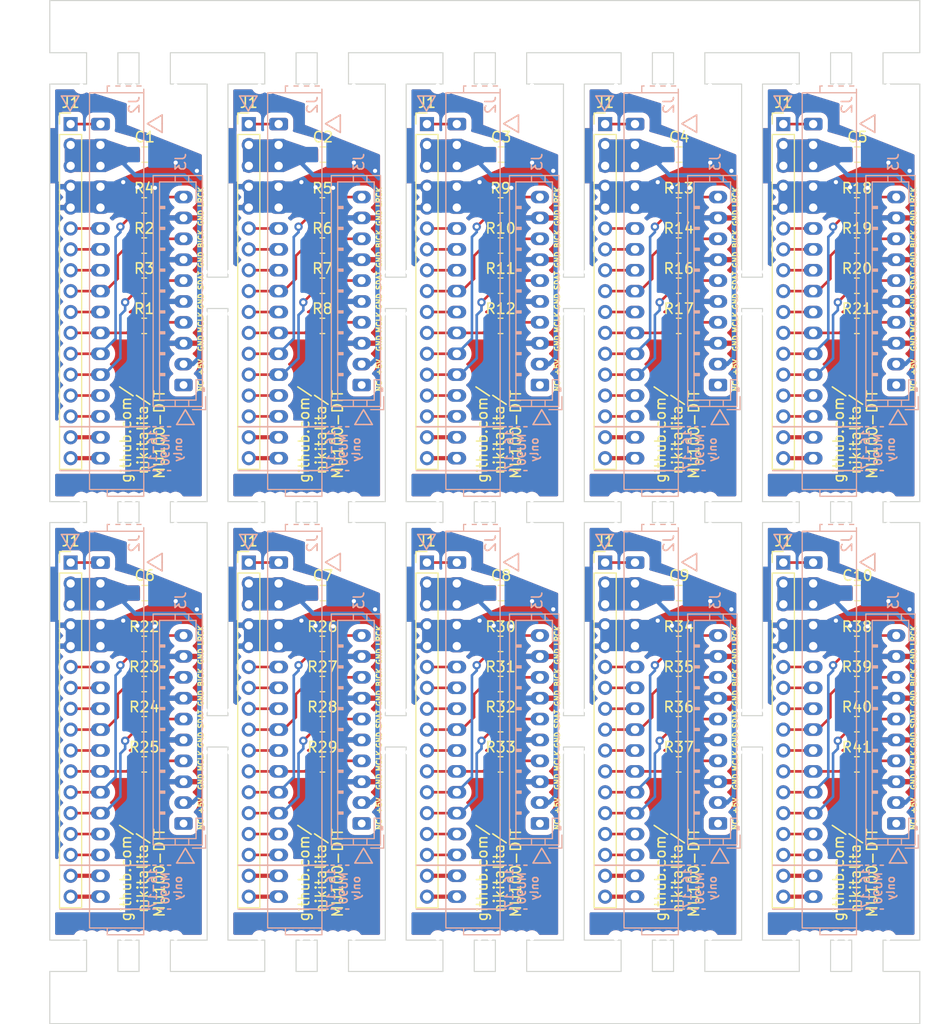
<source format=kicad_pcb>
(kicad_pcb (version 20211014) (generator pcbnew)
  (layers (0 "F.Cu" signal) (31 "B.Cu" signal) (34 "B.Paste" user) (35 "F.Paste" user) (36 "B.SilkS" user "B.Silkscreen") (37 "F.SilkS" user "F.Silkscreen") (38 "B.Mask" user) (39 "F.Mask" user) (44 "Edge.Cuts" user))
  (net 0 "")
  (net 1 "Board_0-+5V")
  (net 2 "Board_0-+9VA")
  (net 3 "Board_0-/BICK")
  (net 4 "Board_0-/CK256")
  (net 5 "Board_0-/DACOL")
  (net 6 "Board_0-/LRCK")
  (net 7 "Board_0-/MCLK")
  (net 8 "Board_0-/MEL00")
  (net 9 "Board_0-/QCLK")
  (net 10 "Board_0-/REA")
  (net 11 "Board_0-/REB")
  (net 12 "Board_0-/RER")
  (net 13 "Board_0-/SDAT")
  (net 14 "Board_0-/SYOD")
  (net 15 "Board_0-/WCLK")
  (net 16 "Board_0-GND")
  (net 17 "Board_0-GNDA")
  (net 18 "Board_0-Net-(J1-Pad10)")
  (net 19 "Board_0-Net-(J1-Pad6)")
  (net 20 "Board_0-unconnected-(J3-Pad1)")
  (net 21 "Board_1-+5V")
  (net 22 "Board_1-+9VA")
  (net 23 "Board_1-/BICK")
  (net 24 "Board_1-/CK256")
  (net 25 "Board_1-/DACOL")
  (net 26 "Board_1-/LRCK")
  (net 27 "Board_1-/MCLK")
  (net 28 "Board_1-/MEL00")
  (net 29 "Board_1-/QCLK")
  (net 30 "Board_1-/REA")
  (net 31 "Board_1-/REB")
  (net 32 "Board_1-/RER")
  (net 33 "Board_1-/SDAT")
  (net 34 "Board_1-/SYOD")
  (net 35 "Board_1-/WCLK")
  (net 36 "Board_1-GND")
  (net 37 "Board_1-GNDA")
  (net 38 "Board_1-Net-(J1-Pad10)")
  (net 39 "Board_1-Net-(J1-Pad6)")
  (net 40 "Board_1-unconnected-(J3-Pad1)")
  (net 41 "Board_2-+5V")
  (net 42 "Board_2-+9VA")
  (net 43 "Board_2-/BICK")
  (net 44 "Board_2-/CK256")
  (net 45 "Board_2-/DACOL")
  (net 46 "Board_2-/LRCK")
  (net 47 "Board_2-/MCLK")
  (net 48 "Board_2-/MEL00")
  (net 49 "Board_2-/QCLK")
  (net 50 "Board_2-/REA")
  (net 51 "Board_2-/REB")
  (net 52 "Board_2-/RER")
  (net 53 "Board_2-/SDAT")
  (net 54 "Board_2-/SYOD")
  (net 55 "Board_2-/WCLK")
  (net 56 "Board_2-GND")
  (net 57 "Board_2-GNDA")
  (net 58 "Board_2-Net-(J1-Pad10)")
  (net 59 "Board_2-Net-(J1-Pad6)")
  (net 60 "Board_2-unconnected-(J3-Pad1)")
  (net 61 "Board_3-+5V")
  (net 62 "Board_3-+9VA")
  (net 63 "Board_3-/BICK")
  (net 64 "Board_3-/CK256")
  (net 65 "Board_3-/DACOL")
  (net 66 "Board_3-/LRCK")
  (net 67 "Board_3-/MCLK")
  (net 68 "Board_3-/MEL00")
  (net 69 "Board_3-/QCLK")
  (net 70 "Board_3-/REA")
  (net 71 "Board_3-/REB")
  (net 72 "Board_3-/RER")
  (net 73 "Board_3-/SDAT")
  (net 74 "Board_3-/SYOD")
  (net 75 "Board_3-/WCLK")
  (net 76 "Board_3-GND")
  (net 77 "Board_3-GNDA")
  (net 78 "Board_3-Net-(J1-Pad10)")
  (net 79 "Board_3-Net-(J1-Pad6)")
  (net 80 "Board_3-unconnected-(J3-Pad1)")
  (net 81 "Board_4-+5V")
  (net 82 "Board_4-+9VA")
  (net 83 "Board_4-/BICK")
  (net 84 "Board_4-/CK256")
  (net 85 "Board_4-/DACOL")
  (net 86 "Board_4-/LRCK")
  (net 87 "Board_4-/MCLK")
  (net 88 "Board_4-/MEL00")
  (net 89 "Board_4-/QCLK")
  (net 90 "Board_4-/REA")
  (net 91 "Board_4-/REB")
  (net 92 "Board_4-/RER")
  (net 93 "Board_4-/SDAT")
  (net 94 "Board_4-/SYOD")
  (net 95 "Board_4-/WCLK")
  (net 96 "Board_4-GND")
  (net 97 "Board_4-GNDA")
  (net 98 "Board_4-Net-(J1-Pad10)")
  (net 99 "Board_4-Net-(J1-Pad6)")
  (net 100 "Board_4-unconnected-(J3-Pad1)")
  (net 101 "Board_5-+5V")
  (net 102 "Board_5-+9VA")
  (net 103 "Board_5-/BICK")
  (net 104 "Board_5-/CK256")
  (net 105 "Board_5-/DACOL")
  (net 106 "Board_5-/LRCK")
  (net 107 "Board_5-/MCLK")
  (net 108 "Board_5-/MEL00")
  (net 109 "Board_5-/QCLK")
  (net 110 "Board_5-/REA")
  (net 111 "Board_5-/REB")
  (net 112 "Board_5-/RER")
  (net 113 "Board_5-/SDAT")
  (net 114 "Board_5-/SYOD")
  (net 115 "Board_5-/WCLK")
  (net 116 "Board_5-GND")
  (net 117 "Board_5-GNDA")
  (net 118 "Board_5-Net-(J1-Pad10)")
  (net 119 "Board_5-Net-(J1-Pad6)")
  (net 120 "Board_5-unconnected-(J3-Pad1)")
  (net 121 "Board_6-+5V")
  (net 122 "Board_6-+9VA")
  (net 123 "Board_6-/BICK")
  (net 124 "Board_6-/CK256")
  (net 125 "Board_6-/DACOL")
  (net 126 "Board_6-/LRCK")
  (net 127 "Board_6-/MCLK")
  (net 128 "Board_6-/MEL00")
  (net 129 "Board_6-/QCLK")
  (net 130 "Board_6-/REA")
  (net 131 "Board_6-/REB")
  (net 132 "Board_6-/RER")
  (net 133 "Board_6-/SDAT")
  (net 134 "Board_6-/SYOD")
  (net 135 "Board_6-/WCLK")
  (net 136 "Board_6-GND")
  (net 137 "Board_6-GNDA")
  (net 138 "Board_6-Net-(J1-Pad10)")
  (net 139 "Board_6-Net-(J1-Pad6)")
  (net 140 "Board_6-unconnected-(J3-Pad1)")
  (net 141 "Board_7-+5V")
  (net 142 "Board_7-+9VA")
  (net 143 "Board_7-/BICK")
  (net 144 "Board_7-/CK256")
  (net 145 "Board_7-/DACOL")
  (net 146 "Board_7-/LRCK")
  (net 147 "Board_7-/MCLK")
  (net 148 "Board_7-/MEL00")
  (net 149 "Board_7-/QCLK")
  (net 150 "Board_7-/REA")
  (net 151 "Board_7-/REB")
  (net 152 "Board_7-/RER")
  (net 153 "Board_7-/SDAT")
  (net 154 "Board_7-/SYOD")
  (net 155 "Board_7-/WCLK")
  (net 156 "Board_7-GND")
  (net 157 "Board_7-GNDA")
  (net 158 "Board_7-Net-(J1-Pad10)")
  (net 159 "Board_7-Net-(J1-Pad6)")
  (net 160 "Board_7-unconnected-(J3-Pad1)")
  (net 161 "Board_8-+5V")
  (net 162 "Board_8-+9VA")
  (net 163 "Board_8-/BICK")
  (net 164 "Board_8-/CK256")
  (net 165 "Board_8-/DACOL")
  (net 166 "Board_8-/LRCK")
  (net 167 "Board_8-/MCLK")
  (net 168 "Board_8-/MEL00")
  (net 169 "Board_8-/QCLK")
  (net 170 "Board_8-/REA")
  (net 171 "Board_8-/REB")
  (net 172 "Board_8-/RER")
  (net 173 "Board_8-/SDAT")
  (net 174 "Board_8-/SYOD")
  (net 175 "Board_8-/WCLK")
  (net 176 "Board_8-GND")
  (net 177 "Board_8-GNDA")
  (net 178 "Board_8-Net-(J1-Pad10)")
  (net 179 "Board_8-Net-(J1-Pad6)")
  (net 180 "Board_8-unconnected-(J3-Pad1)")
  (net 181 "Board_9-+5V")
  (net 182 "Board_9-+9VA")
  (net 183 "Board_9-/BICK")
  (net 184 "Board_9-/CK256")
  (net 185 "Board_9-/DACOL")
  (net 186 "Board_9-/LRCK")
  (net 187 "Board_9-/MCLK")
  (net 188 "Board_9-/MEL00")
  (net 189 "Board_9-/QCLK")
  (net 190 "Board_9-/REA")
  (net 191 "Board_9-/REB")
  (net 192 "Board_9-/RER")
  (net 193 "Board_9-/SDAT")
  (net 194 "Board_9-/SYOD")
  (net 195 "Board_9-/WCLK")
  (net 196 "Board_9-GND")
  (net 197 "Board_9-GNDA")
  (net 198 "Board_9-Net-(J1-Pad10)")
  (net 199 "Board_9-Net-(J1-Pad6)")
  (net 200 "Board_9-unconnected-(J3-Pad1)")
  (footprint "NPTH" (layer "F.Cu") (at 29.875 42)
    (fp_text reference "REF**" hide)
    (fp_text value "NPTH" hide)
  )
  (footprint "NPTH" (layer "F.Cu") (at 46.95 41)
    (fp_text reference "REF**" hide)
    (fp_text value "NPTH" hide)
  )
  (footprint "NPTH" (layer "F.Cu") (at 91.35 104.8)
    (fp_text reference "REF**" hide)
    (fp_text value "NPTH" hide)
  )
  (footprint "NPTH" (layer "F.Cu") (at 54.175 65.2)
    (fp_text reference "REF**" hide)
    (fp_text value "NPTH" hide)
  )
  (footprint "NPTH" (layer "F.Cu") (at 41.125 62.8)
    (fp_text reference "REF**" hide)
    (fp_text value "NPTH" hide)
  )
  (footprint "NPTH" (layer "F.Cu") (at 73.25 23.2)
    (fp_text reference "REF**" hide)
    (fp_text value "NPTH" hide)
  )
  (footprint "NPTH" (layer "F.Cu") (at 37.1 62.8)
    (fp_text reference "REF**" hide)
    (fp_text value "NPTH" hide)
  )
  (footprint "NPTH" (layer "F.Cu") (at 41.125 104.8)
    (fp_text reference "REF**" hide)
    (fp_text value "NPTH" hide)
  )
  (footprint "Resistor_SMD:R_0805_2012Metric_Pad1.20x1.40mm_HandSolder" (layer "F.Cu") (at 58.199 42.318332)
    (fp_text reference "R11")
    (fp_text value "27" hide)
  )
  (footprint "NPTH" (layer "F.Cu") (at 53.175 23.2)
    (fp_text reference "REF**" hide)
    (fp_text value "NPTH" hide)
  )
  (footprint "NPTH" (layer "F.Cu") (at 29.875 44)
    (fp_text reference "REF**" hide)
    (fp_text value "NPTH" hide)
  )
  (footprint "NPTH" (layer "F.Cu") (at 56.175 62.8)
    (fp_text reference "REF**" hide)
    (fp_text value "NPTH" hide)
  )
  (footprint "NPTH" (layer "F.Cu") (at 64.025 41)
    (fp_text reference "REF**" hide)
    (fp_text value "NPTH" hide)
  )
  (footprint "Resistor_SMD:R_0805_2012Metric_Pad1.20x1.40mm_HandSolder" (layer "F.Cu") (at 24.049 38.471666)
    (fp_text reference "R2")
    (fp_text value "47" hide)
  )
  (footprint "Connector_PinHeader_2.00mm:PinHeader_1x17_P2.00mm_Vertical" (layer "F.Cu") (at 16.995 68.835)
    (fp_text reference "J1")
    (fp_text value "Conn_01x17_Male")
  )
  (footprint "Resistor_SMD:R_0805_2012Metric_Pad1.20x1.40mm_HandSolder" (layer "F.Cu") (at 92.349 34.625)
    (fp_text reference "R18")
    (fp_text value "0" hide)
  )
  (footprint "NPTH" (layer "F.Cu") (at 36.1 62.8)
    (fp_text reference "REF**" hide)
    (fp_text value "NPTH" hide)
  )
  (footprint "NPTH" (layer "F.Cu") (at 57.2 104.8)
    (fp_text reference "REF**" hide)
    (fp_text value "NPTH" hide)
  )
  (footprint "Capacitor_SMD:C_0805_2012Metric_Pad1.18x1.45mm_HandSolder" (layer "F.Cu") (at 75.324 71.7558)
    (fp_text reference "C9")
    (fp_text value "0.1u/35V")
  )
  (footprint "NPTH" (layer "F.Cu") (at 37.1 23.2)
    (fp_text reference "REF**" hide)
    (fp_text value "NPTH" hide)
  )
  (footprint "NPTH" (layer "F.Cu") (at 78.275 23.2)
    (fp_text reference "REF**" hide)
    (fp_text value "NPTH" hide)
  )
  (footprint "NPTH" (layer "F.Cu") (at 52.175 104.8)
    (fp_text reference "REF**" hide)
    (fp_text value "NPTH" hide)
  )
  (footprint "NPTH" (layer "F.Cu") (at 35.1 104.8)
    (fp_text reference "REF**" hide)
    (fp_text value "NPTH" hide)
  )
  (footprint "NPTH" (layer "F.Cu") (at 88.325 62.8)
    (fp_text reference "REF**" hide)
    (fp_text value "NPTH" hide)
  )
  (footprint "NPTH" (layer "F.Cu") (at 83.5 85)
    (fp_text reference "REF**" hide)
    (fp_text value "NPTH" hide)
  )
  (footprint "Resistor_SMD:R_0805_2012Metric_Pad1.20x1.40mm_HandSolder" (layer "F.Cu") (at 75.274 76.625)
    (fp_text reference "R34")
    (fp_text value "120" hide)
  )
  (footprint "Capacitor_SMD:C_0805_2012Metric_Pad1.18x1.45mm_HandSolder" (layer "F.Cu") (at 24.099 71.7558)
    (fp_text reference "C6")
    (fp_text value "0.1u/35V")
  )
  (footprint "NPTH" (layer "F.Cu") (at 57.2 23.2)
    (fp_text reference "REF**" hide)
    (fp_text value "NPTH" hide)
  )
  (footprint "NPTH" (layer "F.Cu") (at 87.325 104.8)
    (fp_text reference "REF**" hide)
    (fp_text value "NPTH" hide)
  )
  (footprint "NPTH" (layer "F.Cu") (at 64.025 86)
    (fp_text reference "REF**" hide)
    (fp_text value "NPTH" hide)
  )
  (footprint "NPTH" (layer "F.Cu") (at 94.35 62.8)
    (fp_text reference "REF**" hide)
    (fp_text value "NPTH" hide)
  )
  (footprint "NPTH" (layer "F.Cu") (at 95.35 65.2)
    (fp_text reference "REF**" hide)
    (fp_text value "NPTH" hide)
  )
  (footprint "NPTH" (layer "F.Cu") (at 83.5 86)
    (fp_text reference "REF**" hide)
    (fp_text value "NPTH" hide)
  )
  (footprint "NPTH" (layer "F.Cu") (at 32.275 86)
    (fp_text reference "REF**" hide)
    (fp_text value "NPTH" hide)
  )
  (footprint "NPTH" (layer "F.Cu") (at 32.275 41)
    (fp_text reference "REF**" hide)
    (fp_text value "NPTH" hide)
  )
  (footprint "NPTH" (layer "F.Cu") (at 38.1 23.2)
    (fp_text reference "REF**" hide)
    (fp_text value "NPTH" hide)
  )
  (footprint "NPTH" (layer "F.Cu") (at 19.025 23.2)
    (fp_text reference "REF**" hide)
    (fp_text value "NPTH" hide)
  )
  (footprint "Capacitor_SMD:C_0805_2012Metric_Pad1.18x1.45mm_HandSolder" (layer "F.Cu") (at 92.399 29.7558)
    (fp_text reference "C5")
    (fp_text value "0.1u/35V")
  )
  (footprint "NPTH" (layer "F.Cu") (at 26.05 104.8)
    (fp_text reference "REF**" hide)
    (fp_text value "NPTH" hide)
  )
  (footprint "NPTH" (layer "F.Cu") (at 32.275 45)
    (fp_text reference "REF**" hide)
    (fp_text value "NPTH" hide)
  )
  (footprint "NPTH" (layer "F.Cu") (at 56.175 65.2)
    (fp_text reference "REF**" hide)
    (fp_text value "NPTH" hide)
  )
  (footprint "Capacitor_SMD:C_0805_2012Metric_Pad1.18x1.45mm_HandSolder" (layer "F.Cu") (at 58.249 71.7558)
    (fp_text reference "C8")
    (fp_text value "0.1u/35V")
  )
  (footprint "NPTH" (layer "F.Cu") (at 39.1 23.2)
    (fp_text reference "REF**" hide)
    (fp_text value "NPTH" hide)
  )
  (footprint "NPTH" (layer "F.Cu") (at 52.175 65.2)
    (fp_text reference "REF**" hide)
    (fp_text value "NPTH" hide)
  )
  (footprint "NPTH" (layer "F.Cu") (at 56.175 23.2)
    (fp_text reference "REF**" hide)
    (fp_text value "NPTH" hide)
  )
  (footprint "NPTH" (layer "F.Cu") (at 81.1 83)
    (fp_text reference "REF**" hide)
    (fp_text value "NPTH" hide)
  )
  (footprint "NPTH" (layer "F.Cu") (at 44.125 65.2)
    (fp_text reference "REF**" hide)
    (fp_text value "NPTH" hide)
  )
  (footprint "NPTH" (layer "F.Cu") (at 55.175 62.8)
    (fp_text reference "REF**" hide)
    (fp_text value "NPTH" hide)
  )
  (footprint "NPTH" (layer "F.Cu") (at 83.5 83)
    (fp_text reference "REF**" hide)
    (fp_text value "NPTH" hide)
  )
  (footprint "NPTH" (layer "F.Cu") (at 81.1 86)
    (fp_text reference "REF**" hide)
    (fp_text value "NPTH" hide)
  )
  (footprint "NPTH" (layer "F.Cu") (at 24.05 23.2)
    (fp_text reference "REF**" hide)
    (fp_text value "NPTH" hide)
  )
  (footprint "NPTH" (layer "F.Cu") (at 36.1 23.2)
    (fp_text reference "REF**" hide)
    (fp_text value "NPTH" hide)
  )
  (footprint "NPTH" (layer "F.Cu") (at 66.425 43)
    (fp_text reference "REF**" hide)
    (fp_text value "NPTH" hide)
  )
  (footprint "NPTH" (layer "F.Cu") (at 81.1 41)
    (fp_text reference "REF**" hide)
    (fp_text value "NPTH" hide)
  )
  (footprint "NPTH" (layer "F.Cu") (at 76.275 65.2)
    (fp_text reference "REF**" hide)
    (fp_text value "NPTH" hide)
  )
  (footprint "NPTH" (layer "F.Cu") (at 87.325 65.2)
    (fp_text reference "REF**" hide)
    (fp_text value "NPTH" hide)
  )
  (footprint "NPTH" (layer "F.Cu") (at 61.2 23.2)
    (fp_text reference "REF**" hide)
    (fp_text value "NPTH" hide)
  )
  (footprint "NPTH" (layer "F.Cu") (at 83.5 84)
    (fp_text reference "REF**" hide)
    (fp_text value "NPTH" hide)
  )
  (footprint "NPTH" (layer "F.Cu") (at 22.025 23.2)
    (fp_text reference "REF**" hide)
    (fp_text value "NPTH" hide)
  )
  (footprint "NPTH" (layer "F.Cu") (at 32.275 44)
    (fp_text reference "REF**" hide)
    (fp_text value "NPTH" hide)
  )
  (footprint "NPTH" (layer "F.Cu") (at 29.875 86)
    (fp_text reference "REF**" hide)
    (fp_text value "NPTH" hide)
  )
  (footprint "NPTH" (layer "F.Cu") (at 40.125 62.8)
    (fp_text reference "REF**" hide)
    (fp_text value "NPTH" hide)
  )
  (footprint "Resistor_SMD:R_0805_2012Metric_Pad1.20x1.40mm_HandSolder" (layer "F.Cu") (at 75.274 42.318332)
    (fp_text reference "R16")
    (fp_text value "15" hide)
  )
  (footprint "Resistor_SMD:R_0805_2012Metric_Pad1.20x1.40mm_HandSolder" (layer "F.Cu") (at 24.049 76.625)
    (fp_text reference "R22")
    (fp_text value "56" hide)
  )
  (footprint "NPTH" (layer "F.Cu") (at 92.35 104.8)
    (fp_text reference "REF**" hide)
    (fp_text value "NPTH" hide)
  )
  (footprint "NPTH" (layer "F.Cu") (at 54.175 62.8)
    (fp_text reference "REF**" hide)
    (fp_text value "NPTH" hide)
  )
  (footprint "NPTH" (layer "F.Cu") (at 75.275 62.8)
    (fp_text reference "REF**" hide)
    (fp_text value "NPTH" hide)
  )
  (footprint "Connector_PinHeader_2.00mm:PinHeader_1x17_P2.00mm_Vertical" (layer "F.Cu") (at 16.995 26.835)
    (fp_text reference "J1")
    (fp_text value "Conn_01x17_Male")
  )
  (footprint "Capacitor_SMD:C_0805_2012Metric_Pad1.18x1.45mm_HandSolder" (layer "F.Cu") (at 24.099 29.7558)
    (fp_text reference "C1")
    (fp_text value "0.1u/35V")
  )
  (footprint "NPTH" (layer "F.Cu") (at 71.25 104.8)
    (fp_text reference "REF**" hide)
    (fp_text value "NPTH" hide)
  )
  (footprint "Resistor_SMD:R_0805_2012Metric_Pad1.20x1.40mm_HandSolder" (layer "F.Cu") (at 58.199 80.471666)
    (fp_text reference "R31")
    (fp_text value "100" hide)
  )
  (footprint "NPTH" (layer "F.Cu") (at 49.35 86)
    (fp_text reference "REF**" hide)
    (fp_text value "NPTH" hide)
  )
  (footprint "Resistor_SMD:R_0805_2012Metric_Pad1.20x1.40mm_HandSolder" (layer "F.Cu") (at 92.349 88.165)
    (fp_text reference "R41")
    (fp_text value "150" hide)
  )
  (footprint "NPTH" (layer "F.Cu") (at 35.1 65.2)
    (fp_text reference "REF**" hide)
    (fp_text value "NPTH" hide)
  )
  (footprint "NPTH" (layer "F.Cu") (at 39.1 62.8)
    (fp_text reference "REF**" hide)
    (fp_text value "NPTH" hide)
  )
  (footprint "NPTH" (layer "F.Cu") (at 35.1 23.2)
    (fp_text reference "REF**" hide)
    (fp_text value "NPTH" hide)
  )
  (footprint "NPTH" (layer "F.Cu") (at 95.35 104.8)
    (fp_text reference "REF**" hide)
    (fp_text value "NPTH" hide)
  )
  (footprint "NPTH" (layer "F.Cu") (at 64.025 43)
    (fp_text reference "REF**" hide)
    (fp_text value "NPTH" hide)
  )
  (footprint "NPTH" (layer "F.Cu") (at 24.05 104.8)
    (fp_text reference "REF**" hide)
    (fp_text value "NPTH" hide)
  )
  (footprint "NPTH" (layer "F.Cu") (at 29.875 83)
    (fp_text reference "REF**" hide)
    (fp_text value "NPTH" hide)
  )
  (footprint "NPTH" (layer "F.Cu") (at 19.025 65.2)
    (fp_text reference "REF**" hide)
    (fp_text value "NPTH" hide)
  )
  (footprint "NPTH" (layer "F.Cu") (at 27.05 62.8)
    (fp_text reference "REF**" hide)
    (fp_text value "NPTH" hide)
  )
  (footprint "NPTH" (layer "F.Cu") (at 83.5 41)
    (fp_text reference "REF**" hide)
    (fp_text value "NPTH" hide)
  )
  (footprint "NPTH" (layer "F.Cu") (at 27.05 23.2)
    (fp_text reference "REF**" hide)
    (fp_text value "NPTH" hide)
  )
  (footprint "NPTH" (layer "F.Cu") (at 29.875 45)
    (fp_text reference "REF**" hide)
    (fp_text value "NPTH" hide)
  )
  (footprint "NPTH" (layer "F.Cu") (at 24.05 62.8)
    (fp_text reference "REF**" hide)
    (fp_text value "NPTH" hide)
  )
  (footprint "NPTH" (layer "F.Cu") (at 90.325 62.8)
    (fp_text reference "REF**" hide)
    (fp_text value "NPTH" hide)
  )
  (footprint "NPTH" (layer "F.Cu") (at 92.35 65.2)
    (fp_text reference "REF**" hide)
    (fp_text value "NPTH" hide)
  )
  (footprint "NPTH" (layer "F.Cu") (at 88.325 23.2)
    (fp_text reference "REF**" hide)
    (fp_text value "NPTH" hide)
  )
  (footprint "NPTH" (layer "F.Cu") (at 78.275 104.8)
    (fp_text reference "REF**" hide)
    (fp_text value "NPTH" hide)
  )
  (footprint "NPTH" (layer "F.Cu") (at 73.25 62.8)
    (fp_text reference "REF**" hide)
    (fp_text value "NPTH" hide)
  )
  (footprint "NPTH" (layer "F.Cu") (at 90.325 104.8)
    (fp_text reference "REF**" hide)
    (fp_text value "NPTH" hide)
  )
  (footprint "NPTH" (layer "F.Cu") (at 60.2 62.8)
    (fp_text reference "REF**" hide)
    (fp_text value "NPTH" hide)
  )
  (footprint "NPTH" (layer "F.Cu") (at 49.35 45)
    (fp_text reference "REF**" hide)
    (fp_text value "NPTH" hide)
  )
  (footprint "NPTH" (layer "F.Cu") (at 78.275 65.2)
    (fp_text reference "REF**" hide)
    (fp_text value "NPTH" hide)
  )
  (footprint "NPTH" (layer "F.Cu") (at 21.025 62.8)
    (fp_text reference "REF**" hide)
    (fp_text value "NPTH" hide)
  )
  (footprint "NPTH" (layer "F.Cu") (at 36.1 65.2)
    (fp_text reference "REF**" hide)
    (fp_text value "NPTH" hide)
  )
  (footprint "NPTH" (layer "F.Cu") (at 46.95 83)
    (fp_text reference "REF**" hide)
    (fp_text value "NPTH" hide)
  )
  (footprint "Connector_PinHeader_2.00mm:PinHeader_1x17_P2.00mm_Vertical" (layer "F.Cu") (at 85.295 68.835)
    (fp_text reference "J1")
    (fp_text value "Conn_01x17_Male")
  )
  (footprint "NPTH" (layer "F.Cu") (at 61.2 65.2)
    (fp_text reference "REF**" hide)
    (fp_text value "NPTH" hide)
  )
  (footprint "NPTH" (layer "F.Cu") (at 29.875 87)
    (fp_text reference "REF**" hide)
    (fp_text value "NPTH" hide)
  )
  (footprint "NPTH" (layer "F.Cu") (at 64.025 45)
    (fp_text reference "REF**" hide)
    (fp_text value "NPTH" hide)
  )
  (footprint "Connector_PinHeader_2.00mm:PinHeader_1x17_P2.00mm_Vertical" (layer "F.Cu") (at 34.07 26.835)
    (fp_text reference "J1")
    (fp_text value "Conn_01x17_Male")
  )
  (footprint "Resistor_SMD:R_0805_2012Metric_Pad1.20x1.40mm_HandSolder" (layer "F.Cu") (at 41.124 80.471666)
    (fp_text reference "R27")
    (fp_text value "75" hide)
  )
  (footprint "Connector_PinHeader_2.00mm:PinHeader_1x17_P2.00mm_Vertical" (layer "F.Cu") (at 68.22 26.835)
    (fp_text reference "J1")
    (fp_text value "Conn_01x17_Male")
  )
  (footprint "NPTH" (layer "F.Cu") (at 32.275 84)
    (fp_text reference "REF**" hide)
    (fp_text value "NPTH" hide)
  )
  (footprint "NPTH" (layer "F.Cu") (at 74.275 62.8)
    (fp_text reference "REF**" hide)
    (fp_text value "NPTH" hide)
  )
  (footprint "NPTH" (layer "F.Cu") (at 20.025 104.8)
    (fp_text reference "REF**" hide)
    (fp_text value "NPTH" hide)
  )
  (footprint "NPTH" (layer "F.Cu") (at 49.35 41)
    (fp_text reference "REF**" hide)
    (fp_text value "NPTH" hide)
  )
  (footprint "NPTH" (layer "F.Cu") (at 42.125 62.8)
    (fp_text reference "REF**" hide)
    (fp_text value "NPTH" hide)
  )
  (footprint "NPTH" (layer "F.Cu") (at 60.2 23.2)
    (fp_text reference "REF**" hide)
    (fp_text value "NPTH" hide)
  )
  (footprint "NPTH" (layer "F.Cu") (at 29.875 41)
    (fp_text reference "REF**" hide)
    (fp_text value "NPTH" hide)
  )
  (footprint "NPTH" (layer "F.Cu") (at 21.025 104.8)
    (fp_text reference "REF**" hide)
    (fp_text value "NPTH" hide)
  )
  (footprint "NPTH" (layer "F.Cu") (at 18.025 65.2)
    (fp_text reference "REF**" hide)
    (fp_text value "NPTH" hide)
  )
  (footprint "NPTH" (layer "F.Cu") (at 18.025 104.8)
    (fp_text reference "REF**" hide)
    (fp_text value "NPTH" hide)
  )
  (footprint "NPTH" (layer "F.Cu") (at 58.2 62.8)
    (fp_text reference "REF**" hide)
    (fp_text value "NPTH" hide)
  )
  (footprint "NPTH" (layer "F.Cu") (at 19.025 104.8)
    (fp_text reference "REF**" hide)
    (fp_text value "NPTH" hide)
  )
  (footprint "NPTH" (layer "F.Cu") (at 23.05 23.2)
    (fp_text reference "REF**" hide)
    (fp_text value "NPTH" hide)
  )
  (footprint "NPTH" (layer "F.Cu") (at 69.25 62.8)
    (fp_text reference "REF**" hide)
    (fp_text value "NPTH" hide)
  )
  (footprint "NPTH" (layer "F.Cu") (at 59.2 104.8)
    (fp_text reference "REF**" hide)
    (fp_text value "NPTH" hide)
  )
  (footprint "NPTH" (layer "F.Cu") (at 60.2 104.8)
    (fp_text reference "REF**" hide)
    (fp_text value "NPTH" hide)
  )
  (footprint "NPTH" (layer "F.Cu") (at 52.175 62.8)
    (fp_text reference "REF**" hide)
    (fp_text value "NPTH" hide)
  )
  (footprint "Connector_PinHeader_2.00mm:PinHeader_1x17_P2.00mm_Vertical" (layer "F.Cu") (at 51.145 68.835)
    (fp_text reference "J1")
    (fp_text value "Conn_01x17_Male")
  )
  (footprint "NPTH" (layer "F.Cu") (at 76.275 62.8)
    (fp_text reference "REF**" hide)
    (fp_text value "NPTH" hide)
  )
  (footprint "NPTH" (layer "F.Cu") (at 81.1 87)
    (fp_text reference "REF**" hide)
    (fp_text value "NPTH" hide)
  )
  (footprint "NPTH" (layer "F.Cu") (at 23.05 62.8)
    (fp_text reference "REF**" hide)
    (fp_text value "NPTH" hide)
  )
  (footprint "NPTH" (layer "F.Cu") (at 93.35 104.8)
    (fp_text reference "REF**" hide)
    (fp_text value "NPTH" hide)
  )
  (footprint "NPTH" (layer "F.Cu") (at 86.325 104.8)
    (fp_text reference "REF**" hide)
    (fp_text value "NPTH" hide)
  )
  (footprint "NPTH" (layer "F.Cu") (at 25.05 62.8)
    (fp_text reference "REF**" hide)
    (fp_text value "NPTH" hide)
  )
  (footprint "NPTH" (layer "F.Cu") (at 66.425 83)
    (fp_text reference "REF**" hide)
    (fp_text value "NPTH" hide)
  )
  (footprint "NPTH" (layer "F.Cu") (at 55.175 104.8)
    (fp_text reference "REF**" hide)
    (fp_text value "NPTH" hide)
  )
  (footprint "Resistor_SMD:R_0805_2012Metric_Pad1.20x1.40mm_HandSolder" (layer "F.Cu") (at 92.349 80.471666)
    (fp_text reference "R39")
    (fp_text value "150" hide)
  )
  (footprint "NPTH" (layer "F.Cu") (at 26.05 23.2)
    (fp_text reference "REF**" hide)
    (fp_text value "NPTH" hide)
  )
  (footprint "NPTH" (layer "F.Cu") (at 27.05 65.2)
    (fp_text reference "REF**" hide)
    (fp_text value "NPTH" hide)
  )
  (footprint "NPTH" (layer "F.Cu") (at 32.275 85)
    (fp_text reference "REF**" hide)
    (fp_text value "NPTH" hide)
  )
  (footprint "NPTH" (layer "F.Cu") (at 93.35 65.2)
    (fp_text reference "REF**" hide)
    (fp_text value "NPTH" hide)
  )
  (footprint "NPTH" (layer "F.Cu") (at 35.1 62.8)
    (fp_text reference "REF**" hide)
    (fp_text value "NPTH" hide)
  )
  (footprint "NPTH" (layer "F.Cu") (at 72.25 104.8)
    (fp_text reference "REF**" hide)
    (fp_text value "NPTH" hide)
  )
  (footprint "NPTH" (layer "F.Cu") (at 81.1 85)
    (fp_text reference "REF**" hide)
    (fp_text value "NPTH" hide)
  )
  (footprint "Resistor_SMD:R_0805_2012Metric_Pad1.20x1.40mm_HandSolder" (layer "F.Cu") (at 75.274 88.165)
    (fp_text reference "R37")
    (fp_text value "120" hide)
  )
  (footprint "Connector_PinHeader_2.00mm:PinHeader_1x17_P2.00mm_Vertical" (layer "F.Cu") (at 85.295 26.835)
    (fp_text reference "J1")
    (fp_text value "Conn_01x17_Male")
  )
  (footprint "NPTH" (layer "F.Cu") (at 91.35 23.2)
    (fp_text reference "REF**" hide)
    (fp_text value "NPTH" hide)
  )
  (footprint "Capacitor_SMD:C_0805_2012Metric_Pad1.18x1.45mm_HandSolder" (layer "F.Cu") (at 41.174 71.7558)
    (fp_text reference "C7")
    (fp_text value "0.1u/35V")
  )
  (footprint "NPTH" (layer "F.Cu") (at 18.025 62.8)
    (fp_text reference "REF**" hide)
    (fp_text value "NPTH" hide)
  )
  (footprint "Resistor_SMD:R_0805_2012Metric_Pad1.20x1.40mm_HandSolder" (layer "F.Cu") (at 58.199 76.625)
    (fp_text reference "R30")
    (fp_text value "100" hide)
  )
  (footprint "NPTH" (layer "F.Cu") (at 32.275 42)
    (fp_text reference "REF**" hide)
    (fp_text value "NPTH" hide)
  )
  (footprint "NPTH" (layer "F.Cu") (at 83.5 42)
    (fp_text reference "REF**" hide)
    (fp_text value "NPTH" hide)
  )
  (footprint "NPTH" (layer "F.Cu") (at 83.5 44)
    (fp_text reference "REF**" hide)
    (fp_text value "NPTH" hide)
  )
  (footprint "NPTH" (layer "F.Cu") (at 49.35 84)
    (fp_text reference "REF**" hide)
    (fp_text value "NPTH" hide)
  )
  (footprint "NPTH" (layer "F.Cu") (at 26.05 62.8)
    (fp_text reference "REF**" hide)
    (fp_text value "NPTH" hide)
  )
  (footprint "NPTH" (layer "F.Cu") (at 23.05 65.2)
    (fp_text reference "REF**" hide)
    (fp_text value "NPTH" hide)
  )
  (footprint "NPTH" (layer "F.Cu") (at 77.275 62.8)
    (fp_text reference "REF**" hide)
    (fp_text value "NPTH" hide)
  )
  (footprint "NPTH" (layer "F.Cu") (at 69.25 23.2)
    (fp_text reference "REF**" hide)
    (fp_text value "NPTH" hide)
  )
  (footprint "NPTH" (layer "F.Cu") (at 90.325 65.2)
    (fp_text reference "REF**" hide)
    (fp_text value "NPTH" hide)
  )
  (footprint "Resistor_SMD:R_0805_2012Metric_Pad1.20x1.40mm_HandSolder" (layer "F.Cu") (at 41.124 84.318332)
    (fp_text reference "R28")
    (fp_text value "75" hide)
  )
  (footprint "NPTH" (layer "F.Cu") (at 46.95 44)
    (fp_text reference "REF**" hide)
    (fp_text value "NPTH" hide)
  )
  (footprint "NPTH" (layer "F.Cu") (at 57.2 62.8)
    (fp_text reference "REF**" hide)
    (fp_text value "NPTH" hide)
  )
  (footprint "NPTH" (layer "F.Cu") (at 44.125 62.8)
    (fp_text reference "REF**" hide)
    (fp_text value "NPTH" hide)
  )
  (footprint "NPTH" (layer "F.Cu") (at 72.25 23.2)
    (fp_text reference "REF**" hide)
    (fp_text value "NPTH" hide)
  )
  (footprint "Resistor_SMD:R_0805_2012Metric_Pad1.20x1.40mm_HandSolder" (layer "F.Cu") (at 75.274 38.471666)
    (fp_text reference "R14")
    (fp_text value "15" hide)
  )
  (footprint "NPTH" (layer "F.Cu") (at 49.35 43)
    (fp_text reference "REF**" hide)
    (fp_text value "NPTH" hide)
  )
  (footprint "NPTH" (layer "F.Cu") (at 42.125 23.2)
    (fp_text reference "REF**" hide)
    (fp_text value "NPTH" hide)
  )
  (footprint "NPTH" (layer "F.Cu") (at 64.025 87)
    (fp_text reference "REF**" hide)
    (fp_text value "NPTH" hide)
  )
  (footprint "NPTH" (layer "F.Cu") (at 86.325 23.2)
    (fp_text reference "REF**" hide)
    (fp_text value "NPTH" hide)
  )
  (footprint "Resistor_SMD:R_0805_2012Metric_Pad1.20x1.40mm_HandSolder" (layer "F.Cu") (at 24.049 84.318332)
    (fp_text reference "R24")
    (fp_text value "56" hide)
  )
  (footprint "Connector_PinHeader_2.00mm:PinHeader_1x17_P2.00mm_Vertical" (layer "F.Cu") (at 51.145 26.835)
    (fp_text reference "J1")
    (fp_text value "Conn_01x17_Male")
  )
  (footprint "NPTH" (layer "F.Cu") (at 77.275 65.2)
    (fp_text reference "REF**" hide)
    (fp_text value "NPTH" hide)
  )
  (footprint "NPTH" (layer "F.Cu") (at 32.275 83)
    (fp_text reference "REF**" hide)
    (fp_text value "NPTH" hide)
  )
  (footprint "Resistor_SMD:R_0805_2012Metric_Pad1.20x1.40mm_HandSolder" (layer "F.Cu") (at 75.274 84.318332)
    (fp_text reference "R36")
    (fp_text value "120" hide)
  )
  (footprint "NPTH" (layer "F.Cu") (at 39.1 104.8)
    (fp_text reference "REF**" hide)
    (fp_text value "NPTH" hide)
  )
  (footprint "NPTH" (layer "F.Cu") (at 93.35 23.2)
    (fp_text reference "REF**" hide)
    (fp_text value "NPTH" hide)
  )
  (footprint "NPTH" (layer "F.Cu") (at 70.25 65.2)
    (fp_text reference "REF**" hide)
    (fp_text value "NPTH" hide)
  )
  (footprint "NPTH" (layer "F.Cu") (at 38.1 104.8)
    (fp_text reference "REF**" hide)
    (fp_text value "NPTH" hide)
  )
  (footprint "NPTH" (layer "F.Cu") (at 83.5 43)
    (fp_text reference "REF**" hide)
    (fp_text value "NPTH" hide)
  )
  (footprint "NPTH" (layer "F.Cu") (at 61.2 104.8)
    (fp_text reference "REF**" hide)
    (fp_text value "NPTH" hide)
  )
  (footprint "NPTH" (layer "F.Cu") (at 60.2 65.2)
    (fp_text reference "REF**" hide)
    (fp_text value "NPTH" hide)
  )
  (footprint "Resistor_SMD:R_0805_2012Metric_Pad1.20x1.40mm_HandSolder" (layer "F.Cu") (at 75.274 80.471666)
    (fp_text reference "R35")
    (fp_text value "120" hide)
  )
  (footprint "Resistor_SMD:R_0805_2012Metric_Pad1.20x1.40mm_HandSolder" (layer "F.Cu") (at 92.349 42.318332)
    (fp_text reference "R20")
    (fp_text value "0" hide)
  )
  (footprint "Resistor_SMD:R_0805_2012Metric_Pad1.20x1.40mm_HandSolder" (layer "F.Cu") (at 58.199 38.471666)
    (fp_text reference "R10")
    (fp_text value "27" hide)
  )
  (footprint "Resistor_SMD:R_0805_2012Metric_Pad1.20x1.40mm_HandSolder" (layer "F.Cu") (at 41.124 42.318332)
    (fp_text reference "R7")
    (fp_text value "33")
  )
  (footprint "Resistor_SMD:R_0805_2012Metric_Pad1.20x1.40mm_HandSolder" (layer "F.Cu") (at 58.199 34.625)
    (fp_text reference "R9")
    (fp_text value "27" hide)
  )
  (footprint "Resistor_SMD:R_0805_2012Metric_Pad1.20x1.40mm_HandSolder" (layer "F.Cu") (at 41.124 34.625)
    (fp_text reference "R5")
    (fp_text value "33")
  )
  (footprint "NPTH" (layer "F.Cu") (at 52.175 23.2)
    (fp_text reference "REF**" hide)
    (fp_text value "NPTH" hide)
  )
  (footprint "NPTH" (layer "F.Cu") (at 88.325 104.8)
    (fp_text reference "REF**" hide)
    (fp_text value "NPTH" hide)
  )
  (footprint "Resistor_SMD:R_0805_2012Metric_Pad1.20x1.40mm_HandSolder" (layer "F.Cu") (at 58.199 46.165)
    (fp_text reference "R12")
    (fp_text value "27" hide)
  )
  (footprint "NPTH" (layer "F.Cu") (at 41.125 65.2)
    (fp_text reference "REF**" hide)
    (fp_text value "NPTH" hide)
  )
  (footprint "NPTH" (layer "F.Cu") (at 46.95 86)
    (fp_text reference "REF**" hide)
    (fp_text value "NPTH" hide)
  )
  (footprint "Connector_PinHeader_2.00mm:PinHeader_1x17_P2.00mm_Vertical" (layer "F.Cu") (at 68.22 68.835)
    (fp_text reference "J1")
    (fp_text value "Conn_01x17_Male")
  )
  (footprint "NPTH" (layer "F.Cu") (at 49.35 87)
    (fp_text reference "REF**" hide)
    (fp_text value "NPTH" hide)
  )
  (footprint "NPTH" (layer "F.Cu") (at 81.1 43)
    (fp_text reference "REF**" hide)
    (fp_text value "NPTH" hide)
  )
  (footprint "NPTH" (layer "F.Cu") (at 42.125 65.2)
    (fp_text reference "REF**" hide)
    (fp_text value "NPTH" hide)
  )
  (footprint "NPTH" (layer "F.Cu") (at 46.95 84)
    (fp_text reference "REF**" hide)
    (fp_text value "NPTH" hide)
  )
  (footprint "NPTH" (layer "F.Cu") (at 40.125 65.2)
    (fp_text reference "REF**" hide)
    (fp_text value "NPTH" hide)
  )
  (footprint "Resistor_SMD:R_0805_2012Metric_Pad1.20x1.40mm_HandSolder" (layer "F.Cu") (at 92.349 76.625)
    (fp_text reference "R38")
    (fp_text value "150" hide)
  )
  (footprint "NPTH" (layer "F.Cu") (at 73.25 65.2)
    (fp_text reference "REF**" hide)
    (fp_text value "NPTH" hide)
  )
  (footprint "NPTH" (layer "F.Cu") (at 89.325 62.8)
    (fp_text reference "REF**" hide)
    (fp_text value "NPTH" hide)
  )
  (footprint "NPTH" (layer "F.Cu") (at 95.35 62.8)
    (fp_text reference "REF**" hide)
    (fp_text value "NPTH" hide)
  )
  (footprint "NPTH" (layer "F.Cu") (at 39.1 65.2)
    (fp_text reference "REF**" hide)
    (fp_text value "NPTH" hide)
  )
  (footprint "NPTH" (layer "F.Cu") (at 42.125 104.8)
    (fp_text reference "REF**" hide)
    (fp_text value "NPTH" hide)
  )
  (footprint "NPTH" (layer "F.Cu") (at 49.35 83)
    (fp_text reference "REF**" hide)
    (fp_text value "NPTH" hide)
  )
  (footprint "NPTH" (layer "F.Cu") (at 43.125 104.8)
    (fp_text reference "REF**" hide)
    (fp_text value "NPTH" hide)
  )
  (footprint "NPTH" (layer "F.Cu") (at 66.425 87)
    (fp_text reference "REF**" hide)
    (fp_text value "NPTH" hide)
  )
  (footprint "NPTH" (layer "F.Cu") (at 77.275 23.2)
    (fp_text reference "REF**" hide)
    (fp_text value "NPTH" hide)
  )
  (footprint "NPTH" (layer "F.Cu") (at 64.025 84)
    (fp_text reference "REF**" hide)
    (fp_text value "NPTH" hide)
  )
  (footprint "NPTH" (layer "F.Cu") (at 70.25 104.8)
    (fp_text reference "REF**" hide)
    (fp_text value "NPTH" hide)
  )
  (footprint "NPTH" (layer "F.Cu") (at 29.875 85)
    (fp_text reference "REF**" hide)
    (fp_text value "NPTH" hide)
  )
  (footprint "NPTH" (layer "F.Cu") (at 81.1 42)
    (fp_text reference "REF**" hide)
    (fp_text value "NPTH" hide)
  )
  (footprint "NPTH" (layer "F.Cu") (at 74.275 104.8)
    (fp_text reference "REF**" hide)
    (fp_text value "NPTH" hide)
  )
  (footprint "NPTH" (layer "F.Cu") (at 66.425 85)
    (fp_text reference "REF**" hide)
    (fp_text value "NPTH" hide)
  )
  (footprint "Resistor_SMD:R_0805_2012Metric_Pad1.20x1.40mm_HandSolder" (layer "F.Cu") (at 41.124 76.625)
    (fp_text reference "R26")
    (fp_text value "75" hide)
  )
  (footprint "NPTH" (layer "F.Cu") (at 49.35 85)
    (fp_text reference "REF**" hide)
    (fp_text value "NPTH" hide)
  )
  (footprint "Resistor_SMD:R_0805_2012Metric_Pad1.20x1.40mm_HandSolder" (layer "F.Cu") (at 92.349 46.165)
    (fp_text reference "R21")
    (fp_text value "0" hide)
  )
  (footprint "Capacitor_SMD:C_0805_2012Metric_Pad1.18x1.45mm_HandSolder" (layer "F.Cu") (at 92.399 71.7558)
    (fp_text reference "C10")
    (fp_text value "0.1u/35V")
  )
  (footprint "Capacitor_SMD:C_0805_2012Metric_Pad1.18x1.45mm_HandSolder" (layer "F.Cu") (at 75.324 29.7558)
    (fp_text reference "C4")
    (fp_text value "0.1u/35V")
  )
  (footprint "NPTH" (layer "F.Cu") (at 44.125 23.2)
    (fp_text reference "REF**" hide)
    (fp_text value "NPTH" hide)
  )
  (footprint "NPTH" (layer "F.Cu") (at 77.275 104.8)
    (fp_text reference "REF**" hide)
    (fp_text value "NPTH" hide)
  )
  (footprint "NPTH" (layer "F.Cu") (at 64.025 85)
    (fp_text reference "REF**" hide)
    (fp_text value "NPTH" hide)
  )
  (footprint "NPTH" (layer "F.Cu") (at 27.05 104.8)
    (fp_text reference "REF**" hide)
    (fp_text value "NPTH" hide)
  )
  (footprint "Capacitor_SMD:C_0805_2012Metric_Pad1.18x1.45mm_HandSolder" (layer "F.Cu") (at 41.174 29.7558)
    (fp_text reference "C2")
    (fp_text value "0.1u/35V")
  )
  (footprint "NPTH" (layer "F.Cu") (at 75.275 23.2)
    (fp_text reference "REF**" hide)
    (fp_text value "NPTH" hide)
  )
  (footprint "NPTH" (layer "F.Cu") (at 91.35 65.2)
    (fp_text reference "REF**" hide)
    (fp_text value "NPTH" hide)
  )
  (footprint "NPTH" (layer "F.Cu") (at 53.175 62.8)
    (fp_text reference "REF**" hide)
    (fp_text value "NPTH" hide)
  )
  (footprint "NPTH" (layer "F.Cu") (at 64.025 83)
    (fp_text reference "REF**" hide)
    (fp_text value "NPTH" hide)
  )
  (footprint "NPTH" (layer "F.Cu") (at 89.325 23.2)
    (fp_text reference "REF**" hide)
    (fp_text value "NPTH" hide)
  )
  (footprint "NPTH" (layer "F.Cu") (at 83.5 45)
    (fp_text reference "REF**" hide)
    (fp_text value "NPTH" hide)
  )
  (footprint "NPTH" (layer "F.Cu") (at 59.2 23.2)
    (fp_text reference "REF**" hide)
    (fp_text value "NPTH" hide)
  )
  (footprint "Resistor_SMD:R_0805_2012Metric_Pad1.20x1.40mm_HandSolder" (layer "F.Cu") (at 41.124 38.471666)
    (fp_text reference "R6")
    (fp_text value "33")
  )
  (footprint "NPTH" (layer "F.Cu") (at 23.05 104.8)
    (fp_text reference "REF**" hide)
    (fp_text value "NPTH" hide)
  )
  (footprint "NPTH" (layer "F.Cu") (at 53.175 65.2)
    (fp_text reference "REF**" hide)
    (fp_text value "NPTH" hide)
  )
  (footprint "NPTH" (layer "F.Cu") (at 66.425 42)
    (fp_text reference "REF**" hide)
    (fp_text value "NPTH" hide)
  )
  (footprint "NPTH" (layer "F.Cu") (at 25.05 104.8)
    (fp_text reference "REF**" hide)
    (fp_text value "NPTH" hide)
  )
  (footprint "NPTH" (layer "F.Cu") (at 69.25 104.8)
    (fp_text reference "REF**" hide)
    (fp_text value "NPTH" hide)
  )
  (footprint "NPTH" (layer "F.Cu") (at 20.025 65.2)
    (fp_text reference "REF**" hide)
    (fp_text value "NPTH" hide)
  )
  (footprint "NPTH" (layer "F.Cu") (at 81.1 45)
    (fp_text reference "REF**" hide)
    (fp_text value "NPTH" hide)
  )
  (footprint "NPTH" (layer "F.Cu") (at 86.325 62.8)
    (fp_text reference "REF**" hide)
    (fp_text value "NPTH" hide)
  )
  (footprint "Resistor_SMD:R_0805_2012Metric_Pad1.20x1.40mm_HandSolder" (layer "F.Cu") (at 41.124 88.165)
    (fp_text reference "R29")
    (fp_text value "75" hide)
  )
  (footprint "NPTH" (layer "F.Cu") (at 43.125 23.2)
    (fp_text reference "REF**" hide)
    (fp_text value "NPTH" hide)
  )
  (footprint "NPTH" (layer "F.Cu") (at 64.025 42)
    (fp_text reference "REF**" hide)
    (fp_text value "NPTH" hide)
  )
  (footprint "NPTH" (layer "F.Cu") (at 59.2 62.8)
    (fp_text reference "REF**" hide)
    (fp_text value "NPTH" hide)
  )
  (footprint "NPTH" (layer "F.Cu") (at 75.275 104.8)
    (fp_text reference "REF**" hide)
    (fp_text value "NPTH" hide)
  )
  (footprint "NPTH" (layer "F.Cu") (at 58.2 104.8)
    (fp_text reference "REF**" hide)
    (fp_text value "NPTH" hide)
  )
  (footprint "Resistor_SMD:R_0805_2012Metric_Pad1.20x1.40mm_HandSolder" (layer "F.Cu") (at 58.199 88.165)
    (fp_text reference "R33")
    (fp_text value "100" hide)
  )
  (footprint "NPTH" (layer "F.Cu") (at 40.125 23.2)
    (fp_text reference "REF**" hide)
    (fp_text value "NPTH" hide)
  )
  (footprint "NPTH" (layer "F.Cu") (at 61.2 62.8)
    (fp_text reference "REF**" hide)
    (fp_text value "NPTH" hide)
  )
  (footprint "Resistor_SMD:R_0805_2012Metric_Pad1.20x1.40mm_HandSolder" (layer "F.Cu") (at 24.049 46.165)
    (fp_text reference "R1")
    (fp_text value "47" hide)
  )
  (footprint "NPTH" (layer "F.Cu") (at 89.325 65.2)
    (fp_text reference "REF**" hide)
    (fp_text value "NPTH" hide)
  )
  (footprint "NPTH" (layer "F.Cu") (at 58.2 23.2)
    (fp_text reference "REF**" hide)
    (fp_text value "NPTH" hide)
  )
  (footprint "NPTH" (layer "F.Cu") (at 93.35 62.8)
    (fp_text reference "REF**" hide)
    (fp_text value "NPTH" hide)
  )
  (footprint "NPTH" (layer "F.Cu") (at 36.1 104.8)
    (fp_text reference "REF**" hide)
    (fp_text value "NPTH" hide)
  )
  (footprint "Resistor_SMD:R_0805_2012Metric_Pad1.20x1.40mm_HandSolder" (layer "F.Cu") (at 24.049 80.471666)
    (fp_text reference "R23")
    (fp_text value "56" hide)
  )
  (footprint "NPTH" (layer "F.Cu") (at 66.425 44)
    (fp_text reference "REF**" hide)
    (fp_text value "NPTH" hide)
  )
  (footprint "NPTH" (layer "F.Cu") (at 43.125 62.8)
    (fp_text reference "REF**" hide)
    (fp_text value "NPTH" hide)
  )
  (footprint "NPTH" (layer "F.Cu") (at 32.275 43)
    (fp_text reference "REF**" hide)
    (fp_text value "NPTH" hide)
  )
  (footprint "NPTH" (layer "F.Cu") (at 25.05 65.2)
    (fp_text reference "REF**" hide)
    (fp_text value "NPTH" hide)
  )
  (footprint "NPTH" (layer "F.Cu") (at 71.25 65.2)
    (fp_text reference "REF**" hide)
    (fp_text value "NPTH" hide)
  )
  (footprint "NPTH" (layer "F.Cu") (at 72.25 65.2)
    (fp_text reference "REF**" hide)
    (fp_text value "NPTH" hide)
  )
  (footprint "NPTH" (layer "F.Cu") (at 55.175 65.2)
    (fp_text reference "REF**" hide)
    (fp_text value "NPTH" hide)
  )
  (footprint "NPTH" (layer "F.Cu") (at 91.35 62.8)
    (fp_text reference "REF**" hide)
    (fp_text value "NPTH" hide)
  )
  (footprint "NPTH" (layer "F.Cu") (at 70.25 62.8)
    (fp_text reference "REF**" hide)
    (fp_text value "NPTH" hide)
  )
  (footprint "NPTH" (layer "F.Cu") (at 37.1 65.2)
    (fp_text reference "REF**" hide)
    (fp_text value "NPTH" hide)
  )
  (footprint "NPTH" (layer "F.Cu") (at 78.275 62.8)
    (fp_text reference "REF**" hide)
    (fp_text value "NPTH" hide)
  )
  (footprint "NPTH" (layer "F.Cu") (at 73.25 104.8)
    (fp_text reference "REF**" hide)
    (fp_text value "NPTH" hide)
  )
  (footprint "NPTH" (layer "F.Cu") (at 41.125 23.2)
    (fp_text reference "REF**" hide)
    (fp_text value "NPTH" hide)
  )
  (footprint "NPTH" (layer "F.Cu") (at 94.35 65.2)
    (fp_text reference "REF**" hide)
    (fp_text value "NPTH" hide)
  )
  (footprint "NPTH" (layer "F.Cu") (at 75.275 65.2)
    (fp_text reference "REF**" hide)
    (fp_text value "NPTH" hide)
  )
  (footprint "Resistor_SMD:R_0805_2012Metric_Pad1.20x1.40mm_HandSolder" (layer "F.Cu") (at 75.274 46.165)
    (fp_text reference "R17")
    (fp_text value "15" hide)
  )
  (footprint "NPTH" (layer "F.Cu") (at 55.175 23.2)
    (fp_text reference "REF**" hide)
    (fp_text value "NPTH" hide)
  )
  (footprint "NPTH" (layer "F.Cu") (at 92.35 23.2)
    (fp_text reference "REF**" hide)
    (fp_text value "NPTH" hide)
  )
  (footprint "NPTH" (layer "F.Cu") (at 69.25 65.2)
    (fp_text reference "REF**" hide)
    (fp_text value "NPTH" hide)
  )
  (footprint "NPTH" (layer "F.Cu") (at 40.125 104.8)
    (fp_text reference "REF**" hide)
    (fp_text value "NPTH" hide)
  )
  (footprint "NPTH" (layer "F.Cu") (at 32.275 87)
    (fp_text reference "REF**" hide)
    (fp_text value "NPTH" hide)
  )
  (footprint "NPTH" (layer "F.Cu") (at 86.325 65.2)
    (fp_text reference "REF**" hide)
    (fp_text value "NPTH" hide)
  )
  (footprint "NPTH" (layer "F.Cu") (at 46.95 87)
    (fp_text reference "REF**" hide)
    (fp_text value "NPTH" hide)
  )
  (footprint "NPTH" (layer "F.Cu") (at 49.35 44)
    (fp_text reference "REF**" hide)
    (fp_text value "NPTH" hide)
  )
  (footprint "NPTH" (layer "F.Cu") (at 56.175 104.8)
    (fp_text reference "REF**" hide)
    (fp_text value "NPTH" hide)
  )
  (footprint "Resistor_SMD:R_0805_2012Metric_Pad1.20x1.40mm_HandSolder" (layer "F.Cu") (at 58.199 84.318332)
    (fp_text reference "R32")
    (fp_text value "100" hide)
  )
  (footprint "NPTH" (layer "F.Cu") (at 95.35 23.2)
    (fp_text reference "REF**" hide)
    (fp_text value "NPTH" hide)
  )
  (footprint "NPTH" (layer "F.Cu") (at 38.1 62.8)
    (fp_text reference "REF**" hide)
    (fp_text value "NPTH" hide)
  )
  (footprint "NPTH" (layer "F.Cu") (at 74.275 65.2)
    (fp_text reference "REF**" hide)
    (fp_text value "NPTH" hide)
  )
  (footprint "NPTH" (layer "F.Cu") (at 70.25 23.2)
    (fp_text reference "REF**" hide)
    (fp_text value "NPTH" hide)
  )
  (footprint "NPTH" (layer "F.Cu") (at 87.325 23.2)
    (fp_text reference "REF**" hide)
    (fp_text value "NPTH" hide)
  )
  (footprint "NPTH" (layer "F.Cu") (at 44.125 104.8)
    (fp_text reference "REF**" hide)
    (fp_text value "NPTH" hide)
  )
  (footprint "NPTH" (layer "F.Cu") (at 46.95 85)
    (fp_text reference "REF**" hide)
    (fp_text value "NPTH" hide)
  )
  (footprint "NPTH" (layer "F.Cu") (at 66.425 41)
    (fp_text reference "REF**" hide)
    (fp_text value "NPTH" hide)
  )
  (footprint "NPTH" (layer "F.Cu") (at 46.95 43)
    (fp_text reference "REF**" hide)
    (fp_text value "NPTH" hide)
  )
  (footprint "NPTH" (layer "F.Cu") (at 71.25 23.2)
    (fp_text reference "REF**" hide)
    (fp_text value "NPTH" hide)
  )
  (footprint "NPTH" (layer "F.Cu") (at 19.025 62.8)
    (fp_text reference "REF**" hide)
    (fp_text value "NPTH" hide)
  )
  (footprint "NPTH" (layer "F.Cu") (at 71.25 62.8)
    (fp_text reference "REF**" hide)
    (fp_text value "NPTH" hide)
  )
  (footprint "NPTH" (layer "F.Cu") (at 18.025 23.2)
    (fp_text reference "REF**" hide)
    (fp_text value "NPTH" hide)
  )
  (footprint "NPTH" (layer "F.Cu") (at 22.025 62.8)
    (fp_text reference "REF**" hide)
    (fp_text value "NPTH" hide)
  )
  (footprint "NPTH" (layer "F.Cu") (at 37.1 104.8)
    (fp_text reference "REF**" hide)
    (fp_text value "NPTH" hide)
  )
  (footprint "Resistor_SMD:R_0805_2012Metric_Pad1.20x1.40mm_HandSolder" (layer "F.Cu") (at 24.049 88.165)
    (fp_text reference "R25")
    (fp_text value "56" hide)
  )
  (footprint "Resistor_SMD:R_0805_2012Metric_Pad1.20x1.40mm_HandSolder" (layer "F.Cu") (at 41.124 46.165)
    (fp_text reference "R8")
    (fp_text value "33")
  )
  (footprint "NPTH" (layer "F.Cu") (at 20.025 23.2)
    (fp_text reference "REF**" hide)
    (fp_text value "NPTH" hide)
  )
  (footprint "NPTH" (layer "F.Cu") (at 83.5 87)
    (fp_text reference "REF**" hide)
    (fp_text value "NPTH" hide)
  )
  (footprint "NPTH" (layer "F.Cu") (at 94.35 23.2)
    (fp_text reference "REF**" hide)
    (fp_text value "NPTH" hide)
  )
  (footprint "Resistor_SMD:R_0805_2012Metric_Pad1.20x1.40mm_HandSolder" (layer "F.Cu") (at 75.274 34.625)
    (fp_text reference "R13")
    (fp_text value "15" hide)
  )
  (footprint "NPTH" (layer "F.Cu") (at 58.2 65.2)
    (fp_text reference "REF**" hide)
    (fp_text value "NPTH" hide)
  )
  (footprint "NPTH" (layer "F.Cu") (at 21.025 65.2)
    (fp_text reference "REF**" hide)
    (fp_text value "NPTH" hide)
  )
  (footprint "NPTH" (layer "F.Cu") (at 53.175 104.8)
    (fp_text reference "REF**" hide)
    (fp_text value "NPTH" hide)
  )
  (footprint "NPTH" (layer "F.Cu") (at 38.1 65.2)
    (fp_text reference "REF**" hide)
    (fp_text value "NPTH" hide)
  )
  (footprint "NPTH" (layer "F.Cu") (at 22.025 104.8)
    (fp_text reference "REF**" hide)
    (fp_text value "NPTH" hide)
  )
  (footprint "NPTH" (layer "F.Cu") (at 90.325 23.2)
    (fp_text reference "REF**" hide)
    (fp_text value "NPTH" hide)
  )
  (footprint "NPTH" (layer "F.Cu") (at 74.275 23.2)
    (fp_text reference "REF**" hide)
    (fp_text value "NPTH" hide)
  )
  (footprint "NPTH" (layer "F.Cu") (at 94.35 104.8)
    (fp_text reference "REF**" hide)
    (fp_text value "NPTH" hide)
  )
  (footprint "NPTH" (layer "F.Cu") (at 46.95 42)
    (fp_text reference "REF**" hide)
    (fp_text value "NPTH" hide)
  )
  (footprint "NPTH" (layer "F.Cu") (at 21.025 23.2)
    (fp_text reference "REF**" hide)
    (fp_text value "NPTH" hide)
  )
  (footprint "NPTH" (layer "F.Cu") (at 46.95 45)
    (fp_text reference "REF**" hide)
    (fp_text value "NPTH" hide)
  )
  (footprint "NPTH" (layer "F.Cu") (at 43.125 65.2)
    (fp_text reference "REF**" hide)
    (fp_text value "NPTH" hide)
  )
  (footprint "Resistor_SMD:R_0805_2012Metric_Pad1.20x1.40mm_HandSolder" (layer "F.Cu") (at 24.049 42.318332)
    (fp_text reference "R3")
    (fp_text value "47" hide)
  )
  (footprint "NPTH" (layer "F.Cu") (at 26.05 65.2)
    (fp_text reference "REF**" hide)
    (fp_text value "NPTH" hide)
  )
  (footprint "NPTH" (layer "F.Cu") (at 66.425 86)
    (fp_text reference "REF**" hide)
    (fp_text value "NPTH" hide)
  )
  (footprint "NPTH" (layer "F.Cu") (at 66.425 45)
    (fp_text reference "REF**" hide)
    (fp_text value "NPTH" hide)
  )
  (footprint "NPTH" (layer "F.Cu") (at 59.2 65.2)
    (fp_text reference "REF**" hide)
    (fp_text value "NPTH" hide)
  )
  (footprint "NPTH" (layer "F.Cu") (at 76.275 23.2)
    (fp_text reference "REF**" hide)
    (fp_text value "NPTH" hide)
  )
  (footprint "NPTH" (layer "F.Cu") (at 72.25 62.8)
    (fp_text reference "REF**" hide)
    (fp_text value "NPTH" hide)
  )
  (footprint "Resistor_SMD:R_0805_2012Metric_Pad1.20x1.40mm_HandSolder" (layer "F.Cu") (at 24.049 34.625)
    (fp_text reference "R4")
    (fp_text value "47" hide)
  )
  (footprint "NPTH" (layer "F.Cu") (at 20.025 62.8)
    (fp_text reference "REF**" hide)
    (fp_text value "NPTH" hide)
  )
  (footprint "NPTH" (layer "F.Cu") (at 87.325 62.8)
    (fp_text reference "REF**" hide)
    (fp_text value "NPTH" hide)
  )
  (footprint "NPTH" (layer "F.Cu") (at 54.175 104.8)
    (fp_text reference "REF**" hide)
    (fp_text value "NPTH" hide)
  )
  (footprint "NPTH" (layer "F.Cu") (at 76.275 104.8)
    (fp_text reference "REF**" hide)
    (fp_text value "NPTH" hide)
  )
  (footprint "NPTH" (layer "F.Cu") (at 81.1 44)
    (fp_text reference "REF**" hide)
    (fp_text value "NPTH" hide)
  )
  (footprint "NPTH" (layer "F.Cu") (at 25.05 23.2)
    (fp_text reference "REF**" hide)
    (fp_text value "NPTH" hide)
  )
  (footprint "NPTH" (layer "F.Cu") (at 54.175 23.2)
    (fp_text reference "REF**" hide)
    (fp_text value "NPTH" hide)
  )
  (footprint "NPTH" (layer "F.Cu") (at 92.35 62.8)
    (fp_text reference "REF**" hide)
    (fp_text value "NPTH" hide)
  )
  (footprint "NPTH" (layer "F.Cu") (at 22.025 65.2)
    (fp_text reference "REF**" hide)
    (fp_text value "NPTH" hide)
  )
  (footprint "Capacitor_SMD:C_0805_2012Metric_Pad1.18x1.45mm_HandSolder" (layer "F.Cu") (at 58.249 29.7558)
    (fp_text reference "C3")
    (fp_text value "0.1u/35V")
  )
  (footprint "NPTH" (layer "F.Cu") (at 57.2 65.2)
    (fp_text reference "REF**" hide)
    (fp_text value "NPTH" hide)
  )
  (footprint "Connector_PinHeader_2.00mm:PinHeader_1x17_P2.00mm_Vertical" (layer "F.Cu") (at 34.07 68.835)
    (fp_text reference "J1")
    (fp_text value "Conn_01x17_Male")
  )
  (footprint "NPTH" (layer "F.Cu") (at 49.35 42)
    (fp_text reference "REF**" hide)
    (fp_text value "NPTH" hide)
  )
  (footprint "NPTH" (layer "F.Cu") (at 88.325 65.2)
    (fp_text reference "REF**" hide)
    (fp_text value "NPTH" hide)
  )
  (footprint "NPTH" (layer "F.Cu") (at 29.875 84)
    (fp_text reference "REF**" hide)
    (fp_text value "NPTH" hide)
  )
  (footprint "NPTH" (layer "F.Cu") (at 81.1 84)
    (fp_text reference "REF**" hide)
    (fp_text value "NPTH" hide)
  )
  (footprint "NPTH" (layer "F.Cu") (at 29.875 43)
    (fp_text reference "REF**" hide)
    (fp_text value "NPTH" hide)
  )
  (footprint "Resistor_SMD:R_0805_2012Metric_Pad1.20x1.40mm_HandSolder" (layer "F.Cu") (at 92.349 38.471666)
    (fp_text reference "R19")
    (fp_text value "0" hide)
  )
  (footprint "NPTH" (layer "F.Cu") (at 64.025 44)
    (fp_text reference "REF**" hide)
    (fp_text value "NPTH" hide)
  )
  (footprint "Resistor_SMD:R_0805_2012Metric_Pad1.20x1.40mm_HandSolder" (layer "F.Cu") (at 92.349 84.318332)
    (fp_text reference "R40")
    (fp_text value "150" hide)
  )
  (footprint "NPTH" (layer "F.Cu") (at 89.325 104.8)
    (fp_text reference "REF**" hide)
    (fp_text value "NPTH" hide)
  )
  (footprint "NPTH" (layer "F.Cu") (at 24.05 65.2)
    (fp_text reference "REF**" hide)
    (fp_text value "NPTH" hide)
  )
  (footprint "NPTH" (layer "F.Cu") (at 66.425 84)
    (fp_text reference "REF**" hide)
    (fp_text value "NPTH" hide)
  )
  (footprint "footprints:Molex_Wire-Trap_52147-1710_1x17_P2.00mm_Vertical" (layer "B.Cu") (at 71.08 68.835 -90)
    (fp_text reference "J2")
    (fp_text value "51247 Molex")
  )
  (footprint "footprints:Molex_Wire-Trap_52147-1710_1x17_P2.00mm_Vertical" (layer "B.Cu") (at 88.155 68.835 -90)
    (fp_text reference "J2")
    (fp_text value "51247 Molex")
  )
  (footprint "footprints:Molex_Wire-Trap_52147-1710_1x17_P2.00mm_Vertical" (layer "B.Cu") (at 36.93 26.835 -90)
    (fp_text reference "J2")
    (fp_text value "51247 Molex")
  )
  (footprint "Connector_JST:JST_PH_B10B-PH-K_1x10_P2.00mm_Vertical" (layer "B.Cu") (at 27.815 93.825 90)
    (fp_text reference "J3")
    (fp_text value "JST-PH_01x10_Socket")
  )
  (footprint "Connector_JST:JST_PH_B10B-PH-K_1x10_P2.00mm_Vertical" (layer "B.Cu") (at 79.04 93.825 90)
    (fp_text reference "J3")
    (fp_text value "JST-PH_01x10_Socket")
  )
  (footprint "Connector_JST:JST_PH_B10B-PH-K_1x10_P2.00mm_Vertical" (layer "B.Cu") (at 44.89 51.825 90)
    (fp_text reference "J3")
    (fp_text value "JST-PH_01x10_Socket")
  )
  (footprint "Connector_JST:JST_PH_B10B-PH-K_1x10_P2.00mm_Vertical" (layer "B.Cu") (at 61.965 93.825 90)
    (fp_text reference "J3")
    (fp_text value "JST-PH_01x10_Socket")
  )
  (footprint "footprints:Molex_Wire-Trap_52147-1710_1x17_P2.00mm_Vertical" (layer "B.Cu") (at 71.08 26.835 -90)
    (fp_text reference "J2")
    (fp_text value "51247 Molex")
  )
  (footprint "footprints:Molex_Wire-Trap_52147-1710_1x17_P2.00mm_Vertical" (layer "B.Cu") (at 54.005 26.835 -90)
    (fp_text reference "J2")
    (fp_text value "51247 Molex")
  )
  (footprint "Connector_JST:JST_PH_B10B-PH-K_1x10_P2.00mm_Vertical" (layer "B.Cu") (at 61.965 51.825 90)
    (fp_text reference "J3")
    (fp_text value "JST-PH_01x10_Socket")
  )
  (footprint "Connector_JST:JST_PH_B10B-PH-K_1x10_P2.00mm_Vertical" (layer "B.Cu") (at 44.89 93.825 90)
    (fp_text reference "J3")
    (fp_text value "JST-PH_01x10_Socket")
  )
  (footprint "Connector_JST:JST_PH_B10B-PH-K_1x10_P2.00mm_Vertical" (layer "B.Cu") (at 27.815 51.825 90)
    (fp_text reference "J3")
    (fp_text value "JST-PH_01x10_Socket")
  )
  (footprint "Connector_JST:JST_PH_B10B-PH-K_1x10_P2.00mm_Vertical" (layer "B.Cu") (at 96.115 93.825 90)
    (fp_text reference "J3")
    (fp_text value "JST-PH_01x10_Socket")
  )
  (footprint "Connector_JST:JST_PH_B10B-PH-K_1x10_P2.00mm_Vertical" (layer "B.Cu") (at 96.115 51.825 90)
    (fp_text reference "J3")
    (fp_text value "JST-PH_01x10_Socket")
  )
  (footprint "footprints:Molex_Wire-Trap_52147-1710_1x17_P2.00mm_Vertical" (layer "B.Cu") (at 19.855 68.835 -90)
    (fp_text reference "J2")
    (fp_text value "51247 Molex")
  )
  (footprint "Connector_JST:JST_PH_B10B-PH-K_1x10_P2.00mm_Vertical" (layer "B.Cu") (at 79.04 51.825 90)
    (fp_text reference "J3")
    (fp_text value "JST-PH_01x10_Socket")
  )
  (footprint "footprints:Molex_Wire-Trap_52147-1710_1x17_P2.00mm_Vertical" (layer "B.Cu") (at 36.93 68.835 -90)
    (fp_text reference "J2")
    (fp_text value "51247 Molex")
  )
  (footprint "footprints:Molex_Wire-Trap_52147-1710_1x17_P2.00mm_Vertical" (layer "B.Cu") (at 54.005 68.835 -90)
    (fp_text reference "J2")
    (fp_text value "51247 Molex")
  )
  (footprint "footprints:Molex_Wire-Trap_52147-1710_1x17_P2.00mm_Vertical" (layer "B.Cu") (at 19.855 26.835 -90)
    (fp_text reference "J2")
    (fp_text value "51247 Molex")
  )
  (footprint "footprints:Molex_Wire-Trap_52147-1710_1x17_P2.00mm_Vertical" (layer "B.Cu") (at 88.155 26.835 -90)
    (fp_text reference "J2")
    (fp_text value "51247 Molex")
  )
  (gr_line (start 75.807 60.0238) (end 67.207 60.0238) (layer "B.SilkS") (width 0.15))
  (gr_line (start 34.86 66.145) (end 34.03 66.145) (layer "B.SilkS") (width 0.15))
  (gr_line (start 59.915 68.79) (end 59.915 67.96) (layer "B.SilkS") (width 0.15))
  (gr_line (start 16.94 66.145) (end 16.11 66.145) (layer "B.SilkS") (width 0.15))
  (gr_line (start 59.332 60.0238) (end 59.032 60.0238) (layer "B.SilkS") (width 0.15))
  (gr_line (start 28.831 55.6118) (end 28.016 54.2318) (layer "B.SilkS") (width 0.15))
  (gr_line (start 34.015 24.145) (end 33.185 24.145) (layer "B.SilkS") (width 0.15))
  (gr_line (start 16.955 25.555) (end 17.775 24.155) (layer "B.SilkS") (width 0.15))
  (gr_line (start 77.107 60.0238) (end 76.807 60.0238) (layer "B.SilkS") (width 0.15))
  (gr_line (start 60.032 97.8238) (end 59.732 97.8238) (layer "B.SilkS") (width 0.15))
  (gr_line (start 28.001 55.6118) (end 28.831 55.6118) (layer "B.SilkS") (width 0.15))
  (gr_line (start 25.765 67.96) (end 24.385 68.775) (layer "B.SilkS") (width 0.15))
  (gr_line (start 59.332 55.8238) (end 59.032 55.8238) (layer "B.SilkS") (width 0.15))
  (gr_line (start 51.105 25.555) (end 51.925 24.155) (layer "B.SilkS") (width 0.15))
  (gr_line (start 94.882 102.0238) (end 94.582 102.0238) (layer "B.SilkS") (width 0.15))
  (gr_line (start 27.156 55.6118) (end 27.986 55.6118) (layer "B.SilkS") (width 0.15))
  (gr_line (start 24.582 60.0238) (end 15.982 60.0238) (layer "B.SilkS") (width 0.15))
  (gr_line (start 50.26 24.145) (end 51.075 25.525) (layer "B.SilkS") (width 0.15))
  (gr_line (start 62.151 97.6118) (end 62.981 97.6118) (layer "B.SilkS") (width 0.15))
  (gr_line (start 76.407 102.0238) (end 76.107 102.0238) (layer "B.SilkS") (width 0.15))
  (gr_line (start 84.41 24.145) (end 85.225 25.525) (layer "B.SilkS") (width 0.15))
  (gr_line (start 76.407 55.8238) (end 76.107 55.8238) (layer "B.SilkS") (width 0.15))
  (gr_line (start 43.657 102.0238) (end 43.357 102.0238) (layer "B.SilkS") (width 0.15))
  (gr_line (start 68.18 25.555) (end 69 24.155) (layer "B.SilkS") (width 0.15))
  (gr_line (start 59.332 102.0238) (end 59.032 102.0238) (layer "B.SilkS") (width 0.15))
  (gr_line (start 92.882 55.8238) (end 84.282 55.8238) (layer "B.SilkS") (width 0.15))
  (gr_line (start 94.065 25.96) (end 92.685 26.775) (layer "B.SilkS") (width 0.15))
  (gr_line (start 60.032 55.8238) (end 59.732 55.8238) (layer "B.SilkS") (width 0.15))
  (gr_line (start 60.032 60.0238) (end 59.732 60.0238) (layer "B.SilkS") (width 0.15))
  (gr_line (start 25.765 26.79) (end 25.765 25.96) (layer "B.SilkS") (width 0.15))
  (gr_line (start 94.182 102.0238) (end 93.882 102.0238) (layer "B.SilkS") (width 0.15))
  (gr_line (start 25.182 97.8238) (end 24.882 97.8238) (layer "B.SilkS") (width 0.15))
  (gr_line (start 92.655 26.805) (end 94.055 27.625) (layer "B.SilkS") (width 0.15))
  (gr_line (start 94.065 67.96) (end 92.685 68.775) (layer "B.SilkS") (width 0.15))
  (gr_line (start 28.831 97.6118) (end 28.016 96.2318) (layer "B.SilkS") (width 0.15))
  (gr_line (start 25.882 102.0238) (end 25.582 102.0238) (layer "B.SilkS") (width 0.15))
  (gr_line (start 76.407 60.0238) (end 76.107 60.0238) (layer "B.SilkS") (width 0.15))
  (gr_line (start 25.182 55.8238) (end 24.882 55.8238) (layer "B.SilkS") (width 0.15))
  (gr_line (start 86.085 66.145) (end 85.255 66.145) (layer "B.SilkS") (width 0.15))
  (gr_line (start 76.99 26.79) (end 76.99 25.96) (layer "B.SilkS") (width 0.15))
  (gr_line (start 34.03 25.555) (end 34.85 24.155) (layer "B.SilkS") (width 0.15))
  (gr_line (start 34.86 24.145) (end 34.03 24.145) (layer "B.SilkS") (width 0.15))
  (gr_line (start 58.732 55.8238) (end 50.132 55.8238) (layer "B.SilkS") (width 0.15))
  (gr_line (start 16.94 24.145) (end 16.11 24.145) (layer "B.SilkS") (width 0.15))
  (gr_line (start 59.915 67.96) (end 58.535 68.775) (layer "B.SilkS") (width 0.15))
  (gr_line (start 77.107 55.8238) (end 76.807 55.8238) (layer "B.SilkS") (width 0.15))
  (gr_line (start 51.935 24.145) (end 51.105 24.145) (layer "B.SilkS") (width 0.15))
  (gr_line (start 42.257 60.0238) (end 41.957 60.0238) (layer "B.SilkS") (width 0.15))
  (gr_line (start 92.882 102.0238) (end 84.282 102.0238) (layer "B.SilkS") (width 0.15))
  (gr_line (start 77.107 97.8238) (end 76.807 97.8238) (layer "B.SilkS") (width 0.15))
  (gr_line (start 62.981 97.6118) (end 62.166 96.2318) (layer "B.SilkS") (width 0.15))
  (gr_line (start 85.24 24.145) (end 84.41 24.145) (layer "B.SilkS") (width 0.15))
  (gr_line (start 60.032 102.0238) (end 59.732 102.0238) (layer "B.SilkS") (width 0.15))
  (gr_line (start 76.99 27.635) (end 76.99 26.805) (layer "B.SilkS") (width 0.15))
  (gr_line (start 41.657 55.8238) (end 33.057 55.8238) (layer "B.SilkS") (width 0.15))
  (gr_line (start 45.076 55.6118) (end 45.906 55.6118) (layer "B.SilkS") (width 0.15))
  (gr_line (start 75.58 68.805) (end 76.98 69.625) (layer "B.SilkS") (width 0.15))
  (gr_line (start 16.955 67.555) (end 17.775 66.155) (layer "B.SilkS") (width 0.15))
  (gr_line (start 42.257 97.8238) (end 41.957 97.8238) (layer "B.SilkS") (width 0.15))
  (gr_line (start 16.11 66.145) (end 16.925 67.525) (layer "B.SilkS") (width 0.15))
  (gr_line (start 96.301 97.6118) (end 97.131 97.6118) (layer "B.SilkS") (width 0.15))
  (gr_line (start 94.882 60.0238) (end 94.582 60.0238) (layer "B.SilkS") (width 0.15))
  (gr_line (start 45.061 54.2018) (end 44.241 55.6018) (layer "B.SilkS") (width 0.15))
  (gr_line (start 42.957 60.0238) (end 42.657 60.0238) (layer "B.SilkS") (width 0.15))
  (gr_line (start 43.657 60.0238) (end 43.357 60.0238) (layer "B.SilkS") (width 0.15))
  (gr_line (start 77.807 102.0238) (end 77.507 102.0238) (layer "B.SilkS") (width 0.15))
  (gr_line (start 75.58 26.805) (end 76.98 27.625) (layer "B.SilkS") (width 0.15))
  (gr_line (start 41.43 68.805) (end 42.83 69.625) (layer "B.SilkS") (width 0.15))
  (gr_line (start 25.882 55.8238) (end 25.582 55.8238) (layer "B.SilkS") (width 0.15))
  (gr_line (start 68.165 66.145) (end 67.335 66.145) (layer "B.SilkS") (width 0.15))
  (gr_line (start 25.882 97.8238) (end 25.582 97.8238) (layer "B.SilkS") (width 0.15))
  (gr_line (start 60.732 60.0238) (end 60.432 60.0238) (layer "B.SilkS") (width 0.15))
  (gr_line (start 26.582 97.8238) (end 26.282 97.8238) (layer "B.SilkS") (width 0.15))
  (gr_line (start 79.211 54.2018) (end 78.391 55.6018) (layer "B.SilkS") (width 0.15))
  (gr_line (start 76.99 25.96) (end 75.61 26.775) (layer "B.SilkS") (width 0.15))
  (gr_line (start 92.882 97.8238) (end 84.282 97.8238) (layer "B.SilkS") (width 0.15))
  (gr_line (start 58.732 97.8238) (end 50.132 97.8238) (layer "B.SilkS") (width 0.15))
  (gr_line (start 27.986 96.2018) (end 27.166 97.6018) (layer "B.SilkS") (width 0.15))
  (gr_line (start 42.957 97.8238) (end 42.657 97.8238) (layer "B.SilkS") (width 0.15))
  (gr_line (start 96.286 54.2018) (end 95.466 55.6018) (layer "B.SilkS") (width 0.15))
  (gr_line (start 42.957 102.0238) (end 42.657 102.0238) (layer "B.SilkS") (width 0.15))
  (gr_line (start 62.136 96.2018) (end 61.316 97.6018) (layer "B.SilkS") (width 0.15))
  (gr_line (start 80.056 97.6118) (end 79.241 96.2318) (layer "B.SilkS") (width 0.15))
  (gr_line (start 93.482 55.8238) (end 93.182 55.8238) (layer "B.SilkS") (width 0.15))
  (gr_line (start 77.807 60.0238) (end 77.507 60.0238) (layer "B.SilkS") (width 0.15))
  (gr_line (start 42.84 69.635) (end 42.84 68.805) (layer "B.SilkS") (width 0.15))
  (gr_line (start 79.226 55.6118) (end 80.056 55.6118) (layer "B.SilkS") (width 0.15))
  (gr_line (start 59.915 25.96) (end 58.535 26.775) (layer "B.SilkS") (width 0.15))
  (gr_line (start 61.306 97.6118) (end 62.136 97.6118) (layer "B.SilkS") (width 0.15))
  (gr_line (start 60.732 55.8238) (end 60.432 55.8238) (layer "B.SilkS") (width 0.15))
  (gr_line (start 41.43 26.805) (end 42.83 27.625) (layer "B.SilkS") (width 0.15))
  (gr_line (start 94.065 27.635) (end 94.065 26.805) (layer "B.SilkS") (width 0.15))
  (gr_line (start 41.657 97.8238) (end 33.057 97.8238) (layer "B.SilkS") (width 0.15))
  (gr_line (start 76.407 97.8238) (end 76.107 97.8238) (layer "B.SilkS") (width 0.15))
  (gr_line (start 42.84 27.635) (end 42.84 26.805) (layer "B.SilkS") (width 0.15))
  (gr_line (start 17.785 66.145) (end 16.955 66.145) (layer "B.SilkS") (width 0.15))
  (gr_line (start 59.915 69.635) (end 59.915 68.805) (layer "B.SilkS") (width 0.15))
  (gr_line (start 76.99 68.79) (end 76.99 67.96) (layer "B.SilkS") (width 0.15))
  (gr_line (start 62.981 55.6118) (end 62.166 54.2318) (layer "B.SilkS") (width 0.15))
  (gr_line (start 94.882 97.8238) (end 94.582 97.8238) (layer "B.SilkS") (width 0.15))
  (gr_line (start 58.732 102.0238) (end 50.132 102.0238) (layer "B.SilkS") (width 0.15))
  (gr_line (start 33.185 24.145) (end 34 25.525) (layer "B.SilkS") (width 0.15))
  (gr_line (start 27.156 97.6118) (end 27.986 97.6118) (layer "B.SilkS") (width 0.15))
  (gr_line (start 62.136 54.2018) (end 61.316 55.6018) (layer "B.SilkS") (width 0.15))
  (gr_line (start 24.582 55.8238) (end 15.982 55.8238) (layer "B.SilkS") (width 0.15))
  (gr_line (start 78.381 97.6118) (end 79.211 97.6118) (layer "B.SilkS") (width 0.15))
  (gr_line (start 45.906 97.6118) (end 45.091 96.2318) (layer "B.SilkS") (width 0.15))
  (gr_line (start 59.915 26.79) (end 59.915 25.96) (layer "B.SilkS") (width 0.15))
  (gr_line (start 86.085 24.145) (end 85.255 24.145) (layer "B.SilkS") (width 0.15))
  (gr_line (start 44.231 97.6118) (end 45.061 97.6118) (layer "B.SilkS") (width 0.15))
  (gr_line (start 51.935 66.145) (end 51.105 66.145) (layer "B.SilkS") (width 0.15))
  (gr_line (start 51.09 24.145) (end 50.26 24.145) (layer "B.SilkS") (width 0.15))
  (gr_line (start 24.355 26.805) (end 25.755 27.625) (layer "B.SilkS") (width 0.15))
  (gr_line (start 16.11 24.145) (end 16.925 25.525) (layer "B.SilkS") (width 0.15))
  (gr_line (start 44.231 55.6118) (end 45.061 55.6118) (layer "B.SilkS") (width 0.15))
  (gr_line (start 94.065 69.635) (end 94.065 68.805) (layer "B.SilkS") (width 0.15))
  (gr_line (start 25.765 25.96) (end 24.385 26.775) (layer "B.SilkS") (width 0.15))
  (gr_line (start 85.255 25.555) (end 86.075 24.155) (layer "B.SilkS") (width 0.15))
  (gr_line (start 41.657 60.0238) (end 33.057 60.0238) (layer "B.SilkS") (width 0.15))
  (gr_line (start 80.056 55.6118) (end 79.241 54.2318) (layer "B.SilkS") (width 0.15))
  (gr_line (start 84.41 66.145) (end 85.225 67.525) (layer "B.SilkS") (width 0.15))
  (gr_line (start 67.335 66.145) (end 68.15 67.525) (layer "B.SilkS") (width 0.15))
  (gr_line (start 17.785 24.145) (end 16.955 24.145) (layer "B.SilkS") (width 0.15))
  (gr_line (start 94.182 97.8238) (end 93.882 97.8238) (layer "B.SilkS") (width 0.15))
  (gr_line (start 77.807 97.8238) (end 77.507 97.8238) (layer "B.SilkS") (width 0.15))
  (gr_line (start 93.482 60.0238) (end 93.182 60.0238) (layer "B.SilkS") (width 0.15))
  (gr_line (start 94.882 55.8238) (end 94.582 55.8238) (layer "B.SilkS") (width 0.15))
  (gr_line (start 58.732 60.0238) (end 50.132 60.0238) (layer "B.SilkS") (width 0.15))
  (gr_line (start 42.84 68.79) (end 42.84 67.96) (layer "B.SilkS") (width 0.15))
  (gr_line (start 26.582 60.0238) (end 26.282 60.0238) (layer "B.SilkS") (width 0.15))
  (gr_line (start 97.131 55.6118) (end 96.316 54.2318) (layer "B.SilkS") (width 0.15))
  (gr_line (start 75.807 102.0238) (end 67.207 102.0238) (layer "B.SilkS") (width 0.15))
  (gr_line (start 45.076 97.6118) (end 45.906 97.6118) (layer "B.SilkS") (width 0.15))
  (gr_line (start 60.732 102.0238) (end 60.432 102.0238) (layer "B.SilkS") (width 0.15))
  (gr_line (start 42.84 26.79) (end 42.84 25.96) (layer "B.SilkS") (width 0.15))
  (gr_line (start 34.03 67.555) (end 34.85 66.155) (layer "B.SilkS") (width 0.15))
  (gr_line (start 85.24 66.145) (end 84.41 66.145) (layer "B.SilkS") (width 0.15))
  (gr_line (start 61.306 55.6118) (end 62.136 55.6118) (layer "B.SilkS") (width 0.15))
  (gr_line (start 76.99 69.635) (end 76.99 68.805) (layer "B.SilkS") (width 0.15))
  (gr_line (start 25.765 27.635) (end 25.765 26.805) (layer "B.SilkS") (width 0.15))
  (gr_line (start 85.255 67.555) (end 86.075 66.155) (layer "B.SilkS") (width 0.15))
  (gr_line (start 79.226 97.6118) (end 80.056 97.6118) (layer "B.SilkS") (width 0.15))
  (gr_line (start 42.84 25.96) (end 41.46 26.775) (layer "B.SilkS") (width 0.15))
  (gr_line (start 96.286 96.2018) (end 95.466 97.6018) (layer "B.SilkS") (width 0.15))
  (gr_line (start 69.01 66.145) (end 68.18 66.145) (layer "B.SilkS") (width 0.15))
  (gr_line (start 77.107 102.0238) (end 76.807 102.0238) (layer "B.SilkS") (width 0.15))
  (gr_line (start 45.061 96.2018) (end 44.241 97.6018) (layer "B.SilkS") (width 0.15))
  (gr_line (start 94.182 60.0238) (end 93.882 60.0238) (layer "B.SilkS") (width 0.15))
  (gr_line (start 97.131 97.6118) (end 96.316 96.2318) (layer "B.SilkS") (width 0.15))
  (gr_line (start 92.882 60.0238) (end 84.282 60.0238) (layer "B.SilkS") (width 0.15))
  (gr_line (start 93.482 97.8238) (end 93.182 97.8238) (layer "B.SilkS") (width 0.15))
  (gr_line (start 94.182 55.8238) (end 93.882 55.8238) (layer "B.SilkS") (width 0.15))
  (gr_line (start 92.655 68.805) (end 94.055 69.625) (layer "B.SilkS") (width 0.15))
  (gr_line (start 27.986 54.2018) (end 27.166 55.6018) (layer "B.SilkS") (width 0.15))
  (gr_line (start 25.765 68.79) (end 25.765 67.96) (layer "B.SilkS") (width 0.15))
  (gr_line (start 69.01 24.145) (end 68.18 24.145) (layer "B.SilkS") (width 0.15))
  (gr_line (start 59.332 97.8238) (end 59.032 97.8238) (layer "B.SilkS") (width 0.15))
  (gr_line (start 68.18 67.555) (end 69 66.155) (layer "B.SilkS") (width 0.15))
  (gr_line (start 58.505 26.805) (end 59.905 27.625) (layer "B.SilkS") (width 0.15))
  (gr_line (start 96.301 55.6118) (end 97.131 55.6118) (layer "B.SilkS") (width 0.15))
  (gr_line (start 67.335 24.145) (end 68.15 25.525) (layer "B.SilkS") (width 0.15))
  (gr_line (start 59.915 27.635) (end 59.915 26.805) (layer "B.SilkS") (width 0.15))
  (gr_line (start 68.165 24.145) (end 67.335 24.145) (layer "B.SilkS") (width 0.15))
  (gr_line (start 51.09 66.145) (end 50.26 66.145) (layer "B.SilkS") (width 0.15))
  (gr_line (start 93.482 102.0238) (end 93.182 102.0238) (layer "B.SilkS") (width 0.15))
  (gr_line (start 79.211 96.2018) (end 78.391 97.6018) (layer "B.SilkS") (width 0.15))
  (gr_line (start 42.957 55.8238) (end 42.657 55.8238) (layer "B.SilkS") (width 0.15))
  (gr_line (start 51.105 67.555) (end 51.925 66.155) (layer "B.SilkS") (width 0.15))
  (gr_line (start 26.582 102.0238) (end 26.282 102.0238) (layer "B.SilkS") (width 0.15))
  (gr_line (start 26.582 55.8238) (end 26.282 55.8238) (layer "B.SilkS") (width 0.15))
  (gr_line (start 45.906 55.6118) (end 45.091 54.2318) (layer "B.SilkS") (width 0.15))
  (gr_line (start 76.99 67.96) (end 75.61 68.775) (layer "B.SilkS") (width 0.15))
  (gr_line (start 25.882 60.0238) (end 25.582 60.0238) (layer "B.SilkS") (width 0.15))
  (gr_line (start 33.185 66.145) (end 34 67.525) (layer "B.SilkS") (width 0.15))
  (gr_line (start 77.807 55.8238) (end 77.507 55.8238) (layer "B.SilkS") (width 0.15))
  (gr_line (start 94.065 26.79) (end 94.065 25.96) (layer "B.SilkS") (width 0.15))
  (gr_line (start 58.505 68.805) (end 59.905 69.625) (layer "B.SilkS") (width 0.15))
  (gr_line (start 25.765 69.635) (end 25.765 68.805) (layer "B.SilkS") (width 0.15))
  (gr_line (start 43.657 55.8238) (end 43.357 55.8238) (layer "B.SilkS") (width 0.15))
  (gr_line (start 94.065 68.79) (end 94.065 67.96) (layer "B.SilkS") (width 0.15))
  (gr_line (start 60.732 97.8238) (end 60.432 97.8238) (layer "B.SilkS") (width 0.15))
  (gr_line (start 62.151 55.6118) (end 62.981 55.6118) (layer "B.SilkS") (width 0.15))
  (gr_line (start 95.456 55.6118) (end 96.286 55.6118) (layer "B.SilkS") (width 0.15))
  (gr_line (start 43.657 97.8238) (end 43.357 97.8238) (layer "B.SilkS") (width 0.15))
  (gr_line (start 50.26 66.145) (end 51.075 67.525) (layer "B.SilkS") (width 0.15))
  (gr_line (start 24.582 102.0238) (end 15.982 102.0238) (layer "B.SilkS") (width 0.15))
  (gr_line (start 42.257 55.8238) (end 41.957 55.8238) (layer "B.SilkS") (width 0.15))
  (gr_line (start 75.807 55.8238) (end 67.207 55.8238) (layer "B.SilkS") (width 0.15))
  (gr_line (start 42.257 102.0238) (end 41.957 102.0238) (layer "B.SilkS") (width 0.15))
  (gr_line (start 75.807 97.8238) (end 67.207 97.8238) (layer "B.SilkS") (width 0.15))
  (gr_line (start 34.015 66.145) (end 33.185 66.145) (layer "B.SilkS") (width 0.15))
  (gr_line (start 42.84 67.96) (end 41.46 68.775) (layer "B.SilkS") (width 0.15))
  (gr_line (start 28.001 97.6118) (end 28.831 97.6118) (layer "B.SilkS") (width 0.15))
  (gr_line (start 41.657 102.0238) (end 33.057 102.0238) (layer "B.SilkS") (width 0.15))
  (gr_line (start 24.355 68.805) (end 25.755 69.625) (layer "B.SilkS") (width 0.15))
  (gr_line (start 78.381 55.6118) (end 79.211 55.6118) (layer "B.SilkS") (width 0.15))
  (gr_line (start 95.456 97.6118) (end 96.286 97.6118) (layer "B.SilkS") (width 0.15))
  (gr_line (start 25.182 102.0238) (end 24.882 102.0238) (layer "B.SilkS") (width 0.15))
  (gr_line (start 25.182 60.0238) (end 24.882 60.0238) (layer "B.SilkS") (width 0.15))
  (gr_line (start 24.582 97.8238) (end 15.982 97.8238) (layer "B.SilkS") (width 0.15))
  (gr_line (start 30.075 44.5) (end 32.075 44.5) (layer "Edge.Cuts") (width 0.1))
  (gr_line (start 91.85 23) (end 89.825 23) (layer "Edge.Cuts") (width 0.1))
  (gr_line (start 81.3 63) (end 81.3 44.5) (layer "Edge.Cuts") (width 0.1))
  (gr_line (start 26.55 20) (end 35.6 20) (layer "Edge.Cuts") (width 0.1))
  (gr_line (start 74.775 65) (end 72.75 65) (layer "Edge.Cuts") (width 0.1))
  (gr_line (start 98.375 20) (end 98.375 15) (layer "Edge.Cuts") (width 0.1))
  (gr_line (start 64.225 83.5) (end 64.225 65) (layer "Edge.Cuts") (width 0.1))
  (gr_line (start 66.225 105) (end 69.75 105) (layer "Edge.Cuts") (width 0.1))
  (gr_line (start 64.225 44.5) (end 66.225 44.5) (layer "Edge.Cuts") (width 0.1))
  (gr_line (start 81.3 23) (end 77.775 23) (layer "Edge.Cuts") (width 0.1))
  (gr_line (start 52.675 20) (end 52.675 23) (layer "Edge.Cuts") (width 0.1))
  (gr_line (start 81.3 65) (end 77.775 65) (layer "Edge.Cuts") (width 0.1))
  (gr_line (start 15 63) (end 18.525 63) (layer "Edge.Cuts") (width 0.1))
  (gr_line (start 43.625 108) (end 43.625 105) (layer "Edge.Cuts") (width 0.1))
  (gr_line (start 18.525 63) (end 18.525 65) (layer "Edge.Cuts") (width 0.1))
  (gr_line (start 64.225 86.5) (end 66.225 86.5) (layer "Edge.Cuts") (width 0.1))
  (gr_line (start 86.825 20) (end 86.825 23) (layer "Edge.Cuts") (width 0.1))
  (gr_line (start 52.675 63) (end 52.675 65) (layer "Edge.Cuts") (width 0.1))
  (gr_line (start 26.55 108) (end 26.55 105) (layer "Edge.Cuts") (width 0.1))
  (gr_line (start 77.775 20) (end 86.825 20) (layer "Edge.Cuts") (width 0.1))
  (gr_line (start 69.75 65) (end 66.225 65) (layer "Edge.Cuts") (width 0.1))
  (gr_line (start 66.225 83.5) (end 64.225 83.5) (layer "Edge.Cuts") (width 0.1))
  (gr_line (start 74.775 108) (end 72.75 108) (layer "Edge.Cuts") (width 0.1))
  (gr_line (start 66.225 44.5) (end 66.225 63) (layer "Edge.Cuts") (width 0.1))
  (gr_line (start 66.225 41.5) (end 64.225 41.5) (layer "Edge.Cuts") (width 0.1))
  (gr_line (start 47.15 63) (end 47.15 44.5) (layer "Edge.Cuts") (width 0.1))
  (gr_line (start 55.675 65) (end 55.675 63) (layer "Edge.Cuts") (width 0.1))
  (gr_line (start 98.375 63) (end 98.375 23) (layer "Edge.Cuts") (width 0.1))
  (gr_line (start 26.55 64) (end 26.55 63) (layer "Edge.Cuts") (width 0.1))
  (gr_line (start 35.6 20) (end 35.6 23) (layer "Edge.Cuts") (width 0.1))
  (gr_line (start 89.825 65) (end 89.825 63) (layer "Edge.Cuts") (width 0.1))
  (gr_line (start 18.525 108) (end 15 108) (layer "Edge.Cuts") (width 0.1))
  (gr_line (start 77.775 105) (end 81.3 105) (layer "Edge.Cuts") (width 0.1))
  (gr_line (start 21.525 20) (end 23.55 20) (layer "Edge.Cuts") (width 0.1))
  (gr_line (start 64.225 105) (end 64.225 86.5) (layer "Edge.Cuts") (width 0.1))
  (gr_line (start 77.775 63) (end 81.3 63) (layer "Edge.Cuts") (width 0.1))
  (gr_line (start 21.525 105) (end 23.55 105) (layer "Edge.Cuts") (width 0.1))
  (gr_line (start 30.075 65) (end 26.55 65) (layer "Edge.Cuts") (width 0.1))
  (gr_line (start 77.775 65) (end 77.775 63) (layer "Edge.Cuts") (width 0.1))
  (gr_line (start 49.15 44.5) (end 49.15 63) (layer "Edge.Cuts") (width 0.1))
  (gr_line (start 77.775 23) (end 77.775 20) (layer "Edge.Cuts") (width 0.1))
  (gr_line (start 60.7 105) (end 64.225 105) (layer "Edge.Cuts") (width 0.1))
  (gr_line (start 66.225 65) (end 66.225 83.5) (layer "Edge.Cuts") (width 0.1))
  (gr_line (start 94.85 108) (end 94.85 105) (layer "Edge.Cuts") (width 0.1))
  (gr_line (start 66.225 63) (end 69.75 63) (layer "Edge.Cuts") (width 0.1))
  (gr_line (start 15 15) (end 15 20) (layer "Edge.Cuts") (width 0.1))
  (gr_line (start 43.625 20) (end 52.675 20) (layer "Edge.Cuts") (width 0.1))
  (gr_line (start 18.525 23) (end 15 23) (layer "Edge.Cuts") (width 0.1))
  (gr_line (start 35.6 105) (end 35.6 108) (layer "Edge.Cuts") (width 0.1))
  (gr_line (start 32.075 86.5) (end 32.075 105) (layer "Edge.Cuts") (width 0.1))
  (gr_line (start 23.55 65) (end 21.525 65) (layer "Edge.Cuts") (width 0.1))
  (gr_line (start 47.15 65) (end 43.625 65) (layer "Edge.Cuts") (width 0.1))
  (gr_line (start 81.3 105) (end 81.3 86.5) (layer "Edge.Cuts") (width 0.1))
  (gr_line (start 40.625 105) (end 40.625 108) (layer "Edge.Cuts") (width 0.1))
  (gr_line (start 57.7 63) (end 57.7 64) (layer "Edge.Cuts") (width 0.1))
  (gr_line (start 94.85 105) (end 98.375 105) (layer "Edge.Cuts") (width 0.1))
  (gr_line (start 40.625 108) (end 38.6 108) (layer "Edge.Cuts") (width 0.1))
  (gr_line (start 74.775 63) (end 74.775 65) (layer "Edge.Cuts") (width 0.1))
  (gr_line (start 69.75 105) (end 69.75 108) (layer "Edge.Cuts") (width 0.1))
  (gr_line (start 23.55 63) (end 23.55 65) (layer "Edge.Cuts") (width 0.1))
  (gr_line (start 64.225 65) (end 60.7 65) (layer "Edge.Cuts") (width 0.1))
  (gr_line (start 15 113) (end 98.375 113) (layer "Edge.Cuts") (width 0.1))
  (gr_line (start 55.675 105) (end 57.7 105) (layer "Edge.Cuts") (width 0.1))
  (gr_line (start 72.75 108) (end 72.75 105) (layer "Edge.Cuts") (width 0.1))
  (gr_line (start 32.075 83.5) (end 30.075 83.5) (layer "Edge.Cuts") (width 0.1))
  (gr_line (start 15 23) (end 15 63) (layer "Edge.Cuts") (width 0.1))
  (gr_line (start 47.15 86.5) (end 49.15 86.5) (layer "Edge.Cuts") (width 0.1))
  (gr_line (start 83.3 83.5) (end 81.3 83.5) (layer "Edge.Cuts") (width 0.1))
  (gr_line (start 52.675 23) (end 49.15 23) (layer "Edge.Cuts") (width 0.1))
  (gr_line (start 91.85 105) (end 91.85 108) (layer "Edge.Cuts") (width 0.1))
  (gr_line (start 77.775 108) (end 77.775 105) (layer "Edge.Cuts") (width 0.1))
  (gr_line (start 64.225 63) (end 64.225 44.5) (layer "Edge.Cuts") (width 0.1))
  (gr_line (start 32.075 23) (end 32.075 41.5) (layer "Edge.Cuts") (width 0.1))
  (gr_line (start 47.15 23) (end 43.625 23) (layer "Edge.Cuts") (width 0.1))
  (gr_line (start 81.3 83.5) (end 81.3 65) (layer "Edge.Cuts") (width 0.1))
  (gr_line (start 69.75 20) (end 69.75 23) (layer "Edge.Cuts") (width 0.1))
  (gr_line (start 98.375 15) (end 15 15) (layer "Edge.Cuts") (width 0.1))
  (gr_line (start 72.75 23) (end 72.75 20) (layer "Edge.Cuts") (width 0.1))
  (gr_line (start 38.6 63) (end 40.625 63) (layer "Edge.Cuts") (width 0.1))
  (gr_line (start 94.85 63) (end 98.375 63) (layer "Edge.Cuts") (width 0.1))
  (gr_line (start 40.625 20) (end 40.625 23) (layer "Edge.Cuts") (width 0.1))
  (gr_line (start 49.15 41.5) (end 47.15 41.5) (layer "Edge.Cuts") (width 0.1))
  (gr_line (start 47.15 83.5) (end 47.15 65) (layer "Edge.Cuts") (width 0.1))
  (gr_line (start 43.625 105) (end 47.15 105) (layer "Edge.Cuts") (width 0.1))
  (gr_line (start 57.7 20) (end 57.7 23) (layer "Edge.Cuts") (width 0.1))
  (gr_line (start 32.075 65) (end 32.075 83.5) (layer "Edge.Cuts") (width 0.1))
  (gr_line (start 57.7 65) (end 55.675 65) (layer "Edge.Cuts") (width 0.1))
  (gr_line (start 91.85 20) (end 91.85 23) (layer "Edge.Cuts") (width 0.1))
  (gr_line (start 26.55 63) (end 30.075 63) (layer "Edge.Cuts") (width 0.1))
  (gr_line (start 32.075 63) (end 35.6 63) (layer "Edge.Cuts") (width 0.1))
  (gr_line (start 83.3 105) (end 86.825 105) (layer "Edge.Cuts") (width 0.1))
  (gr_line (start 81.3 86.5) (end 83.3 86.5) (layer "Edge.Cuts") (width 0.1))
  (gr_line (start 52.675 108) (end 43.625 108) (layer "Edge.Cuts") (width 0.1))
  (gr_line (start 30.075 41.5) (end 30.075 23) (layer "Edge.Cuts") (width 0.1))
  (gr_line (start 21.525 108) (end 21.525 105) (layer "Edge.Cuts") (width 0.1))
  (gr_line (start 89.825 105) (end 91.85 105) (layer "Edge.Cuts") (width 0.1))
  (gr_line (start 26.55 23) (end 26.55 20) (layer "Edge.Cuts") (width 0.1))
  (gr_line (start 30.075 63) (end 30.075 44.5) (layer "Edge.Cuts") (width 0.1))
  (gr_line (start 30.075 86.5) (end 32.075 86.5) (layer "Edge.Cuts") (width 0.1))
  (gr_line (start 57.7 64) (end 57.7 65) (layer "Edge.Cuts") (width 0.1))
  (gr_line (start 38.6 108) (end 38.6 105) (layer "Edge.Cuts") (width 0.1))
  (gr_line (start 86.825 23) (end 83.3 23) (layer "Edge.Cuts") (width 0.1))
  (gr_line (start 86.825 105) (end 86.825 108) (layer "Edge.Cuts") (width 0.1))
  (gr_line (start 23.55 23) (end 21.525 23) (layer "Edge.Cuts") (width 0.1))
  (gr_line (start 69.75 23) (end 66.225 23) (layer "Edge.Cuts") (width 0.1))
  (gr_line (start 30.075 23) (end 26.55 23) (layer "Edge.Cuts") (width 0.1))
  (gr_line (start 40.625 65) (end 38.6 65) (layer "Edge.Cuts") (width 0.1))
  (gr_line (start 98.375 108) (end 94.85 108) (layer "Edge.Cuts") (width 0.1))
  (gr_line (start 43.625 65) (end 43.625 64) (layer "Edge.Cuts") (width 0.1))
  (gr_line (start 72.75 105) (end 74.775 105) (layer "Edge.Cuts") (width 0.1))
  (gr_line (start 15 65) (end 15 105) (layer "Edge.Cuts") (width 0.1))
  (gr_line (start 38.6 105) (end 40.625 105) (layer "Edge.Cuts") (width 0.1))
  (gr_line (start 60.7 20) (end 69.75 20) (layer "Edge.Cuts") (width 0.1))
  (gr_line (start 32.075 41.5) (end 30.075 41.5) (layer "Edge.Cuts") (width 0.1))
  (gr_line (start 83.3 86.5) (end 83.3 105) (layer "Edge.Cuts") (width 0.1))
  (gr_line (start 98.375 105) (end 98.375 65) (layer "Edge.Cuts") (width 0.1))
  (gr_line (start 72.75 63) (end 74.775 63) (layer "Edge.Cuts") (width 0.1))
  (gr_line (start 74.775 20) (end 74.775 23) (layer "Edge.Cuts") (width 0.1))
  (gr_line (start 43.625 23) (end 43.625 20) (layer "Edge.Cuts") (width 0.1))
  (gr_line (start 86.825 63) (end 86.825 65) (layer "Edge.Cuts") (width 0.1))
  (gr_line (start 89.825 108) (end 89.825 105) (layer "Edge.Cuts") (width 0.1))
  (gr_line (start 72.75 65) (end 72.75 63) (layer "Edge.Cuts") (width 0.1))
  (gr_line (start 55.675 23) (end 55.675 20) (layer "Edge.Cuts") (width 0.1))
  (gr_line (start 86.825 65) (end 83.3 65) (layer "Edge.Cuts") (width 0.1))
  (gr_line (start 89.825 23) (end 89.825 20) (layer "Edge.Cuts") (width 0.1))
  (gr_line (start 47.15 105) (end 47.15 86.5) (layer "Edge.Cuts") (width 0.1))
  (gr_line (start 60.7 65) (end 60.7 63) (layer "Edge.Cuts") (width 0.1))
  (gr_line (start 72.75 20) (end 74.775 20) (layer "Edge.Cuts") (width 0.1))
  (gr_line (start 89.825 63) (end 91.85 63) (layer "Edge.Cuts") (width 0.1))
  (gr_line (start 55.675 20) (end 57.7 20) (layer "Edge.Cuts") (width 0.1))
  (gr_line (start 35.6 108) (end 26.55 108) (layer "Edge.Cuts") (width 0.1))
  (gr_line (start 32.075 44.5) (end 32.075 63) (layer "Edge.Cuts") (width 0.1))
  (gr_line (start 55.675 108) (end 55.675 105) (layer "Edge.Cuts") (width 0.1))
  (gr_line (start 52.675 65) (end 49.15 65) (layer "Edge.Cuts") (width 0.1))
  (gr_line (start 40.625 63) (end 40.625 65) (layer "Edge.Cuts") (width 0.1))
  (gr_line (start 26.55 65) (end 26.55 64) (layer "Edge.Cuts") (width 0.1))
  (gr_line (start 60.7 23) (end 60.7 20) (layer "Edge.Cuts") (width 0.1))
  (gr_line (start 49.15 65) (end 49.15 83.5) (layer "Edge.Cuts") (width 0.1))
  (gr_line (start 94.85 23) (end 94.85 20) (layer "Edge.Cuts") (width 0.1))
  (gr_line (start 49.15 63) (end 52.675 63) (layer "Edge.Cuts") (width 0.1))
  (gr_line (start 64.225 41.5) (end 64.225 23) (layer "Edge.Cuts") (width 0.1))
  (gr_line (start 57.7 108) (end 55.675 108) (layer "Edge.Cuts") (width 0.1))
  (gr_line (start 15 105) (end 18.525 105) (layer "Edge.Cuts") (width 0.1))
  (gr_line (start 89.825 20) (end 91.85 20) (layer "Edge.Cuts") (width 0.1))
  (gr_line (start 35.6 23) (end 32.075 23) (layer "Edge.Cuts") (width 0.1))
  (gr_line (start 38.6 23) (end 38.6 20) (layer "Edge.Cuts") (width 0.1))
  (gr_line (start 47.15 44.5) (end 49.15 44.5) (layer "Edge.Cuts") (width 0.1))
  (gr_line (start 60.7 63) (end 64.225 63) (layer "Edge.Cuts") (width 0.1))
  (gr_line (start 74.775 23) (end 72.75 23) (layer "Edge.Cuts") (width 0.1))
  (gr_line (start 30.075 83.5) (end 30.075 65) (layer "Edge.Cuts") (width 0.1))
  (gr_line (start 21.525 65) (end 21.525 64) (layer "Edge.Cuts") (width 0.1))
  (gr_line (start 49.15 105) (end 52.675 105) (layer "Edge.Cuts") (width 0.1))
  (gr_line (start 49.15 23) (end 49.15 41.5) (layer "Edge.Cuts") (width 0.1))
  (gr_line (start 91.85 65) (end 89.825 65) (layer "Edge.Cuts") (width 0.1))
  (gr_line (start 81.3 41.5) (end 81.3 23) (layer "Edge.Cuts") (width 0.1))
  (gr_line (start 15 20) (end 18.525 20) (layer "Edge.Cuts") (width 0.1))
  (gr_line (start 91.85 108) (end 89.825 108) (layer "Edge.Cuts") (width 0.1))
  (gr_line (start 83.3 41.5) (end 81.3 41.5) (layer "Edge.Cuts") (width 0.1))
  (gr_line (start 83.3 23) (end 83.3 41.5) (layer "Edge.Cuts") (width 0.1))
  (gr_line (start 69.75 63) (end 69.75 65) (layer "Edge.Cuts") (width 0.1))
  (gr_line (start 23.55 20) (end 23.55 23) (layer "Edge.Cuts") (width 0.1))
  (gr_line (start 57.7 23) (end 55.675 23) (layer "Edge.Cuts") (width 0.1))
  (gr_line (start 38.6 65) (end 38.6 63) (layer "Edge.Cuts") (width 0.1))
  (gr_line (start 60.7 108) (end 60.7 105) (layer "Edge.Cuts") (width 0.1))
  (gr_line (start 69.75 108) (end 60.7 108) (layer "Edge.Cuts") (width 0.1))
  (gr_line (start 94.85 20) (end 98.375 20) (layer "Edge.Cuts") (width 0.1))
  (gr_line (start 23.55 105) (end 23.55 108) (layer "Edge.Cuts") (width 0.1))
  (gr_line (start 21.525 23) (end 21.525 20) (layer "Edge.Cuts") (width 0.1))
  (gr_line (start 18.525 20) (end 18.525 23) (layer "Edge.Cuts") (width 0.1))
  (gr_line (start 83.3 63) (end 86.825 63) (layer "Edge.Cuts") (width 0.1))
  (gr_line (start 35.6 65) (end 32.075 65) (layer "Edge.Cuts") (width 0.1))
  (gr_line (start 21.525 64) (end 21.525 63) (layer "Edge.Cuts") (width 0.1))
  (gr_line (start 40.625 23) (end 38.6 23) (layer "Edge.Cuts") (width 0.1))
  (gr_line (start 23.55 108) (end 21.525 108) (layer "Edge.Cuts") (width 0.1))
  (gr_line (start 49.15 86.5) (end 49.15 105) (layer "Edge.Cuts") (width 0.1))
  (gr_line (start 55.675 63) (end 57.7 63) (layer "Edge.Cuts") (width 0.1))
  (gr_line (start 66.225 86.5) (end 66.225 105) (layer "Edge.Cuts") (width 0.1))
  (gr_line (start 83.3 44.5) (end 83.3 63) (layer "Edge.Cuts") (width 0.1))
  (gr_line (start 98.375 23) (end 94.85 23) (layer "Edge.Cuts") (width 0.1))
  (gr_line (start 52.675 105) (end 52.675 108) (layer "Edge.Cuts") (width 0.1))
  (gr_line (start 83.3 65) (end 83.3 83.5) (layer "Edge.Cuts") (width 0.1))
  (gr_line (start 26.55 105) (end 30.075 105) (layer "Edge.Cuts") (width 0.1))
  (gr_line (start 47.15 41.5) (end 47.15 23) (layer "Edge.Cuts") (width 0.1))
  (gr_line (start 32.075 105) (end 35.6 105) (layer "Edge.Cuts") (width 0.1))
  (gr_line (start 74.775 105) (end 74.775 108) (layer "Edge.Cuts") (width 0.1))
  (gr_line (start 81.3 44.5) (end 83.3 44.5) (layer "Edge.Cuts") (width 0.1))
  (gr_line (start 66.225 23) (end 66.225 41.5) (layer "Edge.Cuts") (width 0.1))
  (gr_line (start 15 108) (end 15 113) (layer "Edge.Cuts") (width 0.1))
  (gr_line (start 30.075 105) (end 30.075 86.5) (layer "Edge.Cuts") (width 0.1))
  (gr_line (start 98.375 65) (end 94.85 65) (layer "Edge.Cuts") (width 0.1))
  (gr_line (start 43.625 64) (end 43.625 63) (layer "Edge.Cuts") (width 0.1))
  (gr_line (start 35.6 63) (end 35.6 65) (layer "Edge.Cuts") (width 0.1))
  (gr_line (start 91.85 63) (end 91.85 65) (layer "Edge.Cuts") (width 0.1))
  (gr_line (start 49.15 83.5) (end 47.15 83.5) (layer "Edge.Cuts") (width 0.1))
  (gr_line (start 18.525 65) (end 15 65) (layer "Edge.Cuts") (width 0.1))
  (gr_line (start 64.225 23) (end 60.7 23) (layer "Edge.Cuts") (width 0.1))
  (gr_line (start 18.525 105) (end 18.525 108) (layer "Edge.Cuts") (width 0.1))
  (gr_line (start 57.7 105) (end 57.7 108) (layer "Edge.Cuts") (width 0.1))
  (gr_line (start 86.825 108) (end 77.775 108) (layer "Edge.Cuts") (width 0.1))
  (gr_line (start 38.6 20) (end 40.625 20) (layer "Edge.Cuts") (width 0.1))
  (gr_line (start 94.85 65) (end 94.85 63) (layer "Edge.Cuts") (width 0.1))
  (gr_line (start 98.375 113) (end 98.375 108) (layer "Edge.Cuts") (width 0.1))
  (gr_line (start 43.625 63) (end 47.15 63) (layer "Edge.Cuts") (width 0.1))
  (gr_line (start 21.525 63) (end 23.55 63) (layer "Edge.Cuts") (width 0.1))
  (gr_text "16-17\nMU90\nonly" (at 26.082 100.0238 90) (layer "B.SilkS") (effects (font (size 0.75 0.75)) (justify mirror)))
  (gr_text "16-17\nMU90\nonly" (at 94.382 100.0238 90) (layer "B.SilkS") (effects (font (size 0.75 0.75)) (justify mirror)))
  (gr_text "16-17\nMU90\nonly" (at 43.157 100.0238 90) (layer "B.SilkS") (effects (font (size 0.75 0.75)) (justify mirror)))
  (gr_text "16-17\nMU90\nonly" (at 77.307 100.0238 90) (layer "B.SilkS") (effects (font (size 0.75 0.75)) (justify mirror)))
  (gr_text "16-17\nMU90\nonly" (at 60.232 58.0238 90) (layer "B.SilkS") (effects (font (size 0.75 0.75)) (justify mirror)))
  (gr_text "16-17\nMU90\nonly" (at 77.307 58.0238 90) (layer "B.SilkS") (effects (font (size 0.75 0.75)) (justify mirror)))
  (gr_text "16-17\nMU90\nonly" (at 43.157 58.0238 90) (layer "B.SilkS") (effects (font (size 0.75 0.75)) (justify mirror)))
  (gr_text "16-17\nMU90\nonly" (at 94.382 58.0238 90) (layer "B.SilkS") (effects (font (size 0.75 0.75)) (justify mirror)))
  (gr_text "16-17\nMU90\nonly" (at 26.082 58.0238 90) (layer "B.SilkS") (effects (font (size 0.75 0.75)) (justify mirror)))
  (gr_text "16-17\nMU90\nonly" (at 60.232 100.0238 90) (layer "B.SilkS") (effects (font (size 0.75 0.75)) (justify mirror)))
  (gr_text "GND" (at 46.557 35.8238 90) (layer "F.SilkS") (effects (font (size 0.5 0.5))))
  (gr_text "GND" (at 63.632 43.8238 90) (layer "F.SilkS") (effects (font (size 0.5 0.5))))
  (gr_text "+5V" (at 97.782 92.1238 90) (layer "F.SilkS") (effects (font (size 0.5 0.5))))
  (gr_text "+5V" (at 29.482 92.1238 90) (layer "F.SilkS") (effects (font (size 0.5 0.5))))
  (gr_text "github.com/\nnikitalita/\nMU100-DIT" (at 40.97 98.555 90) (layer "F.SilkS") (effects (font (size 1 1))))
  (gr_text "GND" (at 80.707 85.8238 90) (layer "F.SilkS") (effects (font (size 0.5 0.5))))
  (gr_text "MCLK" (at 29.482 87.8238 90) (layer "F.SilkS") (effects (font (size 0.5 0.5))))
  (gr_text "LRCK" (at 80.707 75.8238 90) (layer "F.SilkS") (effects (font (size 0.5 0.5))))
  (gr_text "+5V" (at 63.632 50.1238 90) (layer "F.SilkS") (effects (font (size 0.5 0.5))))
  (gr_text "SDAT" (at 63.632 83.8238 90) (layer "F.SilkS") (effects (font (size 0.5 0.5))))
  (gr_text "SDAT" (at 97.782 83.8238 90) (layer "F.SilkS") (effects (font (size 0.5 0.5))))
  (gr_text "GND" (at 46.557 47.8238 90) (layer "F.SilkS") (effects (font (size 0.5 0.5))))
  (gr_text "+5V" (at 80.707 92.1238 90) (layer "F.SilkS") (effects (font (size 0.5 0.5))))
  (gr_text "github.com/\nnikitalita/\nMU100-DIT" (at 92.195 56.555 90) (layer "F.SilkS") (effects (font (size 1 1))))
  (gr_text "github.com/\nnikitalita/\nMU100-DIT" (at 23.895 98.555 90) (layer "F.SilkS") (effects (font (size 1 1))))
  (gr_text "BICK" (at 46.557 37.8238 90) (layer "F.SilkS") (effects (font (size 0.5 0.5))))
  (gr_text "LRCK" (at 97.782 75.8238 90) (layer "F.SilkS") (effects (font (size 0.5 0.5))))
  (gr_text "GND" (at 63.632 89.8238 90) (layer "F.SilkS") (effects (font (size 0.5 0.5))))
  (gr_text "BICK" (at 46.557 79.8238 90) (layer "F.SilkS") (effects (font (size 0.5 0.5))))
  (gr_text "GND" (at 97.782 77.8238 90) (layer "F.SilkS") (effects (font (size 0.5 0.5))))
  (gr_text "NC" (at 29.482 93.9238 90) (layer "F.SilkS") (effects (font (size 0.5 0.5) (thickness 0.125))))
  (gr_text "GND" (at 97.782 89.8238 90) (layer "F.SilkS") (effects (font (size 0.5 0.5))))
  (gr_text "MCLK" (at 63.632 87.8238 90) (layer "F.SilkS") (effects (font (size 0.5 0.5))))
  (gr_text "GND" (at 80.707 35.8238 90) (layer "F.SilkS") (effects (font (size 0.5 0.5))))
  (gr_text "+5V" (at 29.482 50.1238 90) (layer "F.SilkS") (effects (font (size 0.5 0.5))))
  (gr_text "github.com/\nnikitalita/\nMU100-DIT" (at 23.895 56.555 90) (layer "F.SilkS") (effects (font (size 1 1))))
  (gr_text "BICK" (at 80.707 79.8238 90) (layer "F.SilkS") (effects (font (size 0.5 0.5))))
  (gr_text "MCLK" (at 63.632 45.8238 90) (layer "F.SilkS") (effects (font (size 0.5 0.5))))
  (gr_text "LRCK" (at 29.482 75.8238 90) (layer "F.SilkS") (effects (font (size 0.5 0.5))))
  (gr_text "GND" (at 97.782 81.8238 90) (layer "F.SilkS") (effects (font (size 0.5 0.5))))
  (gr_text "BICK" (at 97.782 79.8238 90) (layer "F.SilkS") (effects (font (size 0.5 0.5))))
  (gr_text "github.com/\nnikitalita/\nMU100-DIT" (at 58.045 98.555 90) (layer "F.SilkS") (effects (font (size 1 1))))
  (gr_text "GND" (at 29.482 77.8238 90) (layer "F.SilkS") (effects (font (size 0.5 0.5))))
  (gr_text "GND" (at 29.482 47.8238 90) (layer "F.SilkS") (effects (font (size 0.5 0.5))))
  (gr_text "GND" (at 46.557 81.8238 90) (layer "F.SilkS") (effects (font (size 0.5 0.5))))
  (gr_text "LRCK" (at 80.707 33.8238 90) (layer "F.SilkS") (effects (font (size 0.5 0.5))))
  (gr_text "LRCK" (at 46.557 33.8238 90) (layer "F.SilkS") (effects (font (size 0.5 0.5))))
  (gr_text "GND" (at 97.782 47.8238 90) (layer "F.SilkS") (effects (font (size 0.5 0.5))))
  (gr_text "+5V" (at 46.557 50.1238 90) (layer "F.SilkS") (effects (font (size 0.5 0.5))))
  (gr_text "LRCK" (at 46.557 75.8238 90) (layer "F.SilkS") (effects (font (size 0.5 0.5))))
  (gr_text "GND" (at 46.557 43.8238 90) (layer "F.SilkS") (effects (font (size 0.5 0.5))))
  (gr_text "GND" (at 46.557 85.8238 90) (layer "F.SilkS") (effects (font (size 0.5 0.5))))
  (gr_text "GND" (at 29.482 89.8238 90) (layer "F.SilkS") (effects (font (size 0.5 0.5))))
  (gr_text "GND" (at 80.707 47.8238 90) (layer "F.SilkS") (effects (font (size 0.5 0.5))))
  (gr_text "NC" (at 97.782 93.9238 90) (layer "F.SilkS") (effects (font (size 0.5 0.5) (thickness 0.125))))
  (gr_text "SDAT" (at 29.482 83.8238 90) (layer "F.SilkS") (effects (font (size 0.5 0.5))))
  (gr_text "GND" (at 46.557 39.8238 90) (layer "F.SilkS") (effects (font (size 0.5 0.5))))
  (gr_text "GND" (at 29.482 35.8238 90) (layer "F.SilkS") (effects (font (size 0.5 0.5))))
  (gr_text "BICK" (at 80.707 37.8238 90) (layer "F.SilkS") (effects (font (size 0.5 0.5))))
  (gr_text "MCLK" (at 46.557 45.8238 90) (layer "F.SilkS") (effects (font (size 0.5 0.5))))
  (gr_text "GND" (at 29.482 85.8238 90) (layer "F.SilkS") (effects (font (size 0.5 0.5))))
  (gr_text "SDAT" (at 97.782 41.8238 90) (layer "F.SilkS") (effects (font (size 0.5 0.5))))
  (gr_text "+5V" (at 97.782 50.1238 90) (layer "F.SilkS") (effects (font (size 0.5 0.5))))
  (gr_text "MCLK" (at 80.707 87.8238 90) (layer "F.SilkS") (effects (font (size 0.5 0.5))))
  (gr_text "MCLK" (at 97.782 45.8238 90) (layer "F.SilkS") (effects (font (size 0.5 0.5))))
  (gr_text "NC" (at 97.782 51.9238 90) (layer "F.SilkS") (effects (font (size 0.5 0.5) (thickness 0.125))))
  (gr_text "GND" (at 63.632 39.8238 90) (layer "F.SilkS") (effects (font (size 0.5 0.5))))
  (gr_text "LRCK" (at 29.482 33.8238 90) (layer "F.SilkS") (effects (font (size 0.5 0.5))))
  (gr_text "BICK" (at 97.782 37.8238 90) (layer "F.SilkS") (effects (font (size 0.5 0.5))))
  (gr_text "GND" (at 80.707 43.8238 90) (layer "F.SilkS") (effects (font (size 0.5 0.5))))
  (gr_text "GND" (at 63.632 47.8238 90) (layer "F.SilkS") (effects (font (size 0.5 0.5))))
  (gr_text "GND" (at 63.632 35.8238 90) (layer "F.SilkS") (effects (font (size 0.5 0.5))))
  (gr_text "GND" (at 97.782 43.8238 90) (layer "F.SilkS") (effects (font (size 0.5 0.5))))
  (gr_text "GND" (at 63.632 77.8238 90) (layer "F.SilkS") (effects (font (size 0.5 0.5))))
  (gr_text "github.com/\nnikitalita/\nMU100-DIT" (at 40.97 56.555 90) (layer "F.SilkS") (effects (font (size 1 1))))
  (gr_text "github.com/\nnikitalita/\nMU100-DIT" (at 58.045 56.555 90) (layer "F.SilkS") (effects (font (size 1 1))))
  (gr_text "NC" (at 80.707 51.9238 90) (layer "F.SilkS") (effects (font (size 0.5 0.5) (thickness 0.125))))
  (gr_text "SDAT" (at 46.557 83.8238 90) (layer "F.SilkS") (effects (font (size 0.5 0.5))))
  (gr_text "GND" (at 97.782 35.8238 90) (layer "F.SilkS") (effects (font (size 0.5 0.5))))
  (gr_text "GND" (at 29.482 39.8238 90) (layer "F.SilkS") (effects (font (size 0.5 0.5))))
  (gr_text "LRCK" (at 63.632 33.8238 90) (layer "F.SilkS") (effects (font (size 0.5 0.5))))
  (gr_text "MCLK" (at 29.482 45.8238 90) (layer "F.SilkS") (effects (font (size 0.5 0.5))))
  (gr_text "GND" (at 97.782 85.8238 90) (layer "F.SilkS") (effects (font (size 0.5 0.5))))
  (gr_text "+5V" (at 80.707 50.1238 90) (layer "F.SilkS") (effects (font (size 0.5 0.5))))
  (gr_text "GND" (at 97.782 39.8238 90) (layer "F.SilkS") (effects (font (size 0.5 0.5))))
  (gr_text "github.com/\nnikitalita/\nMU100-DIT" (at 75.12 56.555 90) (layer "F.SilkS") (effects (font (size 1 1))))
  (gr_text "+5V" (at 46.557 92.1238 90) (layer "F.SilkS") (effects (font (size 0.5 0.5))))
  (gr_text "LRCK" (at 63.632 75.8238 90) (layer "F.SilkS") (effects (font (size 0.5 0.5))))
  (gr_text "GND" (at 29.482 81.8238 90) (layer "F.SilkS") (effects (font (size 0.5 0.5))))
  (gr_text "BICK" (at 29.482 79.8238 90) (layer "F.SilkS") (effects (font (size 0.5 0.5))))
  (gr_text "NC" (at 46.557 51.9238 90) (layer "F.SilkS") (effects (font (size 0.5 0.5) (thickness 0.125))))
  (gr_text "NC" (at 46.557 93.9238 90) (layer "F.SilkS") (effects (font (size 0.5 0.5) (thickness 0.125))))
  (gr_text "LRCK" (at 97.782 33.8238 90) (layer "F.SilkS") (effects (font (size 0.5 0.5))))
  (gr_text "SDAT" (at 80.707 83.8238 90) (layer "F.SilkS") (effects (font (size 0.5 0.5))))
  (gr_text "GND" (at 46.557 77.8238 90) (layer "F.SilkS") (effects (font (size 0.5 0.5))))
  (gr_text "SDAT" (at 63.632 41.8238 90) (layer "F.SilkS") (effects (font (size 0.5 0.5))))
  (gr_text "SDAT" (at 29.482 41.8238 90) (layer "F.SilkS") (effects (font (size 0.5 0.5))))
  (gr_text "GND" (at 80.707 77.8238 90) (layer "F.SilkS") (effects (font (size 0.5 0.5))))
  (gr_text "MCLK" (at 46.557 87.8238 90) (layer "F.SilkS") (effects (font (size 0.5 0.5))))
  (gr_text "NC" (at 63.632 51.9238 90) (layer "F.SilkS") (effects (font (size 0.5 0.5) (thickness 0.125))))
  (gr_text "GND" (at 80.707 81.8238 90) (layer "F.SilkS") (effects (font (size 0.5 0.5))))
  (gr_text "BICK" (at 63.632 79.8238 90) (layer "F.SilkS") (effects (font (size 0.5 0.5))))
  (gr_text "GND" (at 80.707 89.8238 90) (layer "F.SilkS") (effects (font (size 0.5 0.5))))
  (gr_text "+5V" (at 63.632 92.1238 90) (layer "F.SilkS") (effects (font (size 0.5 0.5))))
  (gr_text "github.com/\nnikitalita/\nMU100-DIT" (at 75.12 98.555 90) (layer "F.SilkS") (effects (font (size 1 1))))
  (gr_text "MCLK" (at 97.782 87.8238 90) (layer "F.SilkS") (effects (font (size 0.5 0.5))))
  (gr_text "GND" (at 80.707 39.8238 90) (layer "F.SilkS") (effects (font (size 0.5 0.5))))
  (gr_text "BICK" (at 63.632 37.8238 90) (layer "F.SilkS") (effects (font (size 0.5 0.5))))
  (gr_text "github.com/\nnikitalita/\nMU100-DIT" (at 92.195 98.555 90) (layer "F.SilkS") (effects (font (size 1 1))))
  (gr_text "GND" (at 29.482 43.8238 90) (layer "F.SilkS") (effects (font (size 0.5 0.5))))
  (gr_text "GND" (at 46.557 89.8238 90) (layer "F.SilkS") (effects (font (size 0.5 0.5))))
  (gr_text "NC" (at 29.482 51.9238 90) (layer "F.SilkS") (effects (font (size 0.5 0.5) (thickness 0.125))))
  (gr_text "SDAT" (at 46.557 41.8238 90) (layer "F.SilkS") (effects (font (size 0.5 0.5))))
  (gr_text "GND" (at 63.632 81.8238 90) (layer "F.SilkS") (effects (font (size 0.5 0.5))))
  (gr_text "SDAT" (at 80.707 41.8238 90) (layer "F.SilkS") (effects (font (size 0.5 0.5))))
  (gr_text "MCLK" (at 80.707 45.8238 90) (layer "F.SilkS") (effects (font (size 0.5 0.5))))
  (gr_text "NC" (at 80.707 93.9238 90) (layer "F.SilkS") (effects (font (size 0.5 0.5) (thickness 0.125))))
  (gr_text "NC" (at 63.632 93.9238 90) (layer "F.SilkS") (effects (font (size 0.5 0.5) (thickness 0.125))))
  (gr_text "GND" (at 63.632 85.8238 90) (layer "F.SilkS") (effects (font (size 0.5 0.5))))
  (gr_text "BICK" (at 29.482 37.8238 90) (layer "F.SilkS") (effects (font (size 0.5 0.5))))
  (segment (start 19.855 30.835) (end 20.9342 29.7558) (width 0.4) (layer "F.Cu") (net 1))
  (segment (start 20.325 30.585) (end 21.1542 29.7558) (width 0.4) (layer "F.Cu") (net 1))
  (segment (start 16.995 28.835) (end 16.995 30.835) (width 0.4) (layer "F.Cu") (net 1))
  (segment (start 16.995 30.835) (end 19.855 30.835) (width 0.4) (layer "F.Cu") (net 1))
  (segment (start 20.9342 29.7558) (end 23.0615 29.7558) (width 0.4) (layer "F.Cu") (net 1))
  (segment (start 16.995 28.835) (end 19.855 28.835) (width 0.4) (layer "F.Cu") (net 1))
  (segment (start 20.6644 28.835) (end 22.271 30.4416) (width 0.4) (layer "B.Cu") (net 1))
  (segment (start 19.855 30.835) (end 20.9596 29.7304) (width 0.4) (layer "B.Cu") (net 1))
  (segment (start 19.855 28.835) (end 20.6644 28.835) (width 0.4) (layer "B.Cu") (net 1))
  (segment (start 21.1788 29.7304) (end 23.1854 31.737) (width 0.4) (layer "B.Cu") (net 1))
  (segment (start 29.31548 33.16808) (end 29.31548 49.20352) (width 0.4) (layer "B.Cu") (net 1))
  (segment (start 27.8844 31.737) (end 29.31548 33.16808) (width 0.4) (layer "B.Cu") (net 1))
  (segment (start 20.9596 29.7304) (end 21.1788 29.7304) (width 0.4) (layer "B.Cu") (net 1))
  (segment (start 28.694 49.825) (end 27.815 49.825) (width 0.4) (layer "B.Cu") (net 1))
  (segment (start 23.1854 31.737) (end 27.8844 31.737) (width 0.4) (layer "B.Cu") (net 1))
  (segment (start 29.31548 49.20352) (end 28.694 49.825) (width 0.4) (layer "B.Cu") (net 1))
  (segment (start 22.271 30.4416) (end 20.2484 30.4416) (width 0.4) (layer "B.Cu") (net 1))
  (segment (start 16.995 58.835) (end 19.855 58.835) (width 0.4) (layer "F.Cu") (net 2))
  (segment (start 25.615 37.825) (end 27.465 37.825) (width 0.25) (layer "F.Cu") (net 3))
  (segment (start 24.705 38.735) (end 25.615 37.825) (width 0.25) (layer "F.Cu") (net 3))
  (segment (start 22.379 46.835) (end 23.049 46.165) (width 0.25) (layer "F.Cu") (net 4))
  (segment (start 16.995 46.835) (end 19.855 46.835) (width 0.25) (layer "F.Cu") (net 4))
  (segment (start 19.855 46.835) (end 22.379 46.835) (width 0.25) (layer "F.Cu") (net 4))
  (segment (start 22.2202 43.9036) (end 23.109 43.0148) (width 0.25) (layer "F.Cu") (net 5))
  (segment (start 16.995 50.835) (end 19.855 50.835) (width 0.25) (layer "F.Cu") (net 5))
  (segment (start 23.109 43.0148) (end 23.109 41.955) (width 0.25) (layer "F.Cu") (net 5))
  (via (at 22.2202 43.9036) (size 0.8) (drill 0.4) (layers "F.Cu" "B.Cu") (net 5))
  (segment (start 22.2202 44.6656) (end 21.763 45.1228) (width 0.25) (layer "B.Cu") (net 5))
  (segment (start 22.2202 43.9036) (end 22.2202 44.6656) (width 0.25) (layer "B.Cu") (net 5))
  (segment (start 21.763 45.1228) (end 21.763 49.263) (width 0.25) (layer "B.Cu") (net 5))
  (segment (start 21.763 49.263) (end 20.191 50.835) (width 0.25) (layer "B.Cu") (net 5))
  (segment (start 20.191 50.835) (end 19.855 50.835) (width 0.25) (layer "B.Cu") (net 5))
  (segment (start 25.049 34.625) (end 25.849 33.825) (width 0.25) (layer "F.Cu") (net 6))
  (segment (start 25.849 33.825) (end 27.465 33.825) (width 0.25) (layer "F.Cu") (net 6))
  (segment (start 25.015 45.825) (end 27.465 45.825) (width 0.25) (layer "F.Cu") (net 7))
  (segment (start 16.995 38.835) (end 19.855 38.835) (width 0.25) (layer "F.Cu") (net 8))
  (segment (start 22.224 38.735) (end 23.079 38.735) (width 0.25) (layer "F.Cu") (net 9))
  (segment (start 20.317 42.835) (end 21.509 41.643) (width 0.25) (layer "F.Cu") (net 9))
  (segment (start 21.509 41.643) (end 21.509 39.45) (width 0.25) (layer "F.Cu") (net 9))
  (segment (start 19.855 42.835) (end 20.317 42.835) (width 0.25) (layer "F.Cu") (net 9))
  (segment (start 21.509 39.45) (end 22.224 38.735) (width 0.25) (layer "F.Cu") (net 9))
  (segment (start 16.995 42.835) (end 19.855 42.835) (width 0.25) (layer "F.Cu") (net 9))
  (segment (start 16.995 52.835) (end 19.855 52.835) (width 0.25) (layer "F.Cu") (net 10))
  (segment (start 16.995 54.835) (end 19.855 54.835) (width 0.25) (layer "F.Cu") (net 11))
  (segment (start 16.995 26.835) (end 19.855 26.835) (width 0.25) (layer "F.Cu") (net 12))
  (segment (start 24.865 41.825) (end 27.465 41.825) (width 0.25) (layer "F.Cu") (net 13))
  (segment (start 24.735 41.955) (end 24.865 41.825) (width 0.25) (layer "F.Cu") (net 13))
  (segment (start 16.995 40.835) (end 19.855 40.835) (width 0.25) (layer "F.Cu") (net 14))
  (segment (start 23.069 35.3586) (end 23.069 34.625) (width 0.25) (layer "F.Cu") (net 15))
  (segment (start 16.995 48.835) (end 19.855 48.835) (width 0.25) (layer "F.Cu") (net 15))
  (segment (start 21.763 36.6646) (end 23.069 35.3586) (width 0.25) (layer "F.Cu") (net 15))
  (via (at 21.763 36.6646) (size 0.8) (drill 0.4) (layers "F.Cu" "B.Cu") (net 15))
  (segment (start 21.763 36.6646) (end 21.763 37.187) (width 0.25) (layer "B.Cu") (net 15))
  (segment (start 21.3058 47.3842) (end 19.855 48.835) (width 0.25) (layer "B.Cu") (net 15))
  (segment (start 21.763 37.187) (end 21.3058 37.6442) (width 0.25) (layer "B.Cu") (net 15))
  (segment (start 21.3058 37.6442) (end 21.3058 47.3842) (width 0.25) (layer "B.Cu") (net 15))
  (via (at 29.095 31.315) (size 0.8) (drill 0.4) (layers "F.Cu" "B.Cu") (net 16))
  (via (at 27.065 30.525) (size 0.8) (drill 0.4) (layers "F.Cu" "B.Cu") (net 16))
  (via (at 22.035 32.395) (size 0.8) (drill 0.4) (layers "F.Cu" "B.Cu") (net 16))
  (via (at 23.395 32.885) (size 0.8) (drill 0.4) (layers "F.Cu" "B.Cu") (net 16))
  (via (at 25.075 32.945) (size 0.8) (drill 0.4) (layers "F.Cu" "B.Cu") (net 16))
  (segment (start 16.995 56.835) (end 19.855 56.835) (width 0.4) (layer "F.Cu") (net 17))
  (segment (start 16.995 44.835) (end 19.855 44.835) (width 0.25) (layer "F.Cu") (net 18))
  (segment (start 16.995 36.835) (end 19.855 36.835) (width 0.25) (layer "F.Cu") (net 19))
  (segment (start 34.07 30.835) (end 36.93 30.835) (width 0.4) (layer "F.Cu") (net 21))
  (segment (start 34.07 28.835) (end 36.93 28.835) (width 0.4) (layer "F.Cu") (net 21))
  (segment (start 36.93 30.835) (end 38.0092 29.7558) (width 0.4) (layer "F.Cu") (net 21))
  (segment (start 37.4 30.585) (end 38.2292 29.7558) (width 0.4) (layer "F.Cu") (net 21))
  (segment (start 34.07 28.835) (end 34.07 30.835) (width 0.4) (layer "F.Cu") (net 21))
  (segment (start 38.0092 29.7558) (end 40.1365 29.7558) (width 0.4) (layer "F.Cu") (net 21))
  (segment (start 45.769 49.825) (end 44.89 49.825) (width 0.4) (layer "B.Cu") (net 21))
  (segment (start 37.7394 28.835) (end 39.346 30.4416) (width 0.4) (layer "B.Cu") (net 21))
  (segment (start 46.39048 33.16808) (end 46.39048 49.20352) (width 0.4) (layer "B.Cu") (net 21))
  (segment (start 39.346 30.4416) (end 37.3234 30.4416) (width 0.4) (layer "B.Cu") (net 21))
  (segment (start 38.2538 29.7304) (end 40.2604 31.737) (width 0.4) (layer "B.Cu") (net 21))
  (segment (start 36.93 28.835) (end 37.7394 28.835) (width 0.4) (layer "B.Cu") (net 21))
  (segment (start 40.2604 31.737) (end 44.9594 31.737) (width 0.4) (layer "B.Cu") (net 21))
  (segment (start 46.39048 49.20352) (end 45.769 49.825) (width 0.4) (layer "B.Cu") (net 21))
  (segment (start 36.93 30.835) (end 38.0346 29.7304) (width 0.4) (layer "B.Cu") (net 21))
  (segment (start 38.0346 29.7304) (end 38.2538 29.7304) (width 0.4) (layer "B.Cu") (net 21))
  (segment (start 44.9594 31.737) (end 46.39048 33.16808) (width 0.4) (layer "B.Cu") (net 21))
  (segment (start 34.07 58.835) (end 36.93 58.835) (width 0.4) (layer "F.Cu") (net 22))
  (segment (start 41.78 38.735) (end 42.69 37.825) (width 0.25) (layer "F.Cu") (net 23))
  (segment (start 42.69 37.825) (end 44.54 37.825) (width 0.25) (layer "F.Cu") (net 23))
  (segment (start 34.07 46.835) (end 36.93 46.835) (width 0.25) (layer "F.Cu") (net 24))
  (segment (start 36.93 46.835) (end 39.454 46.835) (width 0.25) (layer "F.Cu") (net 24))
  (segment (start 39.454 46.835) (end 40.124 46.165) (width 0.25) (layer "F.Cu") (net 24))
  (segment (start 40.184 43.0148) (end 40.184 41.955) (width 0.25) (layer "F.Cu") (net 25))
  (segment (start 39.2952 43.9036) (end 40.184 43.0148) (width 0.25) (layer "F.Cu") (net 25))
  (segment (start 34.07 50.835) (end 36.93 50.835) (width 0.25) (layer "F.Cu") (net 25))
  (via (at 39.2952 43.9036) (size 0.8) (drill 0.4) (layers "F.Cu" "B.Cu") (net 25))
  (segment (start 38.838 45.1228) (end 38.838 49.263) (width 0.25) (layer "B.Cu") (net 25))
  (segment (start 39.2952 43.9036) (end 39.2952 44.6656) (width 0.25) (layer "B.Cu") (net 25))
  (segment (start 37.266 50.835) (end 36.93 50.835) (width 0.25) (layer "B.Cu") (net 25))
  (segment (start 39.2952 44.6656) (end 38.838 45.1228) (width 0.25) (layer "B.Cu") (net 25))
  (segment (start 38.838 49.263) (end 37.266 50.835) (width 0.25) (layer "B.Cu") (net 25))
  (segment (start 42.124 34.625) (end 42.924 33.825) (width 0.25) (layer "F.Cu") (net 26))
  (segment (start 42.924 33.825) (end 44.54 33.825) (width 0.25) (layer "F.Cu") (net 26))
  (segment (start 42.09 45.825) (end 44.54 45.825) (width 0.25) (layer "F.Cu") (net 27))
  (segment (start 34.07 38.835) (end 36.93 38.835) (width 0.25) (layer "F.Cu") (net 28))
  (segment (start 37.392 42.835) (end 38.584 41.643) (width 0.25) (layer "F.Cu") (net 29))
  (segment (start 39.299 38.735) (end 40.154 38.735) (width 0.25) (layer "F.Cu") (net 29))
  (segment (start 36.93 42.835) (end 37.392 42.835) (width 0.25) (layer "F.Cu") (net 29))
  (segment (start 38.584 39.45) (end 39.299 38.735) (width 0.25) (layer "F.Cu") (net 29))
  (segment (start 38.584 41.643) (end 38.584 39.45) (width 0.25) (layer "F.Cu") (net 29))
  (segment (start 34.07 42.835) (end 36.93 42.835) (width 0.25) (layer "F.Cu") (net 29))
  (segment (start 34.07 52.835) (end 36.93 52.835) (width 0.25) (layer "F.Cu") (net 30))
  (segment (start 34.07 54.835) (end 36.93 54.835) (width 0.25) (layer "F.Cu") (net 31))
  (segment (start 34.07 26.835) (end 36.93 26.835) (width 0.25) (layer "F.Cu") (net 32))
  (segment (start 41.94 41.825) (end 44.54 41.825) (width 0.25) (layer "F.Cu") (net 33))
  (segment (start 41.81 41.955) (end 41.94 41.825) (width 0.25) (layer "F.Cu") (net 33))
  (segment (start 34.07 40.835) (end 36.93 40.835) (width 0.25) (layer "F.Cu") (net 34))
  (segment (start 34.07 48.835) (end 36.93 48.835) (width 0.25) (layer "F.Cu") (net 35))
  (segment (start 38.838 36.6646) (end 40.144 35.3586) (width 0.25) (layer "F.Cu") (net 35))
  (segment (start 40.144 35.3586) (end 40.144 34.625) (width 0.25) (layer "F.Cu") (net 35))
  (via (at 38.838 36.6646) (size 0.8) (drill 0.4) (layers "F.Cu" "B.Cu") (net 35))
  (segment (start 38.838 36.6646) (end 38.838 37.187) (width 0.25) (layer "B.Cu") (net 35))
  (segment (start 38.3808 37.6442) (end 38.3808 47.3842) (width 0.25) (layer "B.Cu") (net 35))
  (segment (start 38.838 37.187) (end 38.3808 37.6442) (width 0.25) (layer "B.Cu") (net 35))
  (segment (start 38.3808 47.3842) (end 36.93 48.835) (width 0.25) (layer "B.Cu") (net 35))
  (via (at 42.15 32.945) (size 0.8) (drill 0.4) (layers "F.Cu" "B.Cu") (net 36))
  (via (at 44.14 30.525) (size 0.8) (drill 0.4) (layers "F.Cu" "B.Cu") (net 36))
  (via (at 39.11 32.395) (size 0.8) (drill 0.4) (layers "F.Cu" "B.Cu") (net 36))
  (via (at 46.17 31.315) (size 0.8) (drill 0.4) (layers "F.Cu" "B.Cu") (net 36))
  (via (at 40.47 32.885) (size 0.8) (drill 0.4) (layers "F.Cu" "B.Cu") (net 36))
  (segment (start 34.07 56.835) (end 36.93 56.835) (width 0.4) (layer "F.Cu") (net 37))
  (segment (start 34.07 44.835) (end 36.93 44.835) (width 0.25) (layer "F.Cu") (net 38))
  (segment (start 34.07 36.835) (end 36.93 36.835) (width 0.25) (layer "F.Cu") (net 39))
  (segment (start 51.145 28.835) (end 51.145 30.835) (width 0.4) (layer "F.Cu") (net 41))
  (segment (start 51.145 28.835) (end 54.005 28.835) (width 0.4) (layer "F.Cu") (net 41))
  (segment (start 51.145 30.835) (end 54.005 30.835) (width 0.4) (layer "F.Cu") (net 41))
  (segment (start 54.005 30.835) (end 55.0842 29.7558) (width 0.4) (layer "F.Cu") (net 41))
  (segment (start 54.475 30.585) (end 55.3042 29.7558) (width 0.4) (layer "F.Cu") (net 41))
  (segment (start 55.0842 29.7558) (end 57.2115 29.7558) (width 0.4) (layer "F.Cu") (net 41))
  (segment (start 57.3354 31.737) (end 62.0344 31.737) (width 0.4) (layer "B.Cu") (net 41))
  (segment (start 63.46548 49.20352) (end 62.844 49.825) (width 0.4) (layer "B.Cu") (net 41))
  (segment (start 63.46548 33.16808) (end 63.46548 49.20352) (width 0.4) (layer "B.Cu") (net 41))
  (segment (start 55.3288 29.7304) (end 57.3354 31.737) (width 0.4) (layer "B.Cu") (net 41))
  (segment (start 54.005 30.835) (end 55.1096 29.7304) (width 0.4) (layer "B.Cu") (net 41))
  (segment (start 62.844 49.825) (end 61.965 49.825) (width 0.4) (layer "B.Cu") (net 41))
  (segment (start 62.0344 31.737) (end 63.46548 33.16808) (width 0.4) (layer "B.Cu") (net 41))
  (segment (start 55.1096 29.7304) (end 55.3288 29.7304) (width 0.4) (layer "B.Cu") (net 41))
  (segment (start 54.8144 28.835) (end 56.421 30.4416) (width 0.4) (layer "B.Cu") (net 41))
  (segment (start 54.005 28.835) (end 54.8144 28.835) (width 0.4) (layer "B.Cu") (net 41))
  (segment (start 56.421 30.4416) (end 54.3984 30.4416) (width 0.4) (layer "B.Cu") (net 41))
  (segment (start 51.145 58.835) (end 54.005 58.835) (width 0.4) (layer "F.Cu") (net 42))
  (segment (start 58.855 38.735) (end 59.765 37.825) (width 0.25) (layer "F.Cu") (net 43))
  (segment (start 59.765 37.825) (end 61.615 37.825) (width 0.25) (layer "F.Cu") (net 43))
  (segment (start 56.529 46.835) (end 57.199 46.165) (width 0.25) (layer "F.Cu") (net 44))
  (segment (start 51.145 46.835) (end 54.005 46.835) (width 0.25) (layer "F.Cu") (net 44))
  (segment (start 54.005 46.835) (end 56.529 46.835) (width 0.25) (layer "F.Cu") (net 44))
  (segment (start 51.145 50.835) (end 54.005 50.835) (width 0.25) (layer "F.Cu") (net 45))
  (segment (start 56.3702 43.9036) (end 57.259 43.0148) (width 0.25) (layer "F.Cu") (net 45))
  (segment (start 57.259 43.0148) (end 57.259 41.955) (width 0.25) (layer "F.Cu") (net 45))
  (via (at 56.3702 43.9036) (size 0.8) (drill 0.4) (layers "F.Cu" "B.Cu") (net 45))
  (segment (start 56.3702 44.6656) (end 55.913 45.1228) (width 0.25) (layer "B.Cu") (net 45))
  (segment (start 55.913 49.263) (end 54.341 50.835) (width 0.25) (layer "B.Cu") (net 45))
  (segment (start 56.3702 43.9036) (end 56.3702 44.6656) (width 0.25) (layer "B.Cu") (net 45))
  (segment (start 54.341 50.835) (end 54.005 50.835) (width 0.25) (layer "B.Cu") (net 45))
  (segment (start 55.913 45.1228) (end 55.913 49.263) (width 0.25) (layer "B.Cu") (net 45))
  (segment (start 59.199 34.625) (end 59.999 33.825) (width 0.25) (layer "F.Cu") (net 46))
  (segment (start 59.999 33.825) (end 61.615 33.825) (width 0.25) (layer "F.Cu") (net 46))
  (segment (start 59.165 45.825) (end 61.615 45.825) (width 0.25) (layer "F.Cu") (net 47))
  (segment (start 51.145 38.835) (end 54.005 38.835) (width 0.25) (layer "F.Cu") (net 48))
  (segment (start 54.467 42.835) (end 55.659 41.643) (width 0.25) (layer "F.Cu") (net 49))
  (segment (start 51.145 42.835) (end 54.005 42.835) (width 0.25) (layer "F.Cu") (net 49))
  (segment (start 55.659 41.643) (end 55.659 39.45) (width 0.25) (layer "F.Cu") (net 49))
  (segment (start 55.659 39.45) (end 56.374 38.735) (width 0.25) (layer "F.Cu") (net 49))
  (segment (start 54.005 42.835) (end 54.467 42.835) (width 0.25) (layer "F.Cu") (net 49))
  (segment (start 56.374 38.735) (end 57.229 38.735) (width 0.25) (layer "F.Cu") (net 49))
  (segment (start 51.145 52.835) (end 54.005 52.835) (width 0.25) (layer "F.Cu") (net 50))
  (segment (start 51.145 54.835) (end 54.005 54.835) (width 0.25) (layer "F.Cu") (net 51))
  (segment (start 51.145 26.835) (end 54.005 26.835) (width 0.25) (layer "F.Cu") (net 52))
  (segment (start 58.885 41.955) (end 59.015 41.825) (width 0.25) (layer "F.Cu") (net 53))
  (segment (start 59.015 41.825) (end 61.615 41.825) (width 0.25) (layer "F.Cu") (net 53))
  (segment (start 51.145 40.835) (end 54.005 40.835) (width 0.25) (layer "F.Cu") (net 54))
  (segment (start 51.145 48.835) (end 54.005 48.835) (width 0.25) (layer "F.Cu") (net 55))
  (segment (start 57.219 35.3586) (end 57.219 34.625) (width 0.25) (layer "F.Cu") (net 55))
  (segment (start 55.913 36.6646) (end 57.219 35.3586) (width 0.25) (layer "F.Cu") (net 55))
  (via (at 55.913 36.6646) (size 0.8) (drill 0.4) (layers "F.Cu" "B.Cu") (net 55))
  (segment (start 55.4558 47.3842) (end 54.005 48.835) (width 0.25) (layer "B.Cu") (net 55))
  (segment (start 55.913 37.187) (end 55.4558 37.6442) (width 0.25) (layer "B.Cu") (net 55))
  (segment (start 55.913 36.6646) (end 55.913 37.187) (width 0.25) (layer "B.Cu") (net 55))
  (segment (start 55.4558 37.6442) (end 55.4558 47.3842) (width 0.25) (layer "B.Cu") (net 55))
  (via (at 56.185 32.395) (size 0.8) (drill 0.4) (layers "F.Cu" "B.Cu") (net 56))
  (via (at 61.215 30.525) (size 0.8) (drill 0.4) (layers "F.Cu" "B.Cu") (net 56))
  (via (at 59.225 32.945) (size 0.8) (drill 0.4) (layers "F.Cu" "B.Cu") (net 56))
  (via (at 57.545 32.885) (size 0.8) (drill 0.4) (layers "F.Cu" "B.Cu") (net 56))
  (via (at 63.245 31.315) (size 0.8) (drill 0.4) (layers "F.Cu" "B.Cu") (net 56))
  (segment (start 51.145 56.835) (end 54.005 56.835) (width 0.4) (layer "F.Cu") (net 57))
  (segment (start 51.145 44.835) (end 54.005 44.835) (width 0.25) (layer "F.Cu") (net 58))
  (segment (start 51.145 36.835) (end 54.005 36.835) (width 0.25) (layer "F.Cu") (net 59))
  (segment (start 68.22 28.835) (end 68.22 30.835) (width 0.4) (layer "F.Cu") (net 61))
  (segment (start 68.22 28.835) (end 71.08 28.835) (width 0.4) (layer "F.Cu") (net 61))
  (segment (start 68.22 30.835) (end 71.08 30.835) (width 0.4) (layer "F.Cu") (net 61))
  (segment (start 71.55 30.585) (end 72.3792 29.7558) (width 0.4) (layer "F.Cu") (net 61))
  (segment (start 71.08 30.835) (end 72.1592 29.7558) (width 0.4) (layer "F.Cu") (net 61))
  (segment (start 72.1592 29.7558) (end 74.2865 29.7558) (width 0.4) (layer "F.Cu") (net 61))
  (segment (start 73.496 30.4416) (end 71.4734 30.4416) (width 0.4) (layer "B.Cu") (net 61))
  (segment (start 71.8894 28.835) (end 73.496 30.4416) (width 0.4) (layer "B.Cu") (net 61))
  (segment (start 79.919 49.825) (end 79.04 49.825) (width 0.4) (layer "B.Cu") (net 61))
  (segment (start 71.08 30.835) (end 72.1846 29.7304) (width 0.4) (layer "B.Cu") (net 61))
  (segment (start 80.54048 33.16808) (end 80.54048 49.20352) (width 0.4) (layer "B.Cu") (net 61))
  (segment (start 80.54048 49.20352) (end 79.919 49.825) (width 0.4) (layer "B.Cu") (net 61))
  (segment (start 74.4104 31.737) (end 79.1094 31.737) (width 0.4) (layer "B.Cu") (net 61))
  (segment (start 79.1094 31.737) (end 80.54048 33.16808) (width 0.4) (layer "B.Cu") (net 61))
  (segment (start 71.08 28.835) (end 71.8894 28.835) (width 0.4) (layer "B.Cu") (net 61))
  (segment (start 72.1846 29.7304) (end 72.4038 29.7304) (width 0.4) (layer "B.Cu") (net 61))
  (segment (start 72.4038 29.7304) (end 74.4104 31.737) (width 0.4) (layer "B.Cu") (net 61))
  (segment (start 68.22 58.835) (end 71.08 58.835) (width 0.4) (layer "F.Cu") (net 62))
  (segment (start 76.84 37.825) (end 78.69 37.825) (width 0.25) (layer "F.Cu") (net 63))
  (segment (start 75.93 38.735) (end 76.84 37.825) (width 0.25) (layer "F.Cu") (net 63))
  (segment (start 73.604 46.835) (end 74.274 46.165) (width 0.25) (layer "F.Cu") (net 64))
  (segment (start 68.22 46.835) (end 71.08 46.835) (width 0.25) (layer "F.Cu") (net 64))
  (segment (start 71.08 46.835) (end 73.604 46.835) (width 0.25) (layer "F.Cu") (net 64))
  (segment (start 74.334 43.0148) (end 74.334 41.955) (width 0.25) (layer "F.Cu") (net 65))
  (segment (start 73.4452 43.9036) (end 74.334 43.0148) (width 0.25) (layer "F.Cu") (net 65))
  (segment (start 68.22 50.835) (end 71.08 50.835) (width 0.25) (layer "F.Cu") (net 65))
  (via (at 73.4452 43.9036) (size 0.8) (drill 0.4) (layers "F.Cu" "B.Cu") (net 65))
  (segment (start 72.988 49.263) (end 71.416 50.835) (width 0.25) (layer "B.Cu") (net 65))
  (segment (start 73.4452 43.9036) (end 73.4452 44.6656) (width 0.25) (layer "B.Cu") (net 65))
  (segment (start 72.988 45.1228) (end 72.988 49.263) (width 0.25) (layer "B.Cu") (net 65))
  (segment (start 73.4452 44.6656) (end 72.988 45.1228) (width 0.25) (layer "B.Cu") (net 65))
  (segment (start 71.416 50.835) (end 71.08 50.835) (width 0.25) (layer "B.Cu") (net 65))
  (segment (start 77.074 33.825) (end 78.69 33.825) (width 0.25) (layer "F.Cu") (net 66))
  (segment (start 76.274 34.625) (end 77.074 33.825) (width 0.25) (layer "F.Cu") (net 66))
  (segment (start 76.24 45.825) (end 78.69 45.825) (width 0.25) (layer "F.Cu") (net 67))
  (segment (start 68.22 38.835) (end 71.08 38.835) (width 0.25) (layer "F.Cu") (net 68))
  (segment (start 71.542 42.835) (end 72.734 41.643) (width 0.25) (layer "F.Cu") (net 69))
  (segment (start 68.22 42.835) (end 71.08 42.835) (width 0.25) (layer "F.Cu") (net 69))
  (segment (start 71.08 42.835) (end 71.542 42.835) (width 0.25) (layer "F.Cu") (net 69))
  (segment (start 73.449 38.735) (end 74.304 38.735) (width 0.25) (layer "F.Cu") (net 69))
  (segment (start 72.734 39.45) (end 73.449 38.735) (width 0.25) (layer "F.Cu") (net 69))
  (segment (start 72.734 41.643) (end 72.734 39.45) (width 0.25) (layer "F.Cu") (net 69))
  (segment (start 68.22 52.835) (end 71.08 52.835) (width 0.25) (layer "F.Cu") (net 70))
  (segment (start 68.22 54.835) (end 71.08 54.835) (width 0.25) (layer "F.Cu") (net 71))
  (segment (start 68.22 26.835) (end 71.08 26.835) (width 0.25) (layer "F.Cu") (net 72))
  (segment (start 75.96 41.955) (end 76.09 41.825) (width 0.25) (layer "F.Cu") (net 73))
  (segment (start 76.09 41.825) (end 78.69 41.825) (width 0.25) (layer "F.Cu") (net 73))
  (segment (start 68.22 40.835) (end 71.08 40.835) (width 0.25) (layer "F.Cu") (net 74))
  (segment (start 74.294 35.3586) (end 74.294 34.625) (width 0.25) (layer "F.Cu") (net 75))
  (segment (start 72.988 36.6646) (end 74.294 35.3586) (width 0.25) (layer "F.Cu") (net 75))
  (segment (start 68.22 48.835) (end 71.08 48.835) (width 0.25) (layer "F.Cu") (net 75))
  (via (at 72.988 36.6646) (size 0.8) (drill 0.4) (layers "F.Cu" "B.Cu") (net 75))
  (segment (start 72.5308 37.6442) (end 72.5308 47.3842) (width 0.25) (layer "B.Cu") (net 75))
  (segment (start 72.988 37.187) (end 72.5308 37.6442) (width 0.25) (layer "B.Cu") (net 75))
  (segment (start 72.988 36.6646) (end 72.988 37.187) (width 0.25) (layer "B.Cu") (net 75))
  (segment (start 72.5308 47.3842) (end 71.08 48.835) (width 0.25) (layer "B.Cu") (net 75))
  (via (at 80.32 31.315) (size 0.8) (drill 0.4) (layers "F.Cu" "B.Cu") (net 76))
  (via (at 74.62 32.885) (size 0.8) (drill 0.4) (layers "F.Cu" "B.Cu") (net 76))
  (via (at 78.29 30.525) (size 0.8) (drill 0.4) (layers "F.Cu" "B.Cu") (net 76))
  (via (at 76.3 32.945) (size 0.8) (drill 0.4) (layers "F.Cu" "B.Cu") (net 76))
  (via (at 73.26 32.395) (size 0.8) (drill 0.4) (layers "F.Cu" "B.Cu") (net 76))
  (segment (start 68.22 56.835) (end 71.08 56.835) (width 0.4) (layer "F.Cu") (net 77))
  (segment (start 68.22 44.835) (end 71.08 44.835) (width 0.25) (layer "F.Cu") (net 78))
  (segment (start 68.22 36.835) (end 71.08 36.835) (width 0.25) (layer "F.Cu") (net 79))
  (segment (start 85.295 28.835) (end 85.295 30.835) (width 0.4) (layer "F.Cu") (net 81))
  (segment (start 85.295 28.835) (end 88.155 28.835) (width 0.4) (layer "F.Cu") (net 81))
  (segment (start 88.625 30.585) (end 89.4542 29.7558) (width 0.4) (layer "F.Cu") (net 81))
  (segment (start 89.2342 29.7558) (end 91.3615 29.7558) (width 0.4) (layer "F.Cu") (net 81))
  (segment (start 85.295 30.835) (end 88.155 30.835) (width 0.4) (layer "F.Cu") (net 81))
  (segment (start 88.155 30.835) (end 89.2342 29.7558) (width 0.4) (layer "F.Cu") (net 81))
  (segment (start 88.155 28.835) (end 88.9644 28.835) (width 0.4) (layer "B.Cu") (net 81))
  (segment (start 88.9644 28.835) (end 90.571 30.4416) (width 0.4) (layer "B.Cu") (net 81))
  (segment (start 96.994 49.825) (end 96.115 49.825) (width 0.4) (layer "B.Cu") (net 81))
  (segment (start 90.571 30.4416) (end 88.5484 30.4416) (width 0.4) (layer "B.Cu") (net 81))
  (segment (start 96.1844 31.737) (end 97.61548 33.16808) (width 0.4) (layer "B.Cu") (net 81))
  (segment (start 89.2596 29.7304) (end 89.4788 29.7304) (width 0.4) (layer "B.Cu") (net 81))
  (segment (start 89.4788 29.7304) (end 91.4854 31.737) (width 0.4) (layer "B.Cu") (net 81))
  (segment (start 88.155 30.835) (end 89.2596 29.7304) (width 0.4) (layer "B.Cu") (net 81))
  (segment (start 97.61548 49.20352) (end 96.994 49.825) (width 0.4) (layer "B.Cu") (net 81))
  (segment (start 91.4854 31.737) (end 96.1844 31.737) (width 0.4) (layer "B.Cu") (net 81))
  (segment (start 97.61548 33.16808) (end 97.61548 49.20352) (width 0.4) (layer "B.Cu") (net 81))
  (segment (start 85.295 58.835) (end 88.155 58.835) (width 0.4) (layer "F.Cu") (net 82))
  (segment (start 93.915 37.825) (end 95.765 37.825) (width 0.25) (layer "F.Cu") (net 83))
  (segment (start 93.005 38.735) (end 93.915 37.825) (width 0.25) (layer "F.Cu") (net 83))
  (segment (start 88.155 46.835) (end 90.679 46.835) (width 0.25) (layer "F.Cu") (net 84))
  (segment (start 85.295 46.835) (end 88.155 46.835) (width 0.25) (layer "F.Cu") (net 84))
  (segment (start 90.679 46.835) (end 91.349 46.165) (width 0.25) (layer "F.Cu") (net 84))
  (segment (start 85.295 50.835) (end 88.155 50.835) (width 0.25) (layer "F.Cu") (net 85))
  (segment (start 91.409 43.0148) (end 91.409 41.955) (width 0.25) (layer "F.Cu") (net 85))
  (segment (start 90.5202 43.9036) (end 91.409 43.0148) (width 0.25) (layer "F.Cu") (net 85))
  (via (at 90.5202 43.9036) (size 0.8) (drill 0.4) (layers "F.Cu" "B.Cu") (net 85))
  (segment (start 90.063 45.1228) (end 90.063 49.263) (width 0.25) (layer "B.Cu") (net 85))
  (segment (start 90.5202 43.9036) (end 90.5202 44.6656) (width 0.25) (layer "B.Cu") (net 85))
  (segment (start 90.5202 44.6656) (end 90.063 45.1228) (width 0.25) (layer "B.Cu") (net 85))
  (segment (start 88.491 50.835) (end 88.155 50.835) (width 0.25) (layer "B.Cu") (net 85))
  (segment (start 90.063 49.263) (end 88.491 50.835) (width 0.25) (layer "B.Cu") (net 85))
  (segment (start 93.349 34.625) (end 94.149 33.825) (width 0.25) (layer "F.Cu") (net 86))
  (segment (start 94.149 33.825) (end 95.765 33.825) (width 0.25) (layer "F.Cu") (net 86))
  (segment (start 93.315 45.825) (end 95.765 45.825) (width 0.25) (layer "F.Cu") (net 87))
  (segment (start 85.295 38.835) (end 88.155 38.835) (width 0.25) (layer "F.Cu") (net 88))
  (segment (start 85.295 42.835) (end 88.155 42.835) (width 0.25) (layer "F.Cu") (net 89))
  (segment (start 89.809 39.45) (end 90.524 38.735) (width 0.25) (layer "F.Cu") (net 89))
  (segment (start 89.809 41.643) (end 89.809 39.45) (width 0.25) (layer "F.Cu") (net 89))
  (segment (start 90.524 38.735) (end 91.379 38.735) (width 0.25) (layer "F.Cu") (net 89))
  (segment (start 88.617 42.835) (end 89.809 41.643) (width 0.25) (layer "F.Cu") (net 89))
  (segment (start 88.155 42.835) (end 88.617 42.835) (width 0.25) (layer "F.Cu") (net 89))
  (segment (start 85.295 52.835) (end 88.155 52.835) (width 0.25) (layer "F.Cu") (net 90))
  (segment (start 85.295 54.835) (end 88.155 54.835) (width 0.25) (layer "F.Cu") (net 91))
  (segment (start 85.295 26.835) (end 88.155 26.835) (width 0.25) (layer "F.Cu") (net 92))
  (segment (start 93.035 41.955) (end 93.165 41.825) (width 0.25) (layer "F.Cu") (net 93))
  (segment (start 93.165 41.825) (end 95.765 41.825) (width 0.25) (layer "F.Cu") (net 93))
  (segment (start 85.295 40.835) (end 88.155 40.835) (width 0.25) (layer "F.Cu") (net 94))
  (segment (start 91.369 35.3586) (end 91.369 34.625) (width 0.25) (layer "F.Cu") (net 95))
  (segment (start 90.063 36.6646) (end 91.369 35.3586) (width 0.25) (layer "F.Cu") (net 95))
  (segment (start 85.295 48.835) (end 88.155 48.835) (width 0.25) (layer "F.Cu") (net 95))
  (via (at 90.063 36.6646) (size 0.8) (drill 0.4) (layers "F.Cu" "B.Cu") (net 95))
  (segment (start 90.063 36.6646) (end 90.063 37.187) (width 0.25) (layer "B.Cu") (net 95))
  (segment (start 90.063 37.187) (end 89.6058 37.6442) (width 0.25) (layer "B.Cu") (net 95))
  (segment (start 89.6058 47.3842) (end 88.155 48.835) (width 0.25) (layer "B.Cu") (net 95))
  (segment (start 89.6058 37.6442) (end 89.6058 47.3842) (width 0.25) (layer "B.Cu") (net 95))
  (via (at 90.335 32.395) (size 0.8) (drill 0.4) (layers "F.Cu" "B.Cu") (net 96))
  (via (at 97.395 31.315) (size 0.8) (drill 0.4) (layers "F.Cu" "B.Cu") (net 96))
  (via (at 95.365 30.525) (size 0.8) (drill 0.4) (layers "F.Cu" "B.Cu") (net 96))
  (via (at 91.695 32.885) (size 0.8) (drill 0.4) (layers "F.Cu" "B.Cu") (net 96))
  (via (at 93.375 32.945) (size 0.8) (drill 0.4) (layers "F.Cu" "B.Cu") (net 96))
  (segment (start 85.295 56.835) (end 88.155 56.835) (width 0.4) (layer "F.Cu") (net 97))
  (segment (start 85.295 44.835) (end 88.155 44.835) (width 0.25) (layer "F.Cu") (net 98))
  (segment (start 85.295 36.835) (end 88.155 36.835) (width 0.25) (layer "F.Cu") (net 99))
  (segment (start 19.855 72.835) (end 20.9342 71.7558) (width 0.4) (layer "F.Cu") (net 101))
  (segment (start 16.995 70.835) (end 16.995 72.835) (width 0.4) (layer "F.Cu") (net 101))
  (segment (start 16.995 70.835) (end 19.855 70.835) (width 0.4) (layer "F.Cu") (net 101))
  (segment (start 20.9342 71.7558) (end 23.0615 71.7558) (width 0.4) (layer "F.Cu") (net 101))
  (segment (start 20.325 72.585) (end 21.1542 71.7558) (width 0.4) (layer "F.Cu") (net 101))
  (segment (start 16.995 72.835) (end 19.855 72.835) (width 0.4) (layer "F.Cu") (net 101))
  (segment (start 28.694 91.825) (end 27.815 91.825) (width 0.4) (layer "B.Cu") (net 101))
  (segment (start 29.31548 91.20352) (end 28.694 91.825) (width 0.4) (layer "B.Cu") (net 101))
  (segment (start 20.9596 71.7304) (end 21.1788 71.7304) (width 0.4) (layer "B.Cu") (net 101))
  (segment (start 19.855 72.835) (end 20.9596 71.7304) (width 0.4) (layer "B.Cu") (net 101))
  (segment (start 22.271 72.4416) (end 20.2484 72.4416) (width 0.4) (layer "B.Cu") (net 101))
  (segment (start 27.8844 73.737) (end 29.31548 75.16808) (width 0.4) (layer "B.Cu") (net 101))
  (segment (start 23.1854 73.737) (end 27.8844 73.737) (width 0.4) (layer "B.Cu") (net 101))
  (segment (start 29.31548 75.16808) (end 29.31548 91.20352) (width 0.4) (layer "B.Cu") (net 101))
  (segment (start 21.1788 71.7304) (end 23.1854 73.737) (width 0.4) (layer "B.Cu") (net 101))
  (segment (start 19.855 70.835) (end 20.6644 70.835) (width 0.4) (layer "B.Cu") (net 101))
  (segment (start 20.6644 70.835) (end 22.271 72.4416) (width 0.4) (layer "B.Cu") (net 101))
  (segment (start 16.995 100.835) (end 19.855 100.835) (width 0.4) (layer "F.Cu") (net 102))
  (segment (start 25.615 79.825) (end 27.465 79.825) (width 0.25) (layer "F.Cu") (net 103))
  (segment (start 24.705 80.735) (end 25.615 79.825) (width 0.25) (layer "F.Cu") (net 103))
  (segment (start 16.995 88.835) (end 19.855 88.835) (width 0.25) (layer "F.Cu") (net 104))
  (segment (start 22.379 88.835) (end 23.049 88.165) (width 0.25) (layer "F.Cu") (net 104))
  (segment (start 19.855 88.835) (end 22.379 88.835) (width 0.25) (layer "F.Cu") (net 104))
  (segment (start 23.109 85.0148) (end 23.109 83.955) (width 0.25) (layer "F.Cu") (net 105))
  (segment (start 22.2202 85.9036) (end 23.109 85.0148) (width 0.25) (layer "F.Cu") (net 105))
  (segment (start 16.995 92.835) (end 19.855 92.835) (width 0.25) (layer "F.Cu") (net 105))
  (via (at 22.2202 85.9036) (size 0.8) (drill 0.4) (layers "F.Cu" "B.Cu") (net 105))
  (segment (start 22.2202 85.9036) (end 22.2202 86.6656) (width 0.25) (layer "B.Cu") (net 105))
  (segment (start 21.763 87.1228) (end 21.763 91.263) (width 0.25) (layer "B.Cu") (net 105))
  (segment (start 20.191 92.835) (end 19.855 92.835) (width 0.25) (layer "B.Cu") (net 105))
  (segment (start 22.2202 86.6656) (end 21.763 87.1228) (width 0.25) (layer "B.Cu") (net 105))
  (segment (start 21.763 91.263) (end 20.191 92.835) (width 0.25) (layer "B.Cu") (net 105))
  (segment (start 25.849 75.825) (end 27.465 75.825) (width 0.25) (layer "F.Cu") (net 106))
  (segment (start 25.049 76.625) (end 25.849 75.825) (width 0.25) (layer "F.Cu") (net 106))
  (segment (start 25.015 87.825) (end 27.465 87.825) (width 0.25) (layer "F.Cu") (net 107))
  (segment (start 16.995 80.835) (end 19.855 80.835) (width 0.25) (layer "F.Cu") (net 108))
  (segment (start 22.224 80.735) (end 23.079 80.735) (width 0.25) (layer "F.Cu") (net 109))
  (segment (start 21.509 83.643) (end 21.509 81.45) (width 0.25) (layer "F.Cu") (net 109))
  (segment (start 19.855 84.835) (end 20.317 84.835) (width 0.25) (layer "F.Cu") (net 109))
  (segment (start 16.995 84.835) (end 19.855 84.835) (width 0.25) (layer "F.Cu") (net 109))
  (segment (start 21.509 81.45) (end 22.224 80.735) (width 0.25) (layer "F.Cu") (net 109))
  (segment (start 20.317 84.835) (end 21.509 83.643) (width 0.25) (layer "F.Cu") (net 109))
  (segment (start 16.995 94.835) (end 19.855 94.835) (width 0.25) (layer "F.Cu") (net 110))
  (segment (start 16.995 96.835) (end 19.855 96.835) (width 0.25) (layer "F.Cu") (net 111))
  (segment (start 16.995 68.835) (end 19.855 68.835) (width 0.25) (layer "F.Cu") (net 112))
  (segment (start 24.865 83.825) (end 27.465 83.825) (width 0.25) (layer "F.Cu") (net 113))
  (segment (start 24.735 83.955) (end 24.865 83.825) (width 0.25) (layer "F.Cu") (net 113))
  (segment (start 16.995 82.835) (end 19.855 82.835) (width 0.25) (layer "F.Cu") (net 114))
  (segment (start 23.069 77.3586) (end 23.069 76.625) (width 0.25) (layer "F.Cu") (net 115))
  (segment (start 21.763 78.6646) (end 23.069 77.3586) (width 0.25) (layer "F.Cu") (net 115))
  (segment (start 16.995 90.835) (end 19.855 90.835) (width 0.25) (layer "F.Cu") (net 115))
  (via (at 21.763 78.6646) (size 0.8) (drill 0.4) (layers "F.Cu" "B.Cu") (net 115))
  (segment (start 21.763 78.6646) (end 21.763 79.187) (width 0.25) (layer "B.Cu") (net 115))
  (segment (start 21.3058 79.6442) (end 21.3058 89.3842) (width 0.25) (layer "B.Cu") (net 115))
  (segment (start 21.3058 89.3842) (end 19.855 90.835) (width 0.25) (layer "B.Cu") (net 115))
  (segment (start 21.763 79.187) (end 21.3058 79.6442) (width 0.25) (layer "B.Cu") (net 115))
  (via (at 22.035 74.395) (size 0.8) (drill 0.4) (layers "F.Cu" "B.Cu") (net 116))
  (via (at 29.095 73.315) (size 0.8) (drill 0.4) (layers "F.Cu" "B.Cu") (net 116))
  (via (at 25.075 74.945) (size 0.8) (drill 0.4) (layers "F.Cu" "B.Cu") (net 116))
  (via (at 23.395 74.885) (size 0.8) (drill 0.4) (layers "F.Cu" "B.Cu") (net 116))
  (via (at 27.065 72.525) (size 0.8) (drill 0.4) (layers "F.Cu" "B.Cu") (net 116))
  (segment (start 16.995 98.835) (end 19.855 98.835) (width 0.4) (layer "F.Cu") (net 117))
  (segment (start 16.995 86.835) (end 19.855 86.835) (width 0.25) (layer "F.Cu") (net 118))
  (segment (start 16.995 78.835) (end 19.855 78.835) (width 0.25) (layer "F.Cu") (net 119))
  (segment (start 38.0092 71.7558) (end 40.1365 71.7558) (width 0.4) (layer "F.Cu") (net 121))
  (segment (start 34.07 72.835) (end 36.93 72.835) (width 0.4) (layer "F.Cu") (net 121))
  (segment (start 36.93 72.835) (end 38.0092 71.7558) (width 0.4) (layer "F.Cu") (net 121))
  (segment (start 37.4 72.585) (end 38.2292 71.7558) (width 0.4) (layer "F.Cu") (net 121))
  (segment (start 34.07 70.835) (end 36.93 70.835) (width 0.4) (layer "F.Cu") (net 121))
  (segment (start 34.07 70.835) (end 34.07 72.835) (width 0.4) (layer "F.Cu") (net 121))
  (segment (start 36.93 70.835) (end 37.7394 70.835) (width 0.4) (layer "B.Cu") (net 121))
  (segment (start 38.0346 71.7304) (end 38.2538 71.7304) (width 0.4) (layer "B.Cu") (net 121))
  (segment (start 44.9594 73.737) (end 46.39048 75.16808) (width 0.4) (layer "B.Cu") (net 121))
  (segment (start 37.7394 70.835) (end 39.346 72.4416) (width 0.4) (layer "B.Cu") (net 121))
  (segment (start 36.93 72.835) (end 38.0346 71.7304) (width 0.4) (layer "B.Cu") (net 121))
  (segment (start 45.769 91.825) (end 44.89 91.825) (width 0.4) (layer "B.Cu") (net 121))
  (segment (start 38.2538 71.7304) (end 40.2604 73.737) (width 0.4) (layer "B.Cu") (net 121))
  (segment (start 39.346 72.4416) (end 37.3234 72.4416) (width 0.4) (layer "B.Cu") (net 121))
  (segment (start 40.2604 73.737) (end 44.9594 73.737) (width 0.4) (layer "B.Cu") (net 121))
  (segment (start 46.39048 91.20352) (end 45.769 91.825) (width 0.4) (layer "B.Cu") (net 121))
  (segment (start 46.39048 75.16808) (end 46.39048 91.20352) (width 0.4) (layer "B.Cu") (net 121))
  (segment (start 34.07 100.835) (end 36.93 100.835) (width 0.4) (layer "F.Cu") (net 122))
  (segment (start 42.69 79.825) (end 44.54 79.825) (width 0.25) (layer "F.Cu") (net 123))
  (segment (start 41.78 80.735) (end 42.69 79.825) (width 0.25) (layer "F.Cu") (net 123))
  (segment (start 34.07 88.835) (end 36.93 88.835) (width 0.25) (layer "F.Cu") (net 124))
  (segment (start 39.454 88.835) (end 40.124 88.165) (width 0.25) (layer "F.Cu") (net 124))
  (segment (start 36.93 88.835) (end 39.454 88.835) (width 0.25) (layer "F.Cu") (net 124))
  (segment (start 34.07 92.835) (end 36.93 92.835) (width 0.25) (layer "F.Cu") (net 125))
  (segment (start 40.184 85.0148) (end 40.184 83.955) (width 0.25) (layer "F.Cu") (net 125))
  (segment (start 39.2952 85.9036) (end 40.184 85.0148) (width 0.25) (layer "F.Cu") (net 125))
  (via (at 39.2952 85.9036) (size 0.8) (drill 0.4) (layers "F.Cu" "B.Cu") (net 125))
  (segment (start 39.2952 85.9036) (end 39.2952 86.6656) (width 0.25) (layer "B.Cu") (net 125))
  (segment (start 38.838 91.263) (end 37.266 92.835) (width 0.25) (layer "B.Cu") (net 125))
  (segment (start 39.2952 86.6656) (end 38.838 87.1228) (width 0.25) (layer "B.Cu") (net 125))
  (segment (start 38.838 87.1228) (end 38.838 91.263) (width 0.25) (layer "B.Cu") (net 125))
  (segment (start 37.266 92.835) (end 36.93 92.835) (width 0.25) (layer "B.Cu") (net 125))
  (segment (start 42.924 75.825) (end 44.54 75.825) (width 0.25) (layer "F.Cu") (net 126))
  (segment (start 42.124 76.625) (end 42.924 75.825) (width 0.25) (layer "F.Cu") (net 126))
  (segment (start 42.09 87.825) (end 44.54 87.825) (width 0.25) (layer "F.Cu") (net 127))
  (segment (start 34.07 80.835) (end 36.93 80.835) (width 0.25) (layer "F.Cu") (net 128))
  (segment (start 36.93 84.835) (end 37.392 84.835) (width 0.25) (layer "F.Cu") (net 129))
  (segment (start 38.584 81.45) (end 39.299 80.735) (width 0.25) (layer "F.Cu") (net 129))
  (segment (start 37.392 84.835) (end 38.584 83.643) (width 0.25) (layer "F.Cu") (net 129))
  (segment (start 34.07 84.835) (end 36.93 84.835) (width 0.25) (layer "F.Cu") (net 129))
  (segment (start 39.299 80.735) (end 40.154 80.735) (width 0.25) (layer "F.Cu") (net 129))
  (segment (start 38.584 83.643) (end 38.584 81.45) (width 0.25) (layer "F.Cu") (net 129))
  (segment (start 34.07 94.835) (end 36.93 94.835) (width 0.25) (layer "F.Cu") (net 130))
  (segment (start 34.07 96.835) (end 36.93 96.835) (width 0.25) (layer "F.Cu") (net 131))
  (segment (start 34.07 68.835) (end 36.93 68.835) (width 0.25) (layer "F.Cu") (net 132))
  (segment (start 41.94 83.825) (end 44.54 83.825) (width 0.25) (layer "F.Cu") (net 133))
  (segment (start 41.81 83.955) (end 41.94 83.825) (width 0.25) (layer "F.Cu") (net 133))
  (segment (start 34.07 82.835) (end 36.93 82.835) (width 0.25) (layer "F.Cu") (net 134))
  (segment (start 40.144 77.3586) (end 40.144 76.625) (width 0.25) (layer "F.Cu") (net 135))
  (segment (start 38.838 78.6646) (end 40.144 77.3586) (width 0.25) (layer "F.Cu") (net 135))
  (segment (start 34.07 90.835) (end 36.93 90.835) (width 0.25) (layer "F.Cu") (net 135))
  (via (at 38.838 78.6646) (size 0.8) (drill 0.4) (layers "F.Cu" "B.Cu") (net 135))
  (segment (start 38.838 78.6646) (end 38.838 79.187) (width 0.25) (layer "B.Cu") (net 135))
  (segment (start 38.838 79.187) (end 38.3808 79.6442) (width 0.25) (layer "B.Cu") (net 135))
  (segment (start 38.3808 79.6442) (end 38.3808 89.3842) (width 0.25) (layer "B.Cu") (net 135))
  (segment (start 38.3808 89.3842) (end 36.93 90.835) (width 0.25) (layer "B.Cu") (net 135))
  (via (at 42.15 74.945) (size 0.8) (drill 0.4) (layers "F.Cu" "B.Cu") (net 136))
  (via (at 46.17 73.315) (size 0.8) (drill 0.4) (layers "F.Cu" "B.Cu") (net 136))
  (via (at 40.47 74.885) (size 0.8) (drill 0.4) (layers "F.Cu" "B.Cu") (net 136))
  (via (at 39.11 74.395) (size 0.8) (drill 0.4) (layers "F.Cu" "B.Cu") (net 136))
  (via (at 44.14 72.525) (size 0.8) (drill 0.4) (layers "F.Cu" "B.Cu") (net 136))
  (segment (start 34.07 98.835) (end 36.93 98.835) (width 0.4) (layer "F.Cu") (net 137))
  (segment (start 34.07 86.835) (end 36.93 86.835) (width 0.25) (layer "F.Cu") (net 138))
  (segment (start 34.07 78.835) (end 36.93 78.835) (width 0.25) (layer "F.Cu") (net 139))
  (segment (start 54.005 72.835) (end 55.0842 71.7558) (width 0.4) (layer "F.Cu") (net 141))
  (segment (start 54.475 72.585) (end 55.3042 71.7558) (width 0.4) (layer "F.Cu") (net 141))
  (segment (start 55.0842 71.7558) (end 57.2115 71.7558) (width 0.4) (layer "F.Cu") (net 141))
  (segment (start 51.145 70.835) (end 51.145 72.835) (width 0.4) (layer "F.Cu") (net 141))
  (segment (start 51.145 70.835) (end 54.005 70.835) (width 0.4) (layer "F.Cu") (net 141))
  (segment (start 51.145 72.835) (end 54.005 72.835) (width 0.4) (layer "F.Cu") (net 141))
  (segment (start 57.3354 73.737) (end 62.0344 73.737) (width 0.4) (layer "B.Cu") (net 141))
  (segment (start 54.005 72.835) (end 55.1096 71.7304) (width 0.4) (layer "B.Cu") (net 141))
  (segment (start 55.3288 71.7304) (end 57.3354 73.737) (width 0.4) (layer "B.Cu") (net 141))
  (segment (start 62.0344 73.737) (end 63.46548 75.16808) (width 0.4) (layer "B.Cu") (net 141))
  (segment (start 54.005 70.835) (end 54.8144 70.835) (width 0.4) (layer "B.Cu") (net 141))
  (segment (start 62.844 91.825) (end 61.965 91.825) (width 0.4) (layer "B.Cu") (net 141))
  (segment (start 56.421 72.4416) (end 54.3984 72.4416) (width 0.4) (layer "B.Cu") (net 141))
  (segment (start 54.8144 70.835) (end 56.421 72.4416) (width 0.4) (layer "B.Cu") (net 141))
  (segment (start 63.46548 75.16808) (end 63.46548 91.20352) (width 0.4) (layer "B.Cu") (net 141))
  (segment (start 63.46548 91.20352) (end 62.844 91.825) (width 0.4) (layer "B.Cu") (net 141))
  (segment (start 55.1096 71.7304) (end 55.3288 71.7304) (width 0.4) (layer "B.Cu") (net 141))
  (segment (start 51.145 100.835) (end 54.005 100.835) (width 0.4) (layer "F.Cu") (net 142))
  (segment (start 58.855 80.735) (end 59.765 79.825) (width 0.25) (layer "F.Cu") (net 143))
  (segment (start 59.765 79.825) (end 61.615 79.825) (width 0.25) (layer "F.Cu") (net 143))
  (segment (start 54.005 88.835) (end 56.529 88.835) (width 0.25) (layer "F.Cu") (net 144))
  (segment (start 56.529 88.835) (end 57.199 88.165) (width 0.25) (layer "F.Cu") (net 144))
  (segment (start 51.145 88.835) (end 54.005 88.835) (width 0.25) (layer "F.Cu") (net 144))
  (segment (start 57.259 85.0148) (end 57.259 83.955) (width 0.25) (layer "F.Cu") (net 145))
  (segment (start 51.145 92.835) (end 54.005 92.835) (width 0.25) (layer "F.Cu") (net 145))
  (segment (start 56.3702 85.9036) (end 57.259 85.0148) (width 0.25) (layer "F.Cu") (net 145))
  (via (at 56.3702 85.9036) (size 0.8) (drill 0.4) (layers "F.Cu" "B.Cu") (net 145))
  (segment (start 55.913 91.263) (end 54.341 92.835) (width 0.25) (layer "B.Cu") (net 145))
  (segment (start 54.341 92.835) (end 54.005 92.835) (width 0.25) (layer "B.Cu") (net 145))
  (segment (start 55.913 87.1228) (end 55.913 91.263) (width 0.25) (layer "B.Cu") (net 145))
  (segment (start 56.3702 85.9036) (end 56.3702 86.6656) (width 0.25) (layer "B.Cu") (net 145))
  (segment (start 56.3702 86.6656) (end 55.913 87.1228) (width 0.25) (layer "B.Cu") (net 145))
  (segment (start 59.999 75.825) (end 61.615 75.825) (width 0.25) (layer "F.Cu") (net 146))
  (segment (start 59.199 76.625) (end 59.999 75.825) (width 0.25) (layer "F.Cu") (net 146))
  (segment (start 59.165 87.825) (end 61.615 87.825) (width 0.25) (layer "F.Cu") (net 147))
  (segment (start 51.145 80.835) (end 54.005 80.835) (width 0.25) (layer "F.Cu") (net 148))
  (segment (start 55.659 81.45) (end 56.374 80.735) (width 0.25) (layer "F.Cu") (net 149))
  (segment (start 51.145 84.835) (end 54.005 84.835) (width 0.25) (layer "F.Cu") (net 149))
  (segment (start 55.659 83.643) (end 55.659 81.45) (width 0.25) (layer "F.Cu") (net 149))
  (segment (start 56.374 80.735) (end 57.229 80.735) (width 0.25) (layer "F.Cu") (net 149))
  (segment (start 54.467 84.835) (end 55.659 83.643) (width 0.25) (layer "F.Cu") (net 149))
  (segment (start 54.005 84.835) (end 54.467 84.835) (width 0.25) (layer "F.Cu") (net 149))
  (segment (start 51.145 94.835) (end 54.005 94.835) (width 0.25) (layer "F.Cu") (net 150))
  (segment (start 51.145 96.835) (end 54.005 96.835) (width 0.25) (layer "F.Cu") (net 151))
  (segment (start 51.145 68.835) (end 54.005 68.835) (width 0.25) (layer "F.Cu") (net 152))
  (segment (start 59.015 83.825) (end 61.615 83.825) (width 0.25) (layer "F.Cu") (net 153))
  (segment (start 58.885 83.955) (end 59.015 83.825) (width 0.25) (layer "F.Cu") (net 153))
  (segment (start 51.145 82.835) (end 54.005 82.835) (width 0.25) (layer "F.Cu") (net 154))
  (segment (start 51.145 90.835) (end 54.005 90.835) (width 0.25) (layer "F.Cu") (net 155))
  (segment (start 55.913 78.6646) (end 57.219 77.3586) (width 0.25) (layer "F.Cu") (net 155))
  (segment (start 57.219 77.3586) (end 57.219 76.625) (width 0.25) (layer "F.Cu") (net 155))
  (via (at 55.913 78.6646) (size 0.8) (drill 0.4) (layers "F.Cu" "B.Cu") (net 155))
  (segment (start 55.913 79.187) (end 55.4558 79.6442) (width 0.25) (layer "B.Cu") (net 155))
  (segment (start 55.913 78.6646) (end 55.913 79.187) (width 0.25) (layer "B.Cu") (net 155))
  (segment (start 55.4558 89.3842) (end 54.005 90.835) (width 0.25) (layer "B.Cu") (net 155))
  (segment (start 55.4558 79.6442) (end 55.4558 89.3842) (width 0.25) (layer "B.Cu") (net 155))
  (via (at 61.215 72.525) (size 0.8) (drill 0.4) (layers "F.Cu" "B.Cu") (net 156))
  (via (at 59.225 74.945) (size 0.8) (drill 0.4) (layers "F.Cu" "B.Cu") (net 156))
  (via (at 57.545 74.885) (size 0.8) (drill 0.4) (layers "F.Cu" "B.Cu") (net 156))
  (via (at 63.245 73.315) (size 0.8) (drill 0.4) (layers "F.Cu" "B.Cu") (net 156))
  (via (at 56.185 74.395) (size 0.8) (drill 0.4) (layers "F.Cu" "B.Cu") (net 156))
  (segment (start 51.145 98.835) (end 54.005 98.835) (width 0.4) (layer "F.Cu") (net 157))
  (segment (start 51.145 86.835) (end 54.005 86.835) (width 0.25) (layer "F.Cu") (net 158))
  (segment (start 51.145 78.835) (end 54.005 78.835) (width 0.25) (layer "F.Cu") (net 159))
  (segment (start 72.1592 71.7558) (end 74.2865 71.7558) (width 0.4) (layer "F.Cu") (net 161))
  (segment (start 68.22 70.835) (end 68.22 72.835) (width 0.4) (layer "F.Cu") (net 161))
  (segment (start 68.22 72.835) (end 71.08 72.835) (width 0.4) (layer "F.Cu") (net 161))
  (segment (start 71.08 72.835) (end 72.1592 71.7558) (width 0.4) (layer "F.Cu") (net 161))
  (segment (start 71.55 72.585) (end 72.3792 71.7558) (width 0.4) (layer "F.Cu") (net 161))
  (segment (start 68.22 70.835) (end 71.08 70.835) (width 0.4) (layer "F.Cu") (net 161))
  (segment (start 72.4038 71.7304) (end 74.4104 73.737) (width 0.4) (layer "B.Cu") (net 161))
  (segment (start 71.08 72.835) (end 72.1846 71.7304) (width 0.4) (layer "B.Cu") (net 161))
  (segment (start 74.4104 73.737) (end 79.1094 73.737) (width 0.4) (layer "B.Cu") (net 161))
  (segment (start 71.8894 70.835) (end 73.496 72.4416) (width 0.4) (layer "B.Cu") (net 161))
  (segment (start 72.1846 71.7304) (end 72.4038 71.7304) (width 0.4) (layer "B.Cu") (net 161))
  (segment (start 71.08 70.835) (end 71.8894 70.835) (width 0.4) (layer "B.Cu") (net 161))
  (segment (start 79.1094 73.737) (end 80.54048 75.16808) (width 0.4) (layer "B.Cu") (net 161))
  (segment (start 80.54048 75.16808) (end 80.54048 91.20352) (width 0.4) (layer "B.Cu") (net 161))
  (segment (start 80.54048 91.20352) (end 79.919 91.825) (width 0.4) (layer "B.Cu") (net 161))
  (segment (start 79.919 91.825) (end 79.04 91.825) (width 0.4) (layer "B.Cu") (net 161))
  (segment (start 73.496 72.4416) (end 71.4734 72.4416) (width 0.4) (layer "B.Cu") (net 161))
  (segment (start 68.22 100.835) (end 71.08 100.835) (width 0.4) (layer "F.Cu") (net 162))
  (segment (start 75.93 80.735) (end 76.84 79.825) (width 0.25) (layer "F.Cu") (net 163))
  (segment (start 76.84 79.825) (end 78.69 79.825) (width 0.25) (layer "F.Cu") (net 163))
  (segment (start 73.604 88.835) (end 74.274 88.165) (width 0.25) (layer "F.Cu") (net 164))
  (segment (start 71.08 88.835) (end 73.604 88.835) (width 0.25) (layer "F.Cu") (net 164))
  (segment (start 68.22 88.835) (end 71.08 88.835) (width 0.25) (layer "F.Cu") (net 164))
  (segment (start 74.334 85.0148) (end 74.334 83.955) (width 0.25) (layer "F.Cu") (net 165))
  (segment (start 68.22 92.835) (end 71.08 92.835) (width 0.25) (layer "F.Cu") (net 165))
  (segment (start 73.4452 85.9036) (end 74.334 85.0148) (width 0.25) (layer "F.Cu") (net 165))
  (via (at 73.4452 85.9036) (size 0.8) (drill 0.4) (layers "F.Cu" "B.Cu") (net 165))
  (segment (start 73.4452 85.9036) (end 73.4452 86.6656) (width 0.25) (layer "B.Cu") (net 165))
  (segment (start 71.416 92.835) (end 71.08 92.835) (width 0.25) (layer "B.Cu") (net 165))
  (segment (start 72.988 87.1228) (end 72.988 91.263) (width 0.25) (layer "B.Cu") (net 165))
  (segment (start 72.988 91.263) (end 71.416 92.835) (width 0.25) (layer "B.Cu") (net 165))
  (segment (start 73.4452 86.6656) (end 72.988 87.1228) (width 0.25) (layer "B.Cu") (net 165))
  (segment (start 76.274 76.625) (end 77.074 75.825) (width 0.25) (layer "F.Cu") (net 166))
  (segment (start 77.074 75.825) (end 78.69 75.825) (width 0.25) (layer "F.Cu") (net 166))
  (segment (start 76.24 87.825) (end 78.69 87.825) (width 0.25) (layer "F.Cu") (net 167))
  (segment (start 68.22 80.835) (end 71.08 80.835) (width 0.25) (layer "F.Cu") (net 168))
  (segment (start 73.449 80.735) (end 74.304 80.735) (width 0.25) (layer "F.Cu") (net 169))
  (segment (start 72.734 81.45) (end 73.449 80.735) (width 0.25) (layer "F.Cu") (net 169))
  (segment (start 71.542 84.835) (end 72.734 83.643) (width 0.25) (layer "F.Cu") (net 169))
  (segment (start 68.22 84.835) (end 71.08 84.835) (width 0.25) (layer "F.Cu") (net 169))
  (segment (start 71.08 84.835) (end 71.542 84.835) (width 0.25) (layer "F.Cu") (net 169))
  (segment (start 72.734 83.643) (end 72.734 81.45) (width 0.25) (layer "F.Cu") (net 169))
  (segment (start 68.22 94.835) (end 71.08 94.835) (width 0.25) (layer "F.Cu") (net 170))
  (segment (start 68.22 96.835) (end 71.08 96.835) (width 0.25) (layer "F.Cu") (net 171))
  (segment (start 68.22 68.835) (end 71.08 68.835) (width 0.25) (layer "F.Cu") (net 172))
  (segment (start 75.96 83.955) (end 76.09 83.825) (width 0.25) (layer "F.Cu") (net 173))
  (segment (start 76.09 83.825) (end 78.69 83.825) (width 0.25) (layer "F.Cu") (net 173))
  (segment (start 68.22 82.835) (end 71.08 82.835) (width 0.25) (layer "F.Cu") (net 174))
  (segment (start 72.988 78.6646) (end 74.294 77.3586) (width 0.25) (layer "F.Cu") (net 175))
  (segment (start 74.294 77.3586) (end 74.294 76.625) (width 0.25) (layer "F.Cu") (net 175))
  (segment (start 68.22 90.835) (end 71.08 90.835) (width 0.25) (layer "F.Cu") (net 175))
  (via (at 72.988 78.6646) (size 0.8) (drill 0.4) (layers "F.Cu" "B.Cu") (net 175))
  (segment (start 72.988 79.187) (end 72.5308 79.6442) (width 0.25) (layer "B.Cu") (net 175))
  (segment (start 72.5308 79.6442) (end 72.5308 89.3842) (width 0.25) (layer "B.Cu") (net 175))
  (segment (start 72.5308 89.3842) (end 71.08 90.835) (width 0.25) (layer "B.Cu") (net 175))
  (segment (start 72.988 78.6646) (end 72.988 79.187) (width 0.25) (layer "B.Cu") (net 175))
  (via (at 78.29 72.525) (size 0.8) (drill 0.4) (layers "F.Cu" "B.Cu") (net 176))
  (via (at 80.32 73.315) (size 0.8) (drill 0.4) (layers "F.Cu" "B.Cu") (net 176))
  (via (at 76.3 74.945) (size 0.8) (drill 0.4) (layers "F.Cu" "B.Cu") (net 176))
  (via (at 74.62 74.885) (size 0.8) (drill 0.4) (layers "F.Cu" "B.Cu") (net 176))
  (via (at 73.26 74.395) (size 0.8) (drill 0.4) (layers "F.Cu" "B.Cu") (net 176))
  (segment (start 68.22 98.835) (end 71.08 98.835) (width 0.4) (layer "F.Cu") (net 177))
  (segment (start 68.22 86.835) (end 71.08 86.835) (width 0.25) (layer "F.Cu") (net 178))
  (segment (start 68.22 78.835) (end 71.08 78.835) (width 0.25) (layer "F.Cu") (net 179))
  (segment (start 89.2342 71.7558) (end 91.3615 71.7558) (width 0.4) (layer "F.Cu") (net 181))
  (segment (start 88.155 72.835) (end 89.2342 71.7558) (width 0.4) (layer "F.Cu") (net 181))
  (segment (start 85.295 70.835) (end 88.155 70.835) (width 0.4) (layer "F.Cu") (net 181))
  (segment (start 85.295 70.835) (end 85.295 72.835) (width 0.4) (layer "F.Cu") (net 181))
  (segment (start 88.625 72.585) (end 89.4542 71.7558) (width 0.4) (layer "F.Cu") (net 181))
  (segment (start 85.295 72.835) (end 88.155 72.835) (width 0.4) (layer "F.Cu") (net 181))
  (segment (start 96.1844 73.737) (end 97.61548 75.16808) (width 0.4) (layer "B.Cu") (net 181))
  (segment (start 97.61548 91.20352) (end 96.994 91.825) (width 0.4) (layer "B.Cu") (net 181))
  (segment (start 89.4788 71.7304) (end 91.4854 73.737) (width 0.4) (layer "B.Cu") (net 181))
  (segment (start 91.4854 73.737) (end 96.1844 73.737) (width 0.4) (layer "B.Cu") (net 181))
  (segment (start 89.2596 71.7304) (end 89.4788 71.7304) (width 0.4) (layer "B.Cu") (net 181))
  (segment (start 88.155 70.835) (end 88.9644 70.835) (width 0.4) (layer "B.Cu") (net 181))
  (segment (start 96.994 91.825) (end 96.115 91.825) (width 0.4) (layer "B.Cu") (net 181))
  (segment (start 88.9644 70.835) (end 90.571 72.4416) (width 0.4) (layer "B.Cu") (net 181))
  (segment (start 97.61548 75.16808) (end 97.61548 91.20352) (width 0.4) (layer "B.Cu") (net 181))
  (segment (start 88.155 72.835) (end 89.2596 71.7304) (width 0.4) (layer "B.Cu") (net 181))
  (segment (start 90.571 72.4416) (end 88.5484 72.4416) (width 0.4) (layer "B.Cu") (net 181))
  (segment (start 85.295 100.835) (end 88.155 100.835) (width 0.4) (layer "F.Cu") (net 182))
  (segment (start 93.005 80.735) (end 93.915 79.825) (width 0.25) (layer "F.Cu") (net 183))
  (segment (start 93.915 79.825) (end 95.765 79.825) (width 0.25) (layer "F.Cu") (net 183))
  (segment (start 85.295 88.835) (end 88.155 88.835) (width 0.25) (layer "F.Cu") (net 184))
  (segment (start 88.155 88.835) (end 90.679 88.835) (width 0.25) (layer "F.Cu") (net 184))
  (segment (start 90.679 88.835) (end 91.349 88.165) (width 0.25) (layer "F.Cu") (net 184))
  (segment (start 90.5202 85.9036) (end 91.409 85.0148) (width 0.25) (layer "F.Cu") (net 185))
  (segment (start 85.295 92.835) (end 88.155 92.835) (width 0.25) (layer "F.Cu") (net 185))
  (segment (start 91.409 85.0148) (end 91.409 83.955) (width 0.25) (layer "F.Cu") (net 185))
  (via (at 90.5202 85.9036) (size 0.8) (drill 0.4) (layers "F.Cu" "B.Cu") (net 185))
  (segment (start 90.063 87.1228) (end 90.063 91.263) (width 0.25) (layer "B.Cu") (net 185))
  (segment (start 90.063 91.263) (end 88.491 92.835) (width 0.25) (layer "B.Cu") (net 185))
  (segment (start 90.5202 85.9036) (end 90.5202 86.6656) (width 0.25) (layer "B.Cu") (net 185))
  (segment (start 88.491 92.835) (end 88.155 92.835) (width 0.25) (layer "B.Cu") (net 185))
  (segment (start 90.5202 86.6656) (end 90.063 87.1228) (width 0.25) (layer "B.Cu") (net 185))
  (segment (start 93.349 76.625) (end 94.149 75.825) (width 0.25) (layer "F.Cu") (net 186))
  (segment (start 94.149 75.825) (end 95.765 75.825) (width 0.25) (layer "F.Cu") (net 186))
  (segment (start 93.315 87.825) (end 95.765 87.825) (width 0.25) (layer "F.Cu") (net 187))
  (segment (start 85.295 80.835) (end 88.155 80.835) (width 0.25) (layer "F.Cu") (net 188))
  (segment (start 85.295 84.835) (end 88.155 84.835) (width 0.25) (layer "F.Cu") (net 189))
  (segment (start 89.809 81.45) (end 90.524 80.735) (width 0.25) (layer "F.Cu") (net 189))
  (segment (start 90.524 80.735) (end 91.379 80.735) (width 0.25) (layer "F.Cu") (net 189))
  (segment (start 89.809 83.643) (end 89.809 81.45) (width 0.25) (layer "F.Cu") (net 189))
  (segment (start 88.155 84.835) (end 88.617 84.835) (width 0.25) (layer "F.Cu") (net 189))
  (segment (start 88.617 84.835) (end 89.809 83.643) (width 0.25) (layer "F.Cu") (net 189))
  (segment (start 85.295 94.835) (end 88.155 94.835) (width 0.25) (layer "F.Cu") (net 190))
  (segment (start 85.295 96.835) (end 88.155 96.835) (width 0.25) (layer "F.Cu") (net 191))
  (segment (start 85.295 68.835) (end 88.155 68.835) (width 0.25) (layer "F.Cu") (net 192))
  (segment (start 93.035 83.955) (end 93.165 83.825) (width 0.25) (layer "F.Cu") (net 193))
  (segment (start 93.165 83.825) (end 95.765 83.825) (width 0.25) (layer "F.Cu") (net 193))
  (segment (start 85.295 82.835) (end 88.155 82.835) (width 0.25) (layer "F.Cu") (net 194))
  (segment (start 91.369 77.3586) (end 91.369 76.625) (width 0.25) (layer "F.Cu") (net 195))
  (segment (start 90.063 78.6646) (end 91.369 77.3586) (width 0.25) (layer "F.Cu") (net 195))
  (segment (start 85.295 90.835) (end 88.155 90.835) (width 0.25) (layer "F.Cu") (net 195))
  (via (at 90.063 78.6646) (size 0.8) (drill 0.4) (layers "F.Cu" "B.Cu") (net 195))
  (segment (start 89.6058 79.6442) (end 89.6058 89.3842) (width 0.25) (layer "B.Cu") (net 195))
  (segment (start 90.063 79.187) (end 89.6058 79.6442) (width 0.25) (layer "B.Cu") (net 195))
  (segment (start 89.6058 89.3842) (end 88.155 90.835) (width 0.25) (layer "B.Cu") (net 195))
  (segment (start 90.063 78.6646) (end 90.063 79.187) (width 0.25) (layer "B.Cu") (net 195))
  (via (at 90.335 74.395) (size 0.8) (drill 0.4) (layers "F.Cu" "B.Cu") (net 196))
  (via (at 95.365 72.525) (size 0.8) (drill 0.4) (layers "F.Cu" "B.Cu") (net 196))
  (via (at 91.695 74.885) (size 0.8) (drill 0.4) (layers "F.Cu" "B.Cu") (net 196))
  (via (at 93.375 74.945) (size 0.8) (drill 0.4) (layers "F.Cu" "B.Cu") (net 196))
  (via (at 97.395 73.315) (size 0.8) (drill 0.4) (layers "F.Cu" "B.Cu") (net 196))
  (segment (start 85.295 98.835) (end 88.155 98.835) (width 0.4) (layer "F.Cu") (net 197))
  (segment (start 85.295 86.835) (end 88.155 86.835) (width 0.25) (layer "F.Cu") (net 198))
  (segment (start 85.295 78.835) (end 88.155 78.835) (width 0.25) (layer "F.Cu") (net 199))
  (zone (net 36) (net_name "Board_1-GND") (layers F&B.Cu) (connect_pads (clearance 0.508)) (min_thickness 0.254) (fill yes (thermal_gap 0.508) (thermal_bridge_width 0.508))
    (polygon (pts (xy 47.6518 63.0552) (xy 47.14 29.955) (xy 39.4476 26.911) (xy 39.4476 24.8536) (xy 32.0816 22.593) (xy 32.1324 27.5206) (xy 38.1522 27.5206) (xy 41.505 28.4858) (xy 41.505 30.8988) (xy 38.1776 32.3212) (xy 32.0816 32.3212) (xy 32.0816 63.0298)))
  )
  (zone (net 41) (net_name "Board_2-+5V") (layers F&B.Cu) (connect_pads yes (clearance 0.508)) (min_thickness 0.254) (fill yes (thermal_gap 0.508) (thermal_bridge_width 0.508))
    (polygon (pts (xy 54.4906 31.4322) (xy 56.6242 30.4924) (xy 57.7926 30.4924) (xy 57.7672 29.0192) (xy 56.5988 29.0192) (xy 54.465588 28.293844) (xy 50.579388 28.318155) (xy 50.585 31.4068)))
  )
  (zone (net 96) (net_name "Board_4-GND") (layers F&B.Cu) (connect_pads (clearance 0)) (min_thickness 0.254) (fill yes (thermal_gap 0.508) (thermal_bridge_width 0.508))
    (polygon (pts (xy 84.105 32.505) (xy 84.105 27.225) (xy 83.327 27.225) (xy 83.327 32.505)))
  )
  (zone (net 96) (net_name "Board_4-GND") (layers F&B.Cu) (connect_pads (clearance 0.508)) (min_thickness 0.254) (fill yes (thermal_gap 0.508) (thermal_bridge_width 0.508))
    (polygon (pts (xy 98.8768 63.0552) (xy 98.365 29.955) (xy 90.6726 26.911) (xy 90.6726 24.8536) (xy 83.3066 22.593) (xy 83.3574 27.5206) (xy 89.3772 27.5206) (xy 92.73 28.4858) (xy 92.73 30.8988) (xy 89.4026 32.3212) (xy 83.3066 32.3212) (xy 83.3066 63.0298)))
  )
  (zone (net 56) (net_name "Board_2-GND") (layers F&B.Cu) (connect_pads (clearance 0)) (min_thickness 0.254) (fill yes (thermal_gap 0.508) (thermal_bridge_width 0.508))
    (polygon (pts (xy 49.955 32.505) (xy 49.955 27.225) (xy 49.177 27.225) (xy 49.177 32.505)))
  )
  (zone (net 136) (net_name "Board_6-GND") (layers F&B.Cu) (connect_pads (clearance 0.508)) (min_thickness 0.254) (fill yes (thermal_gap 0.508) (thermal_bridge_width 0.508))
    (polygon (pts (xy 47.6518 105.0552) (xy 47.14 71.955) (xy 39.4476 68.911) (xy 39.4476 66.8536) (xy 32.0816 64.593) (xy 32.1324 69.5206) (xy 38.1522 69.5206) (xy 41.505 70.4858) (xy 41.505 72.8988) (xy 38.1776 74.3212) (xy 32.0816 74.3212) (xy 32.0816 105.0298)))
  )
  (zone (net 0) (net_name "") (layers F&B.Cu) (connect_pads (clearance 0)) (min_thickness 0.254)
    (keepout (tracks allowed) (vias allowed) (pads allowed) (copperpour not_allowed) (footprints allowed))
    (fill (thermal_gap 0.508) (thermal_bridge_width 0.508))
    (polygon (pts (xy 54.1 59.525) (xy 53.95 35.32) (xy 50.75 35.32) (xy 50.525 59.5)))
  )
  (zone (net 196) (net_name "Board_9-GND") (layers F&B.Cu) (connect_pads (clearance 0.508)) (min_thickness 0.254) (fill yes (thermal_gap 0.508) (thermal_bridge_width 0.508))
    (polygon (pts (xy 98.8768 105.0552) (xy 98.365 71.955) (xy 90.6726 68.911) (xy 90.6726 66.8536) (xy 83.3066 64.593) (xy 83.3574 69.5206) (xy 89.3772 69.5206) (xy 92.73 70.4858) (xy 92.73 72.8988) (xy 89.4026 74.3212) (xy 83.3066 74.3212) (xy 83.3066 105.0298)))
  )
  (zone (net 0) (net_name "") (layers F&B.Cu) (connect_pads (clearance 0)) (min_thickness 0.254)
    (keepout (tracks allowed) (vias allowed) (pads allowed) (copperpour not_allowed) (footprints allowed))
    (fill (thermal_gap 0.508) (thermal_bridge_width 0.508))
    (polygon (pts (xy 90.5384 60.3344) (xy 90.5384 55.225) (xy 83.825 55.225) (xy 83.825 60.3344)))
  )
  (zone (net 16) (net_name "Board_0-GND") (layers F&B.Cu) (connect_pads (clearance 0.508)) (min_thickness 0.254) (fill yes (thermal_gap 0.508) (thermal_bridge_width 0.508))
    (polygon (pts (xy 30.5768 63.0552) (xy 30.065 29.955) (xy 22.3726 26.911) (xy 22.3726 24.8536) (xy 15.0066 22.593) (xy 15.0574 27.5206) (xy 21.0772 27.5206) (xy 24.43 28.4858) (xy 24.43 30.8988) (xy 21.1026 32.3212) (xy 15.0066 32.3212) (xy 15.0066 63.0298)))
  )
  (zone (net 0) (net_name "") (layers F&B.Cu) (connect_pads (clearance 0)) (min_thickness 0.254)
    (keepout (tracks allowed) (vias allowed) (pads allowed) (copperpour not_allowed) (footprints allowed))
    (fill (thermal_gap 0.508) (thermal_bridge_width 0.508))
    (polygon (pts (xy 88.25 59.525) (xy 88.1 35.32) (xy 84.9 35.32) (xy 84.675 59.5)))
  )
  (zone (net 61) (net_name "Board_3-+5V") (layers F&B.Cu) (connect_pads yes (clearance 0.508)) (min_thickness 0.254) (fill yes (thermal_gap 0.508) (thermal_bridge_width 0.508))
    (polygon (pts (xy 71.5656 31.4322) (xy 73.6992 30.4924) (xy 74.8676 30.4924) (xy 74.8422 29.0192) (xy 73.6738 29.0192) (xy 71.540588 28.293844) (xy 67.654388 28.318155) (xy 67.66 31.4068)))
  )
  (zone (net 0) (net_name "") (layers F&B.Cu) (connect_pads (clearance 0)) (min_thickness 0.254)
    (keepout (tracks allowed) (vias allowed) (pads allowed) (copperpour not_allowed) (footprints allowed))
    (fill (thermal_gap 0.508) (thermal_bridge_width 0.508))
    (polygon (pts (xy 39.3134 60.3344) (xy 39.3134 55.225) (xy 32.6 55.225) (xy 32.6 60.3344)))
  )
  (zone (net 0) (net_name "") (layers F&B.Cu) (connect_pads (clearance 0)) (min_thickness 0.254)
    (keepout (tracks allowed) (vias allowed) (pads allowed) (copperpour not_allowed) (footprints allowed))
    (fill (thermal_gap 0.508) (thermal_bridge_width 0.508))
    (polygon (pts (xy 54.1 101.525) (xy 53.95 77.32) (xy 50.75 77.32) (xy 50.525 101.5)))
  )
  (zone (net 156) (net_name "Board_7-GND") (layers F&B.Cu) (connect_pads (clearance 0.508)) (min_thickness 0.254) (fill yes (thermal_gap 0.508) (thermal_bridge_width 0.508))
    (polygon (pts (xy 64.7268 105.0552) (xy 64.215 71.955) (xy 56.5226 68.911) (xy 56.5226 66.8536) (xy 49.1566 64.593) (xy 49.2074 69.5206) (xy 55.2272 69.5206) (xy 58.58 70.4858) (xy 58.58 72.8988) (xy 55.2526 74.3212) (xy 49.1566 74.3212) (xy 49.1566 105.0298)))
  )
  (zone (net 81) (net_name "Board_4-+5V") (layers F&B.Cu) (connect_pads yes (clearance 0.508)) (min_thickness 0.254) (fill yes (thermal_gap 0.508) (thermal_bridge_width 0.508))
    (polygon (pts (xy 88.6406 31.4322) (xy 90.7742 30.4924) (xy 91.9426 30.4924) (xy 91.9172 29.0192) (xy 90.7488 29.0192) (xy 88.615588 28.293844) (xy 84.729388 28.318155) (xy 84.735 31.4068)))
  )
  (zone (net 181) (net_name "Board_9-+5V") (layers F&B.Cu) (connect_pads yes (clearance 0.508)) (min_thickness 0.254) (fill yes (thermal_gap 0.508) (thermal_bridge_width 0.508))
    (polygon (pts (xy 88.6406 73.4322) (xy 90.7742 72.4924) (xy 91.9426 72.4924) (xy 91.9172 71.0192) (xy 90.7488 71.0192) (xy 88.615588 70.293844) (xy 84.729388 70.318155) (xy 84.735 73.4068)))
  )
  (zone (net 0) (net_name "") (layers F&B.Cu) (connect_pads (clearance 0)) (min_thickness 0.254)
    (keepout (tracks allowed) (vias allowed) (pads allowed) (copperpour not_allowed) (footprints allowed))
    (fill (thermal_gap 0.508) (thermal_bridge_width 0.508))
    (polygon (pts (xy 22.2384 60.3344) (xy 22.2384 55.225) (xy 15.525 55.225) (xy 15.525 60.3344)))
  )
  (zone (net 0) (net_name "") (layers F&B.Cu) (connect_pads (clearance 0)) (min_thickness 0.254)
    (keepout (tracks allowed) (vias allowed) (pads allowed) (copperpour not_allowed) (footprints allowed))
    (fill (thermal_gap 0.508) (thermal_bridge_width 0.508))
    (polygon (pts (xy 19.95 59.525) (xy 19.8 35.32) (xy 16.6 35.32) (xy 16.375 59.5)))
  )
  (zone (net 121) (net_name "Board_6-+5V") (layers F&B.Cu) (connect_pads yes (clearance 0.508)) (min_thickness 0.254) (fill yes (thermal_gap 0.508) (thermal_bridge_width 0.508))
    (polygon (pts (xy 37.4156 73.4322) (xy 39.5492 72.4924) (xy 40.7176 72.4924) (xy 40.6922 71.0192) (xy 39.5238 71.0192) (xy 37.390588 70.293844) (xy 33.504388 70.318155) (xy 33.51 73.4068)))
  )
  (zone (net 196) (net_name "Board_9-GND") (layers F&B.Cu) (connect_pads (clearance 0)) (min_thickness 0.254) (fill yes (thermal_gap 0.508) (thermal_bridge_width 0.508))
    (polygon (pts (xy 84.105 74.505) (xy 84.105 69.225) (xy 83.327 69.225) (xy 83.327 74.505)))
  )
  (zone (net 101) (net_name "Board_5-+5V") (layers F&B.Cu) (connect_pads yes (clearance 0.508)) (min_thickness 0.254) (fill yes (thermal_gap 0.508) (thermal_bridge_width 0.508))
    (polygon (pts (xy 20.3406 73.4322) (xy 22.4742 72.4924) (xy 23.6426 72.4924) (xy 23.6172 71.0192) (xy 22.4488 71.0192) (xy 20.315588 70.293844) (xy 16.429388 70.318155) (xy 16.435 73.4068)))
  )
  (zone (net 0) (net_name "") (layers F&B.Cu) (connect_pads (clearance 0)) (min_thickness 0.254)
    (keepout (tracks allowed) (vias allowed) (pads allowed) (copperpour not_allowed) (footprints allowed))
    (fill (thermal_gap 0.508) (thermal_bridge_width 0.508))
    (polygon (pts (xy 73.4634 102.3344) (xy 73.4634 97.225) (xy 66.75 97.225) (xy 66.75 102.3344)))
  )
  (zone (net 0) (net_name "") (layers F&B.Cu) (connect_pads (clearance 0)) (min_thickness 0.254)
    (keepout (tracks allowed) (vias allowed) (pads allowed) (copperpour not_allowed) (footprints allowed))
    (fill (thermal_gap 0.508) (thermal_bridge_width 0.508))
    (polygon (pts (xy 22.2384 102.3344) (xy 22.2384 97.225) (xy 15.525 97.225) (xy 15.525 102.3344)))
  )
  (zone (net 156) (net_name "Board_7-GND") (layers F&B.Cu) (connect_pads (clearance 0)) (min_thickness 0.254) (fill yes (thermal_gap 0.508) (thermal_bridge_width 0.508))
    (polygon (pts (xy 49.955 74.505) (xy 49.955 69.225) (xy 49.177 69.225) (xy 49.177 74.505)))
  )
  (zone (net 76) (net_name "Board_3-GND") (layers F&B.Cu) (connect_pads (clearance 0.508)) (min_thickness 0.254) (fill yes (thermal_gap 0.508) (thermal_bridge_width 0.508))
    (polygon (pts (xy 81.8018 63.0552) (xy 81.29 29.955) (xy 73.5976 26.911) (xy 73.5976 24.8536) (xy 66.2316 22.593) (xy 66.2824 27.5206) (xy 72.3022 27.5206) (xy 75.655 28.4858) (xy 75.655 30.8988) (xy 72.3276 32.3212) (xy 66.2316 32.3212) (xy 66.2316 63.0298)))
  )
  (zone (net 176) (net_name "Board_8-GND") (layers F&B.Cu) (connect_pads (clearance 0)) (min_thickness 0.254) (fill yes (thermal_gap 0.508) (thermal_bridge_width 0.508))
    (polygon (pts (xy 67.03 74.505) (xy 67.03 69.225) (xy 66.252 69.225) (xy 66.252 74.505)))
  )
  (zone (net 0) (net_name "") (layers F&B.Cu) (connect_pads (clearance 0)) (min_thickness 0.254)
    (keepout (tracks allowed) (vias allowed) (pads allowed) (copperpour not_allowed) (footprints allowed))
    (fill (thermal_gap 0.508) (thermal_bridge_width 0.508))
    (polygon (pts (xy 37.025 59.525) (xy 36.875 35.32) (xy 33.675 35.32) (xy 33.45 59.5)))
  )
  (zone (net 176) (net_name "Board_8-GND") (layers F&B.Cu) (connect_pads (clearance 0.508)) (min_thickness 0.254) (fill yes (thermal_gap 0.508) (thermal_bridge_width 0.508))
    (polygon (pts (xy 81.8018 105.0552) (xy 81.29 71.955) (xy 73.5976 68.911) (xy 73.5976 66.8536) (xy 66.2316 64.593) (xy 66.2824 69.5206) (xy 72.3022 69.5206) (xy 75.655 70.4858) (xy 75.655 72.8988) (xy 72.3276 74.3212) (xy 66.2316 74.3212) (xy 66.2316 105.0298)))
  )
  (zone (net 0) (net_name "") (layers F&B.Cu) (connect_pads (clearance 0)) (min_thickness 0.254)
    (keepout (tracks allowed) (vias allowed) (pads allowed) (copperpour not_allowed) (footprints allowed))
    (fill (thermal_gap 0.508) (thermal_bridge_width 0.508))
    (polygon (pts (xy 71.175 101.525) (xy 71.025 77.32) (xy 67.825 77.32) (xy 67.6 101.5)))
  )
  (zone (net 0) (net_name "") (layers F&B.Cu) (connect_pads (clearance 0)) (min_thickness 0.254)
    (keepout (tracks allowed) (vias allowed) (pads allowed) (copperpour not_allowed) (footprints allowed))
    (fill (thermal_gap 0.508) (thermal_bridge_width 0.508))
    (polygon (pts (xy 71.175 59.525) (xy 71.025 35.32) (xy 67.825 35.32) (xy 67.6 59.5)))
  )
  (zone (net 116) (net_name "Board_5-GND") (layers F&B.Cu) (connect_pads (clearance 0.508)) (min_thickness 0.254) (fill yes (thermal_gap 0.508) (thermal_bridge_width 0.508))
    (polygon (pts (xy 30.5768 105.0552) (xy 30.065 71.955) (xy 22.3726 68.911) (xy 22.3726 66.8536) (xy 15.0066 64.593) (xy 15.0574 69.5206) (xy 21.0772 69.5206) (xy 24.43 70.4858) (xy 24.43 72.8988) (xy 21.1026 74.3212) (xy 15.0066 74.3212) (xy 15.0066 105.0298)))
  )
  (zone (net 141) (net_name "Board_7-+5V") (layers F&B.Cu) (connect_pads yes (clearance 0.508)) (min_thickness 0.254) (fill yes (thermal_gap 0.508) (thermal_bridge_width 0.508))
    (polygon (pts (xy 54.4906 73.4322) (xy 56.6242 72.4924) (xy 57.7926 72.4924) (xy 57.7672 71.0192) (xy 56.5988 71.0192) (xy 54.465588 70.293844) (xy 50.579388 70.318155) (xy 50.585 73.4068)))
  )
  (zone (net 0) (net_name "") (layers F&B.Cu) (connect_pads (clearance 0)) (min_thickness 0.254)
    (keepout (tracks allowed) (vias allowed) (pads allowed) (copperpour not_allowed) (footprints allowed))
    (fill (thermal_gap 0.508) (thermal_bridge_width 0.508))
    (polygon (pts (xy 88.25 101.525) (xy 88.1 77.32) (xy 84.9 77.32) (xy 84.675 101.5)))
  )
  (zone (net 0) (net_name "") (layers F&B.Cu) (connect_pads (clearance 0)) (min_thickness 0.254)
    (keepout (tracks allowed) (vias allowed) (pads allowed) (copperpour not_allowed) (footprints allowed))
    (fill (thermal_gap 0.508) (thermal_bridge_width 0.508))
    (polygon (pts (xy 73.4634 60.3344) (xy 73.4634 55.225) (xy 66.75 55.225) (xy 66.75 60.3344)))
  )
  (zone (net 1) (net_name "Board_0-+5V") (layers F&B.Cu) (connect_pads yes (clearance 0.508)) (min_thickness 0.254) (fill yes (thermal_gap 0.508) (thermal_bridge_width 0.508))
    (polygon (pts (xy 20.3406 31.4322) (xy 22.4742 30.4924) (xy 23.6426 30.4924) (xy 23.6172 29.0192) (xy 22.4488 29.0192) (xy 20.315588 28.293844) (xy 16.429388 28.318155) (xy 16.435 31.4068)))
  )
  (zone (net 36) (net_name "Board_1-GND") (layers F&B.Cu) (connect_pads (clearance 0)) (min_thickness 0.254) (fill yes (thermal_gap 0.508) (thermal_bridge_width 0.508))
    (polygon (pts (xy 32.88 32.505) (xy 32.88 27.225) (xy 32.102 27.225) (xy 32.102 32.505)))
  )
  (zone (net 21) (net_name "Board_1-+5V") (layers F&B.Cu) (connect_pads yes (clearance 0.508)) (min_thickness 0.254) (fill yes (thermal_gap 0.508) (thermal_bridge_width 0.508))
    (polygon (pts (xy 37.4156 31.4322) (xy 39.5492 30.4924) (xy 40.7176 30.4924) (xy 40.6922 29.0192) (xy 39.5238 29.0192) (xy 37.390588 28.293844) (xy 33.504388 28.318155) (xy 33.51 31.4068)))
  )
  (zone (net 0) (net_name "") (layers F&B.Cu) (connect_pads (clearance 0)) (min_thickness 0.254)
    (keepout (tracks allowed) (vias allowed) (pads allowed) (copperpour not_allowed) (footprints allowed))
    (fill (thermal_gap 0.508) (thermal_bridge_width 0.508))
    (polygon (pts (xy 56.3884 102.3344) (xy 56.3884 97.225) (xy 49.675 97.225) (xy 49.675 102.3344)))
  )
  (zone (net 161) (net_name "Board_8-+5V") (layers F&B.Cu) (connect_pads yes (clearance 0.508)) (min_thickness 0.254) (fill yes (thermal_gap 0.508) (thermal_bridge_width 0.508))
    (polygon (pts (xy 71.5656 73.4322) (xy 73.6992 72.4924) (xy 74.8676 72.4924) (xy 74.8422 71.0192) (xy 73.6738 71.0192) (xy 71.540588 70.293844) (xy 67.654388 70.318155) (xy 67.66 73.4068)))
  )
  (zone (net 116) (net_name "Board_5-GND") (layers F&B.Cu) (connect_pads (clearance 0)) (min_thickness 0.254) (fill yes (thermal_gap 0.508) (thermal_bridge_width 0.508))
    (polygon (pts (xy 15.805 74.505) (xy 15.805 69.225) (xy 15.027 69.225) (xy 15.027 74.505)))
  )
  (zone (net 0) (net_name "") (layers F&B.Cu) (connect_pads (clearance 0)) (min_thickness 0.254)
    (keepout (tracks allowed) (vias allowed) (pads allowed) (copperpour not_allowed) (footprints allowed))
    (fill (thermal_gap 0.508) (thermal_bridge_width 0.508))
    (polygon (pts (xy 56.3884 60.3344) (xy 56.3884 55.225) (xy 49.675 55.225) (xy 49.675 60.3344)))
  )
  (zone (net 0) (net_name "") (layers F&B.Cu) (connect_pads (clearance 0)) (min_thickness 0.254)
    (keepout (tracks allowed) (vias allowed) (pads allowed) (copperpour not_allowed) (footprints allowed))
    (fill (thermal_gap 0.508) (thermal_bridge_width 0.508))
    (polygon (pts (xy 90.5384 102.3344) (xy 90.5384 97.225) (xy 83.825 97.225) (xy 83.825 102.3344)))
  )
  (zone (net 0) (net_name "") (layers F&B.Cu) (connect_pads (clearance 0)) (min_thickness 0.254)
    (keepout (tracks allowed) (vias allowed) (pads allowed) (copperpour not_allowed) (footprints allowed))
    (fill (thermal_gap 0.508) (thermal_bridge_width 0.508))
    (polygon (pts (xy 37.025 101.525) (xy 36.875 77.32) (xy 33.675 77.32) (xy 33.45 101.5)))
  )
  (zone (net 56) (net_name "Board_2-GND") (layers F&B.Cu) (connect_pads (clearance 0.508)) (min_thickness 0.254) (fill yes (thermal_gap 0.508) (thermal_bridge_width 0.508))
    (polygon (pts (xy 64.7268 63.0552) (xy 64.215 29.955) (xy 56.5226 26.911) (xy 56.5226 24.8536) (xy 49.1566 22.593) (xy 49.2074 27.5206) (xy 55.2272 27.5206) (xy 58.58 28.4858) (xy 58.58 30.8988) (xy 55.2526 32.3212) (xy 49.1566 32.3212) (xy 49.1566 63.0298)))
  )
  (zone (net 0) (net_name "") (layers F&B.Cu) (connect_pads (clearance 0)) (min_thickness 0.254)
    (keepout (tracks allowed) (vias allowed) (pads allowed) (copperpour not_allowed) (footprints allowed))
    (fill (thermal_gap 0.508) (thermal_bridge_width 0.508))
    (polygon (pts (xy 19.95 101.525) (xy 19.8 77.32) (xy 16.6 77.32) (xy 16.375 101.5)))
  )
  (zone (net 76) (net_name "Board_3-GND") (layers F&B.Cu) (connect_pads (clearance 0)) (min_thickness 0.254) (fill yes (thermal_gap 0.508) (thermal_bridge_width 0.508))
    (polygon (pts (xy 67.03 32.505) (xy 67.03 27.225) (xy 66.252 27.225) (xy 66.252 32.505)))
  )
  (zone (net 0) (net_name "") (layers F&B.Cu) (connect_pads (clearance 0)) (min_thickness 0.254)
    (keepout (tracks allowed) (vias allowed) (pads allowed) (copperpour not_allowed) (footprints allowed))
    (fill (thermal_gap 0.508) (thermal_bridge_width 0.508))
    (polygon (pts (xy 39.3134 102.3344) (xy 39.3134 97.225) (xy 32.6 97.225) (xy 32.6 102.3344)))
  )
  (zone (net 16) (net_name "Board_0-GND") (layers F&B.Cu) (connect_pads (clearance 0)) (min_thickness 0.254) (fill yes (thermal_gap 0.508) (thermal_bridge_width 0.508))
    (polygon (pts (xy 15.805 32.505) (xy 15.805 27.225) (xy 15.027 27.225) (xy 15.027 32.505)))
  )
  (zone (net 136) (net_name "Board_6-GND") (layers F&B.Cu) (connect_pads (clearance 0)) (min_thickness 0.254) (fill yes (thermal_gap 0.508) (thermal_bridge_width 0.508))
    (polygon (pts (xy 32.88 74.505) (xy 32.88 69.225) (xy 32.102 69.225) (xy 32.102 74.505)))
  )
  (zone (net 36) (net_name "Board_1-GND") (layer "B.Cu") (connect_pads yes (clearance 0.508)) (min_thickness 0.254) (fill yes (thermal_gap 0.508) (thermal_bridge_width 0.508))
    (polygon (pts (xy 38.4 35.325) (xy 38.4 32.325) (xy 33.6 32.325) (xy 33.6 35.325)))
  )
  (zone (net 16) (net_name "Board_0-GND") (layer "B.Cu") (connect_pads yes (clearance 0.508)) (min_thickness 0.254) (fill yes (thermal_gap 0.508) (thermal_bridge_width 0.508))
    (polygon (pts (xy 21.325 35.325) (xy 21.325 32.325) (xy 16.525 32.325) (xy 16.525 35.325)))
  )
  (zone (net 156) (net_name "Board_7-GND") (layer "B.Cu") (connect_pads yes (clearance 0.508)) (min_thickness 0.254) (fill yes (thermal_gap 0.508) (thermal_bridge_width 0.508))
    (polygon (pts (xy 55.475 77.325) (xy 55.475 74.325) (xy 50.675 74.325) (xy 50.675 77.325)))
  )
  (zone (net 116) (net_name "Board_5-GND") (layer "B.Cu") (connect_pads yes (clearance 0.508)) (min_thickness 0.254) (fill yes (thermal_gap 0.508) (thermal_bridge_width 0.508))
    (polygon (pts (xy 21.325 77.325) (xy 21.325 74.325) (xy 16.525 74.325) (xy 16.525 77.325)))
  )
  (zone (net 196) (net_name "Board_9-GND") (layer "B.Cu") (connect_pads yes (clearance 0.508)) (min_thickness 0.254) (fill yes (thermal_gap 0.508) (thermal_bridge_width 0.508))
    (polygon (pts (xy 89.625 77.325) (xy 89.625 74.325) (xy 84.825 74.325) (xy 84.825 77.325)))
  )
  (zone (net 136) (net_name "Board_6-GND") (layer "B.Cu") (connect_pads yes (clearance 0.508)) (min_thickness 0.254) (fill yes (thermal_gap 0.508) (thermal_bridge_width 0.508))
    (polygon (pts (xy 38.4 77.325) (xy 38.4 74.325) (xy 33.6 74.325) (xy 33.6 77.325)))
  )
  (zone (net 56) (net_name "Board_2-GND") (layer "B.Cu") (connect_pads yes (clearance 0.508)) (min_thickness 0.254) (fill yes (thermal_gap 0.508) (thermal_bridge_width 0.508))
    (polygon (pts (xy 55.475 35.325) (xy 55.475 32.325) (xy 50.675 32.325) (xy 50.675 35.325)))
  )
  (zone (net 176) (net_name "Board_8-GND") (layer "B.Cu") (connect_pads yes (clearance 0.508)) (min_thickness 0.254) (fill yes (thermal_gap 0.508) (thermal_bridge_width 0.508))
    (polygon (pts (xy 72.55 77.325) (xy 72.55 74.325) (xy 67.75 74.325) (xy 67.75 77.325)))
  )
  (zone (net 76) (net_name "Board_3-GND") (layer "B.Cu") (connect_pads yes (clearance 0.508)) (min_thickness 0.254) (fill yes (thermal_gap 0.508) (thermal_bridge_width 0.508))
    (polygon (pts (xy 72.55 35.325) (xy 72.55 32.325) (xy 67.75 32.325) (xy 67.75 35.325)))
  )
  (zone (net 96) (net_name "Board_4-GND") (layer "B.Cu") (connect_pads yes (clearance 0.508)) (min_thickness 0.254) (fill yes (thermal_gap 0.508) (thermal_bridge_width 0.508))
    (polygon (pts (xy 89.625 35.325) (xy 89.625 32.325) (xy 84.825 32.325) (xy 84.825 35.325)))
  )
)
</source>
